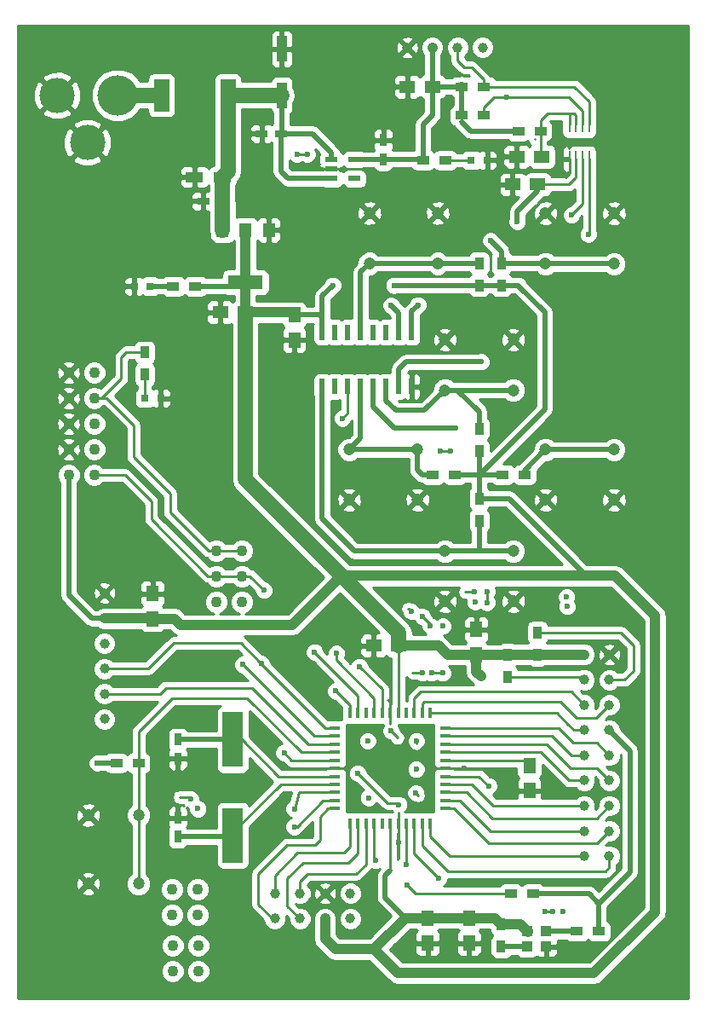
<source format=gbr>
G04 #@! TF.FileFunction,Copper,L1,Top,Signal*
%FSLAX46Y46*%
G04 Gerber Fmt 4.6, Leading zero omitted, Abs format (unit mm)*
G04 Created by KiCad (PCBNEW 4.0.6) date 05/19/17 19:34:27*
%MOMM*%
%LPD*%
G01*
G04 APERTURE LIST*
%ADD10C,0.100000*%
%ADD11C,1.000000*%
%ADD12C,1.100000*%
%ADD13R,2.000000X5.500000*%
%ADD14R,1.100000X1.000000*%
%ADD15C,1.200000*%
%ADD16R,0.250000X1.550000*%
%ADD17R,0.550000X1.500000*%
%ADD18R,0.900000X1.200000*%
%ADD19R,1.200000X0.900000*%
%ADD20R,0.800000X0.800000*%
%ADD21R,1.250000X1.500000*%
%ADD22R,1.500000X1.250000*%
%ADD23R,0.750000X1.200000*%
%ADD24R,1.100000X0.450000*%
%ADD25R,0.450000X1.100000*%
%ADD26R,1.200000X0.600000*%
%ADD27C,4.000000*%
%ADD28C,3.500000*%
%ADD29R,1.520000X3.200000*%
%ADD30R,1.200000X0.750000*%
%ADD31R,1.700000X1.000000*%
%ADD32R,1.000000X2.600000*%
%ADD33R,1.200000X1.400000*%
%ADD34R,3.500000X1.400000*%
%ADD35C,0.600000*%
%ADD36C,0.250000*%
%ADD37C,1.000000*%
%ADD38C,0.500000*%
%ADD39C,1.500000*%
%ADD40C,0.254000*%
G04 APERTURE END LIST*
D10*
D11*
X110400000Y-34870000D03*
X112900000Y-34870000D03*
X115400000Y-34870000D03*
X117900000Y-34870000D03*
D12*
X79270000Y-77330000D03*
X79270000Y-74790000D03*
X79270000Y-72250000D03*
X79270000Y-69710000D03*
X79270000Y-67170000D03*
X76730000Y-67170000D03*
X76730000Y-69710000D03*
X76730000Y-72250000D03*
X76730000Y-74790000D03*
X76730000Y-77330000D03*
D13*
X93050000Y-103600000D03*
X93050000Y-113100000D03*
D11*
X80300000Y-101550000D03*
X80300000Y-99050000D03*
X80300000Y-96550000D03*
X80300000Y-94050000D03*
X80300000Y-91550000D03*
X80300000Y-89050000D03*
X102225000Y-118875000D03*
X104725000Y-118875000D03*
X99725000Y-118875000D03*
X97225000Y-118875000D03*
X97225000Y-121375000D03*
X99725000Y-121375000D03*
X102225000Y-121375000D03*
X104725000Y-121375000D03*
X127987500Y-95162500D03*
X130487500Y-95162500D03*
X127987500Y-97662500D03*
X130487500Y-97662500D03*
X127987500Y-100162500D03*
X130487500Y-100162500D03*
X127987500Y-102662500D03*
X130487500Y-102662500D03*
X127987500Y-105162500D03*
X130487500Y-105162500D03*
X127987500Y-107662500D03*
X130487500Y-107662500D03*
X127987500Y-110162500D03*
X130487500Y-110162500D03*
X127987500Y-112662500D03*
X130487500Y-112662500D03*
X127987500Y-115162500D03*
X130487500Y-115162500D03*
D14*
X122310000Y-124140000D03*
X124210000Y-124140000D03*
X124210000Y-122640000D03*
X122310000Y-122640000D03*
D15*
X130940000Y-56340000D03*
X130940000Y-51340000D03*
X124140000Y-51340000D03*
X124140000Y-56340000D03*
X113440000Y-56315000D03*
X113440000Y-51315000D03*
X106640000Y-51315000D03*
X106640000Y-56315000D03*
X124140000Y-74790000D03*
X124140000Y-79790000D03*
X130940000Y-79790000D03*
X130940000Y-74790000D03*
D16*
X126515000Y-45940000D03*
X127165000Y-45940000D03*
X127815000Y-45940000D03*
X128465000Y-45940000D03*
X128465000Y-42540000D03*
X127815000Y-42540000D03*
X127165000Y-42540000D03*
X126515000Y-42540000D03*
D17*
X105755000Y-68540000D03*
X104485000Y-68540000D03*
X103215000Y-68540000D03*
X101945000Y-68540000D03*
X107025000Y-68540000D03*
X108295000Y-68540000D03*
X109565000Y-68540000D03*
X110835000Y-68540000D03*
X107025000Y-63140000D03*
X108295000Y-63140000D03*
X109565000Y-63140000D03*
X110835000Y-63140000D03*
X105755000Y-63140000D03*
X104485000Y-63140000D03*
X103215000Y-63140000D03*
X101945000Y-63140000D03*
D15*
X104615000Y-74790000D03*
X104615000Y-79790000D03*
X111415000Y-79790000D03*
X111415000Y-74790000D03*
X120940000Y-68890000D03*
X120940000Y-63890000D03*
X114140000Y-63890000D03*
X114140000Y-68890000D03*
X114140000Y-84865000D03*
X114140000Y-89865000D03*
X120940000Y-89865000D03*
X120940000Y-84865000D03*
X83675000Y-111100000D03*
X78675000Y-111100000D03*
X78675000Y-117900000D03*
X83675000Y-117900000D03*
D18*
X123337500Y-95162500D03*
X123337500Y-92962500D03*
D19*
X129440000Y-122640000D03*
X127240000Y-122640000D03*
D18*
X120362500Y-95187500D03*
X120362500Y-97387500D03*
X119730000Y-124140000D03*
X119730000Y-121940000D03*
X119765000Y-58490000D03*
X119765000Y-56290000D03*
D19*
X121434000Y-43166000D03*
X123634000Y-43166000D03*
D18*
X117540000Y-58490000D03*
X117540000Y-56290000D03*
D19*
X119865000Y-77290000D03*
X122065000Y-77290000D03*
X115800000Y-41620000D03*
X118000000Y-41620000D03*
X115800000Y-38770000D03*
X118000000Y-38770000D03*
X115115000Y-77290000D03*
X112915000Y-77290000D03*
D18*
X117540000Y-74915000D03*
X117540000Y-72715000D03*
X117540000Y-79665000D03*
X117540000Y-81865000D03*
D19*
X111970000Y-46070000D03*
X114170000Y-46070000D03*
X89310000Y-58580000D03*
X87110000Y-58580000D03*
X81475000Y-105925000D03*
X83675000Y-105925000D03*
D18*
X84300000Y-65150000D03*
X84300000Y-67350000D03*
D19*
X122880000Y-118910000D03*
X120680000Y-118910000D03*
D20*
X116750000Y-46070000D03*
X118350000Y-46070000D03*
X84850000Y-58580000D03*
X83250000Y-58580000D03*
X84300000Y-69700000D03*
X85900000Y-69700000D03*
D21*
X116540000Y-121300000D03*
X116540000Y-123800000D03*
X85075000Y-91600000D03*
X85075000Y-89100000D03*
X112430000Y-121300000D03*
X112430000Y-123800000D03*
X117270000Y-95180000D03*
X117270000Y-92680000D03*
D22*
X123784000Y-45706000D03*
X121284000Y-45706000D03*
D21*
X99165000Y-61415000D03*
X99165000Y-63915000D03*
D22*
X112910000Y-38760000D03*
X110410000Y-38760000D03*
X123370000Y-48480000D03*
X120870000Y-48480000D03*
X109560000Y-94260000D03*
X107060000Y-94260000D03*
D21*
X122534000Y-106178000D03*
X122534000Y-108678000D03*
D23*
X87575000Y-113250000D03*
X87575000Y-111350000D03*
X87575000Y-103600000D03*
X87575000Y-105500000D03*
D24*
X114200000Y-106450000D03*
X114200000Y-105650000D03*
X114200000Y-104850000D03*
X114200000Y-104050000D03*
X114200000Y-103250000D03*
X114200000Y-102450000D03*
X114200000Y-107250000D03*
X114200000Y-108050000D03*
X114200000Y-108850000D03*
X114200000Y-109650000D03*
X114200000Y-110450000D03*
D25*
X108700000Y-111950000D03*
X109500000Y-111950000D03*
X110300000Y-111950000D03*
X111100000Y-111950000D03*
X111900000Y-111950000D03*
X112700000Y-111950000D03*
X107900000Y-111950000D03*
X107100000Y-111950000D03*
X106300000Y-111950000D03*
X105500000Y-111950000D03*
X104700000Y-111950000D03*
X108700000Y-100950000D03*
X109500000Y-100950000D03*
X110300000Y-100950000D03*
X111100000Y-100950000D03*
X111900000Y-100950000D03*
X112700000Y-100950000D03*
X107900000Y-100950000D03*
X107100000Y-100950000D03*
X106300000Y-100950000D03*
X105500000Y-100950000D03*
X104700000Y-100950000D03*
D24*
X103200000Y-106450000D03*
X103200000Y-105650000D03*
X103200000Y-104850000D03*
X103200000Y-104050000D03*
X103200000Y-103250000D03*
X103200000Y-102450000D03*
X103200000Y-107250000D03*
X103200000Y-108050000D03*
X103200000Y-108850000D03*
X103200000Y-109650000D03*
X103200000Y-110450000D03*
D26*
X102840000Y-46940000D03*
X102840000Y-45990000D03*
X102840000Y-47890000D03*
X105140000Y-45990000D03*
X105140000Y-47890000D03*
D27*
X81592000Y-39610000D03*
D28*
X75592000Y-39610000D03*
X78592000Y-44310000D03*
D29*
X92590000Y-39620000D03*
X85980000Y-39620000D03*
D23*
X108020000Y-45980000D03*
X108020000Y-44080000D03*
D22*
X94300000Y-61170000D03*
X91800000Y-61170000D03*
D30*
X92020000Y-50130000D03*
X90120000Y-50130000D03*
X97830000Y-43420000D03*
X95930000Y-43420000D03*
D31*
X92030000Y-47730000D03*
X89230000Y-47730000D03*
D32*
X97930000Y-39620000D03*
X97930000Y-35020000D03*
D33*
X96625000Y-52995000D03*
X94325000Y-52995000D03*
X92025000Y-52995000D03*
D34*
X94325000Y-58195000D03*
D12*
X87060000Y-126580000D03*
X87060000Y-124040000D03*
X89600000Y-126580000D03*
X89600000Y-124040000D03*
X87040000Y-121000000D03*
X87040000Y-118460000D03*
X89580000Y-121000000D03*
X89580000Y-118460000D03*
X93970000Y-89910000D03*
X91430000Y-89910000D03*
X93970000Y-87370000D03*
X91430000Y-87370000D03*
X93970000Y-84830000D03*
X91430000Y-84830000D03*
D35*
X113900000Y-96990000D03*
X112810000Y-96970000D03*
X111910000Y-96970000D03*
X111250000Y-108890000D03*
X106560000Y-109360000D03*
X111310000Y-103710000D03*
X106460000Y-103730000D03*
X108770000Y-102730000D03*
X105460000Y-106920000D03*
X109550000Y-110050000D03*
X111280000Y-106540000D03*
X113920000Y-92330000D03*
X112690000Y-92300000D03*
X111910000Y-91380000D03*
X110790000Y-90860000D03*
X118320000Y-89980000D03*
X118330000Y-88890000D03*
X117100000Y-88920000D03*
X117140000Y-89900000D03*
X126310000Y-90380000D03*
X126250000Y-89410000D03*
X89590000Y-110460000D03*
X88880000Y-109500000D03*
X114660000Y-74916000D03*
X113644000Y-74916000D03*
X100436000Y-45452000D03*
X99420000Y-45452000D03*
X125836000Y-120636000D03*
X124820000Y-120636000D03*
X124058000Y-120636000D03*
X115680000Y-97380000D03*
X107990000Y-96680000D03*
X109500000Y-113840000D03*
X116070000Y-106400000D03*
X117708000Y-97268000D03*
X118470000Y-108190000D03*
X121340000Y-52170000D03*
X121415000Y-58490000D03*
X102990000Y-58490000D03*
X109090000Y-58490000D03*
X98160000Y-92210000D03*
X98150000Y-104900000D03*
X79600000Y-105925000D03*
X95890000Y-96060000D03*
X96160000Y-88770000D03*
X94050000Y-96150000D03*
X107210000Y-115600000D03*
X110340000Y-118000000D03*
X120290000Y-39830000D03*
X115230000Y-72620000D03*
X117740000Y-66090000D03*
X118690000Y-54040000D03*
X126720000Y-51510000D03*
X110260000Y-115980000D03*
X128400000Y-53420000D03*
X113550000Y-117320000D03*
X108790000Y-60480000D03*
X101180000Y-94910000D03*
X103940000Y-71690000D03*
X105640000Y-96330000D03*
X111470000Y-60430000D03*
X103350000Y-95000000D03*
X103300000Y-98775000D03*
X99166000Y-110476000D03*
X99166000Y-112254000D03*
D36*
X110900000Y-96960000D02*
X111900000Y-96960000D01*
X112830000Y-96990000D02*
X113900000Y-96990000D01*
X112810000Y-96970000D02*
X112830000Y-96990000D01*
X111900000Y-96960000D02*
X111910000Y-96970000D01*
X111500000Y-109120000D02*
X111480000Y-109120000D01*
X111480000Y-109120000D02*
X111250000Y-108890000D01*
X111290000Y-103980000D02*
X111290000Y-103730000D01*
X111290000Y-103730000D02*
X111310000Y-103710000D01*
X106290000Y-103750000D02*
X106440000Y-103750000D01*
X106440000Y-103750000D02*
X106460000Y-103730000D01*
X111310000Y-106470000D02*
X111310000Y-106510000D01*
X109420000Y-103380000D02*
X109420000Y-103420000D01*
X108770000Y-102730000D02*
X109420000Y-103380000D01*
X108450000Y-109910000D02*
X105460000Y-106920000D01*
X109410000Y-109910000D02*
X108450000Y-109910000D01*
X109550000Y-110050000D02*
X109410000Y-109910000D01*
X111310000Y-106510000D02*
X111280000Y-106540000D01*
X110460000Y-90590000D02*
X110520000Y-90590000D01*
X112690000Y-92160000D02*
X112690000Y-92300000D01*
X111910000Y-91380000D02*
X112690000Y-92160000D01*
X110520000Y-90590000D02*
X110790000Y-90860000D01*
X116150000Y-88940000D02*
X117080000Y-88940000D01*
X118320000Y-88900000D02*
X118320000Y-89980000D01*
X118330000Y-88890000D02*
X118320000Y-88900000D01*
X117080000Y-88940000D02*
X117100000Y-88920000D01*
X87760000Y-109300000D02*
X88680000Y-109300000D01*
X88680000Y-109300000D02*
X88880000Y-109500000D01*
X123090000Y-43960000D02*
X123100000Y-43970000D01*
X113644000Y-74916000D02*
X114660000Y-74916000D01*
X99420000Y-45452000D02*
X100436000Y-45452000D01*
X124058000Y-120636000D02*
X124820000Y-120636000D01*
X116020000Y-106450000D02*
X116070000Y-106400000D01*
X126515000Y-45940000D02*
X126515000Y-47365000D01*
X126515000Y-47365000D02*
X126150000Y-47730000D01*
X126515000Y-45940000D02*
X126515000Y-47165000D01*
X126515000Y-47165000D02*
X126280000Y-47400000D01*
X108700000Y-97390000D02*
X107990000Y-96680000D01*
X108700000Y-100950000D02*
X108700000Y-97390000D01*
X109500000Y-111950000D02*
X109500000Y-113840000D01*
X114890000Y-106450000D02*
X116020000Y-106450000D01*
X116020000Y-106450000D02*
X116070000Y-106400000D01*
X109500000Y-111950000D02*
X109500000Y-110850000D01*
X109500000Y-111950000D02*
X109500000Y-113075000D01*
X108700000Y-100950000D02*
X108700000Y-102050000D01*
X114200000Y-106450000D02*
X114890000Y-106450000D01*
X114890000Y-106450000D02*
X115150000Y-106450000D01*
X114200000Y-106450000D02*
X112700000Y-106450000D01*
X112700000Y-106450000D02*
X112675000Y-106425000D01*
X103200000Y-106450000D02*
X104350000Y-106450000D01*
X103200000Y-106450000D02*
X97975000Y-106450000D01*
X97975000Y-106450000D02*
X96100000Y-104575000D01*
X108700000Y-100950000D02*
X108700000Y-99875000D01*
X108700000Y-99875000D02*
X108475000Y-99650000D01*
X114200000Y-107250000D02*
X117530000Y-107250000D01*
D37*
X117270000Y-96830000D02*
X117270000Y-95180000D01*
X117708000Y-97268000D02*
X117270000Y-96830000D01*
D36*
X117530000Y-107250000D02*
X118470000Y-108190000D01*
D37*
X120362500Y-95187500D02*
X117277500Y-95187500D01*
X117277500Y-95187500D02*
X117270000Y-95180000D01*
D36*
X123370000Y-48480000D02*
X126480000Y-48480000D01*
X127165000Y-47795000D02*
X127165000Y-45940000D01*
X126480000Y-48480000D02*
X127165000Y-47795000D01*
D38*
X121340000Y-52170000D02*
X121340000Y-51140000D01*
X123370000Y-49110000D02*
X123370000Y-48480000D01*
X121340000Y-51140000D02*
X123370000Y-49110000D01*
X102990000Y-58490000D02*
X101945000Y-59535000D01*
X101945000Y-61720000D02*
X101945000Y-59535000D01*
X109090000Y-58490000D02*
X117540000Y-58490000D01*
D37*
X85075000Y-91600000D02*
X87230000Y-91600000D01*
X87230000Y-91600000D02*
X87840000Y-92210000D01*
X87840000Y-92210000D02*
X98160000Y-92210000D01*
X98990000Y-92210000D02*
X103870000Y-87330000D01*
X98160000Y-92210000D02*
X98990000Y-92210000D01*
D38*
X89310000Y-58580000D02*
X93940000Y-58580000D01*
D37*
X109560000Y-94260000D02*
X113500000Y-94260000D01*
X114420000Y-95180000D02*
X117270000Y-95180000D01*
X113500000Y-94260000D02*
X114420000Y-95180000D01*
D36*
X109500000Y-100950000D02*
X109500000Y-94320000D01*
X109500000Y-94320000D02*
X109560000Y-94260000D01*
D38*
X117540000Y-79665000D02*
X120505000Y-79665000D01*
X120505000Y-79665000D02*
X128170000Y-87330000D01*
D37*
X107010000Y-124420000D02*
X107070000Y-124420000D01*
X107070000Y-124420000D02*
X109450000Y-126800000D01*
X109450000Y-126800000D02*
X128960000Y-126800000D01*
X128960000Y-126800000D02*
X135030000Y-120730000D01*
X135030000Y-120730000D02*
X135030000Y-91290000D01*
X135030000Y-91290000D02*
X131070000Y-87330000D01*
X131070000Y-87330000D02*
X128170000Y-87330000D01*
X128170000Y-87330000D02*
X103870000Y-87330000D01*
D39*
X94300000Y-61170000D02*
X94300000Y-77760000D01*
X94300000Y-77760000D02*
X103870000Y-87330000D01*
X109550000Y-93010000D02*
X109560000Y-94260000D01*
X103870000Y-87330000D02*
X109550000Y-93010000D01*
D37*
X94300000Y-61170000D02*
X98920000Y-61170000D01*
X98920000Y-61170000D02*
X99165000Y-61415000D01*
D38*
X93940000Y-58580000D02*
X94325000Y-58195000D01*
D36*
X108700000Y-111950000D02*
X108700000Y-116640000D01*
D38*
X108200000Y-119280000D02*
X110220000Y-121300000D01*
X108200000Y-117140000D02*
X108200000Y-119280000D01*
X108700000Y-116640000D02*
X108200000Y-117140000D01*
D37*
X112430000Y-121300000D02*
X110220000Y-121300000D01*
X102225000Y-123405000D02*
X102225000Y-121375000D01*
X103240000Y-124420000D02*
X102225000Y-123405000D01*
X107100000Y-124420000D02*
X107010000Y-124420000D01*
X107010000Y-124420000D02*
X103240000Y-124420000D01*
X110220000Y-121300000D02*
X107100000Y-124420000D01*
X116540000Y-121300000D02*
X112430000Y-121300000D01*
X116540000Y-121300000D02*
X119090000Y-121300000D01*
X119090000Y-121300000D02*
X119730000Y-121940000D01*
X119730000Y-121940000D02*
X121610000Y-121940000D01*
X121610000Y-121940000D02*
X122310000Y-122640000D01*
D38*
X80300000Y-91550000D02*
X79025000Y-91550000D01*
X76730000Y-89255000D02*
X76730000Y-77330000D01*
X79025000Y-91550000D02*
X76730000Y-89255000D01*
D36*
X103200000Y-105650000D02*
X98900000Y-105650000D01*
X98900000Y-105650000D02*
X98150000Y-104900000D01*
D38*
X79600000Y-105925000D02*
X81475000Y-105925000D01*
D37*
X80300000Y-91550000D02*
X85025000Y-91550000D01*
X85025000Y-91550000D02*
X85075000Y-91600000D01*
D38*
X109510000Y-94310000D02*
X109560000Y-94260000D01*
D36*
X109510000Y-94310000D02*
X109560000Y-94260000D01*
D37*
X117362500Y-95187500D02*
X117337500Y-95212500D01*
X123337500Y-95162500D02*
X120387500Y-95162500D01*
X120387500Y-95162500D02*
X120362500Y-95187500D01*
X127987500Y-95162500D02*
X123337500Y-95162500D01*
D38*
X123562500Y-95162500D02*
X123512500Y-95212500D01*
X99165000Y-61415000D02*
X101640000Y-61415000D01*
X101640000Y-61415000D02*
X101945000Y-61720000D01*
X101945000Y-61720000D02*
X101945000Y-63140000D01*
X117540000Y-77315000D02*
X115140000Y-77315000D01*
X115140000Y-77315000D02*
X115115000Y-77290000D01*
X117540000Y-79665000D02*
X117540000Y-77315000D01*
X117540000Y-77315000D02*
X117565000Y-77290000D01*
X117565000Y-77290000D02*
X119865000Y-77290000D01*
X119765000Y-58490000D02*
X121415000Y-58490000D01*
X124065000Y-70790000D02*
X117540000Y-77315000D01*
X124065000Y-61140000D02*
X124065000Y-70790000D01*
X121415000Y-58490000D02*
X124065000Y-61140000D01*
X117540000Y-77315000D02*
X117540000Y-74915000D01*
X117540000Y-58490000D02*
X119765000Y-58490000D01*
D37*
X94300000Y-58220000D02*
X94325000Y-58195000D01*
X94300000Y-61170000D02*
X94300000Y-58220000D01*
X94325000Y-52995000D02*
X94325000Y-58195000D01*
X122420000Y-122660000D02*
X122430000Y-122650000D01*
D38*
X102840000Y-47890000D02*
X98556000Y-47890000D01*
X97830000Y-47164000D02*
X97830000Y-43420000D01*
X98556000Y-47890000D02*
X97830000Y-47164000D01*
X97830000Y-43420000D02*
X100944000Y-43420000D01*
X102840000Y-45316000D02*
X102840000Y-45990000D01*
X100944000Y-43420000D02*
X102840000Y-45316000D01*
X97930000Y-39620000D02*
X97930000Y-43320000D01*
X97930000Y-43320000D02*
X97830000Y-43420000D01*
X97930000Y-43260000D02*
X97970000Y-43300000D01*
D39*
X92590000Y-39620000D02*
X97930000Y-39620000D01*
X92590000Y-39620000D02*
X92590000Y-47170000D01*
X92590000Y-47170000D02*
X92030000Y-47730000D01*
X92020000Y-50130000D02*
X92020000Y-47740000D01*
X92020000Y-47740000D02*
X92030000Y-47730000D01*
X92025000Y-52995000D02*
X92025000Y-50135000D01*
X92025000Y-50135000D02*
X92020000Y-50130000D01*
D36*
X115800000Y-41620000D02*
X115800000Y-42274000D01*
D38*
X116692000Y-43166000D02*
X121434000Y-43166000D01*
X115800000Y-42274000D02*
X116692000Y-43166000D01*
X112910000Y-38760000D02*
X112910000Y-34880000D01*
X112910000Y-34880000D02*
X112900000Y-34870000D01*
X115800000Y-38770000D02*
X115800000Y-41620000D01*
X112910000Y-38760000D02*
X115790000Y-38760000D01*
X115790000Y-38760000D02*
X115800000Y-38770000D01*
X111970000Y-46070000D02*
X111970000Y-42530000D01*
X112910000Y-41590000D02*
X112910000Y-38760000D01*
X111970000Y-42530000D02*
X112910000Y-41590000D01*
X108020000Y-45980000D02*
X111880000Y-45980000D01*
X111880000Y-45980000D02*
X111970000Y-46070000D01*
X105140000Y-45990000D02*
X108010000Y-45990000D01*
X108010000Y-45990000D02*
X108020000Y-45980000D01*
D37*
X115790000Y-38760000D02*
X115800000Y-38770000D01*
X112910000Y-34880000D02*
X112900000Y-34870000D01*
D39*
X81592000Y-39610000D02*
X85970000Y-39610000D01*
X85970000Y-39610000D02*
X85980000Y-39620000D01*
D36*
X93050000Y-103600000D02*
X93950000Y-103600000D01*
X93950000Y-103600000D02*
X97600000Y-107250000D01*
X97600000Y-107250000D02*
X103200000Y-107250000D01*
D38*
X87575000Y-103600000D02*
X93050000Y-103600000D01*
D36*
X93050000Y-113100000D02*
X93050000Y-112825000D01*
X93050000Y-112825000D02*
X97825000Y-108050000D01*
X97825000Y-108050000D02*
X103200000Y-108050000D01*
D38*
X87575000Y-113250000D02*
X92900000Y-113250000D01*
X92900000Y-113250000D02*
X93050000Y-113100000D01*
D36*
X114200000Y-105650000D02*
X122006000Y-105650000D01*
X122006000Y-105650000D02*
X122534000Y-106178000D01*
X123634000Y-43166000D02*
X123634000Y-45556000D01*
X123634000Y-45556000D02*
X123784000Y-45706000D01*
X123634000Y-43166000D02*
X123634000Y-42066000D01*
X126618000Y-41388000D02*
X126630000Y-41400000D01*
X124312000Y-41388000D02*
X126618000Y-41388000D01*
X123634000Y-42066000D02*
X124312000Y-41388000D01*
X126515000Y-42540000D02*
X126515000Y-41515000D01*
X126630000Y-41400000D02*
X126820000Y-41400000D01*
X126515000Y-41515000D02*
X126630000Y-41400000D01*
X127165000Y-42540000D02*
X127165000Y-41555000D01*
X127165000Y-41555000D02*
X127010000Y-41400000D01*
X127010000Y-41400000D02*
X126820000Y-41400000D01*
X126820000Y-41400000D02*
X126810000Y-41410000D01*
X126515000Y-41765000D02*
X126515000Y-42540000D01*
X93970000Y-87370000D02*
X94760000Y-87370000D01*
X95887500Y-96062500D02*
X95860000Y-96035000D01*
X95890000Y-96060000D02*
X95887500Y-96062500D01*
X94760000Y-87370000D02*
X96160000Y-88770000D01*
X91430000Y-87370000D02*
X90610000Y-87370000D01*
X82330000Y-77330000D02*
X79270000Y-77330000D01*
X84940000Y-79940000D02*
X82330000Y-77330000D01*
X84940000Y-81700000D02*
X84940000Y-79940000D01*
X90610000Y-87370000D02*
X84940000Y-81700000D01*
X93970000Y-87370000D02*
X91430000Y-87370000D01*
X103200000Y-102450000D02*
X102275000Y-102450000D01*
X102275000Y-102450000D02*
X95860000Y-96035000D01*
X93850000Y-94025000D02*
X87175000Y-94025000D01*
X84650000Y-96550000D02*
X87175000Y-94025000D01*
X80300000Y-96550000D02*
X84650000Y-96550000D01*
X95860000Y-96035000D02*
X93850000Y-94025000D01*
X103200000Y-104850000D02*
X99850000Y-104850000D01*
X83675000Y-102800000D02*
X83675000Y-105925000D01*
X87000000Y-99475000D02*
X83675000Y-102800000D01*
X94475000Y-99475000D02*
X87000000Y-99475000D01*
X99850000Y-104850000D02*
X94475000Y-99475000D01*
X83675000Y-117900000D02*
X83675000Y-111100000D01*
X83675000Y-111100000D02*
X83675000Y-105925000D01*
X91430000Y-84830000D02*
X90640000Y-84830000D01*
X80520000Y-69710000D02*
X79270000Y-69710000D01*
X83180000Y-72370000D02*
X80520000Y-69710000D01*
X83180000Y-75530000D02*
X83180000Y-72370000D01*
X86810000Y-79160000D02*
X83180000Y-75530000D01*
X86810000Y-81000000D02*
X86810000Y-79160000D01*
X90640000Y-84830000D02*
X86810000Y-81000000D01*
X91430000Y-84830000D02*
X93970000Y-84830000D01*
X79270000Y-69710000D02*
X80015000Y-69710000D01*
X80015000Y-69710000D02*
X81975000Y-67750000D01*
X81975000Y-67750000D02*
X81975000Y-65650000D01*
X81975000Y-65650000D02*
X82475000Y-65150000D01*
X82475000Y-65150000D02*
X84300000Y-65150000D01*
X103200000Y-104050000D02*
X100550000Y-104050000D01*
X85800000Y-99050000D02*
X80300000Y-99050000D01*
X86400000Y-98450000D02*
X85800000Y-99050000D01*
X94950000Y-98450000D02*
X86400000Y-98450000D01*
X100550000Y-104050000D02*
X94950000Y-98450000D01*
X103200000Y-103250000D02*
X101150000Y-103250000D01*
X101150000Y-103250000D02*
X94050000Y-96150000D01*
X103200000Y-103250000D02*
X102750000Y-103250000D01*
X84300000Y-67350000D02*
X84300000Y-69700000D01*
D38*
X84850000Y-58580000D02*
X87110000Y-58580000D01*
D36*
X114170000Y-46070000D02*
X116750000Y-46070000D01*
D38*
X122880000Y-118910000D02*
X128470000Y-118910000D01*
X128470000Y-118910000D02*
X129420000Y-119860000D01*
X129440000Y-122640000D02*
X129420000Y-119860000D01*
X132530000Y-104705000D02*
X130487500Y-102662500D01*
X132530000Y-116750000D02*
X132530000Y-104705000D01*
X129420000Y-119860000D02*
X132530000Y-116750000D01*
D36*
X120680000Y-118910000D02*
X111250000Y-118910000D01*
X107100000Y-115490000D02*
X107100000Y-111950000D01*
X107210000Y-115600000D02*
X107100000Y-115490000D01*
X111250000Y-118910000D02*
X110340000Y-118000000D01*
D38*
X114140000Y-84865000D02*
X105140000Y-84865000D01*
X101945000Y-81670000D02*
X101945000Y-68540000D01*
X105140000Y-84865000D02*
X101945000Y-81670000D01*
X117540000Y-81865000D02*
X117540000Y-84840000D01*
X117540000Y-84840000D02*
X117565000Y-84865000D01*
X120940000Y-84865000D02*
X117565000Y-84865000D01*
X117565000Y-84865000D02*
X114140000Y-84865000D01*
X117540000Y-72715000D02*
X117540000Y-71015000D01*
X117540000Y-71015000D02*
X115415000Y-68890000D01*
X115415000Y-68890000D02*
X114140000Y-68890000D01*
X108295000Y-68540000D02*
X108295000Y-69970000D01*
X112115000Y-70915000D02*
X114140000Y-68890000D01*
X109240000Y-70915000D02*
X112115000Y-70915000D01*
X108295000Y-69970000D02*
X109240000Y-70915000D01*
X120940000Y-68890000D02*
X114140000Y-68890000D01*
X105755000Y-68540000D02*
X105755000Y-73650000D01*
X105755000Y-73650000D02*
X104615000Y-74790000D01*
X111415000Y-74790000D02*
X104615000Y-74790000D01*
X112915000Y-77290000D02*
X111865000Y-77290000D01*
X111415000Y-76840000D02*
X111415000Y-74790000D01*
X111865000Y-77290000D02*
X111415000Y-76840000D01*
D36*
X128465000Y-42540000D02*
X128465000Y-40225000D01*
X127010000Y-38770000D02*
X118000000Y-38770000D01*
X128465000Y-40225000D02*
X127010000Y-38770000D01*
X118000000Y-38770000D02*
X118000000Y-38050000D01*
X115400000Y-36180000D02*
X115400000Y-34870000D01*
X116060000Y-36840000D02*
X115400000Y-36180000D01*
X116790000Y-36840000D02*
X116060000Y-36840000D01*
X118000000Y-38050000D02*
X116790000Y-36840000D01*
X127815000Y-42540000D02*
X127815000Y-41135000D01*
X126510000Y-39830000D02*
X120290000Y-39830000D01*
X127815000Y-41135000D02*
X126510000Y-39830000D01*
X118000000Y-41620000D02*
X118000000Y-40850000D01*
X119020000Y-39830000D02*
X120290000Y-39830000D01*
X118000000Y-40850000D02*
X119020000Y-39830000D01*
D38*
X107025000Y-70575000D02*
X109070000Y-72620000D01*
X109070000Y-72620000D02*
X115230000Y-72620000D01*
X107025000Y-68540000D02*
X107025000Y-70575000D01*
X130940000Y-74790000D02*
X124140000Y-74790000D01*
X124140000Y-74790000D02*
X122065000Y-76865000D01*
X122065000Y-76865000D02*
X122065000Y-77290000D01*
X113440000Y-56315000D02*
X117515000Y-56315000D01*
X117515000Y-56315000D02*
X117540000Y-56290000D01*
X106640000Y-56315000D02*
X113440000Y-56315000D01*
X105755000Y-63140000D02*
X105755000Y-57200000D01*
X105755000Y-57200000D02*
X106640000Y-56315000D01*
X109565000Y-66790000D02*
X110265000Y-66090000D01*
X110265000Y-66090000D02*
X117740000Y-66090000D01*
X118690000Y-54040000D02*
X119765000Y-55115000D01*
X119765000Y-56290000D02*
X119765000Y-55115000D01*
X109565000Y-66790000D02*
X109565000Y-68540000D01*
X119765000Y-56290000D02*
X124090000Y-56290000D01*
X124090000Y-56290000D02*
X124140000Y-56340000D01*
X124140000Y-56340000D02*
X130940000Y-56340000D01*
D36*
X127815000Y-45940000D02*
X127815000Y-50415000D01*
X127815000Y-50415000D02*
X126720000Y-51510000D01*
X110300000Y-111950000D02*
X110300000Y-115940000D01*
X110300000Y-115940000D02*
X110260000Y-115980000D01*
X120362500Y-97387500D02*
X120362500Y-97762500D01*
X120362500Y-97387500D02*
X127712500Y-97387500D01*
X127712500Y-97387500D02*
X127987500Y-97662500D01*
X128465000Y-45940000D02*
X128465000Y-53355000D01*
X128465000Y-53355000D02*
X128400000Y-53420000D01*
X111100000Y-111950000D02*
X111100000Y-114870000D01*
X111100000Y-114870000D02*
X113550000Y-117320000D01*
X123337500Y-92962500D02*
X131637500Y-92962500D01*
X132012500Y-97662500D02*
X130487500Y-97662500D01*
X132887500Y-96787500D02*
X132012500Y-97662500D01*
X132887500Y-94212500D02*
X132887500Y-96787500D01*
X131637500Y-92962500D02*
X132887500Y-94212500D01*
X105500000Y-100950000D02*
X105500000Y-99230000D01*
X105500000Y-99230000D02*
X101180000Y-94910000D01*
D38*
X109565000Y-63140000D02*
X109565000Y-61255000D01*
X109565000Y-61255000D02*
X108790000Y-60480000D01*
D36*
X107900000Y-100950000D02*
X107900000Y-98590000D01*
X104485000Y-71145000D02*
X104485000Y-68540000D01*
X103940000Y-71690000D02*
X104485000Y-71145000D01*
X107900000Y-98590000D02*
X105640000Y-96330000D01*
X107100000Y-100950000D02*
X107100000Y-99470000D01*
D38*
X110835000Y-61065000D02*
X111470000Y-60430000D01*
X110835000Y-61065000D02*
X110835000Y-63140000D01*
D36*
X103350000Y-95720000D02*
X103350000Y-95000000D01*
X107100000Y-99470000D02*
X103350000Y-95720000D01*
D38*
X119730000Y-124140000D02*
X122310000Y-124140000D01*
X124210000Y-122640000D02*
X127240000Y-122640000D01*
D36*
X118978000Y-103250000D02*
X124780000Y-103250000D01*
X124780000Y-103250000D02*
X125590000Y-104060000D01*
X114200000Y-103250000D02*
X118978000Y-103250000D01*
X126692500Y-105162500D02*
X127987500Y-105162500D01*
X125590000Y-104060000D02*
X126692500Y-105162500D01*
X119680000Y-102450000D02*
X125420000Y-102450000D01*
X125420000Y-102450000D02*
X126030000Y-103060000D01*
X114200000Y-102450000D02*
X119680000Y-102450000D01*
X129235000Y-103910000D02*
X130487500Y-105162500D01*
X126030000Y-103060000D02*
X126880000Y-103910000D01*
X126880000Y-103910000D02*
X129235000Y-103910000D01*
X117860000Y-104850000D02*
X123670000Y-104850000D01*
X123670000Y-104850000D02*
X124830000Y-106010000D01*
X114200000Y-104850000D02*
X117860000Y-104850000D01*
X126482500Y-107662500D02*
X127987500Y-107662500D01*
X124830000Y-106010000D02*
X126482500Y-107662500D01*
X118470000Y-104050000D02*
X124260000Y-104050000D01*
X124260000Y-104050000D02*
X125270000Y-105060000D01*
X114200000Y-104050000D02*
X118470000Y-104050000D01*
X129225000Y-106400000D02*
X130487500Y-107662500D01*
X125270000Y-105060000D02*
X126610000Y-106400000D01*
X126610000Y-106400000D02*
X129225000Y-106400000D01*
X97225000Y-118875000D02*
X97225000Y-117075000D01*
X104700000Y-114200000D02*
X104700000Y-111950000D01*
X104075000Y-114825000D02*
X104700000Y-114200000D01*
X99475000Y-114825000D02*
X104075000Y-114825000D01*
X97225000Y-117075000D02*
X99475000Y-114825000D01*
X104700000Y-111950000D02*
X104700000Y-112325000D01*
X99725000Y-121375000D02*
X99675000Y-121375000D01*
X99675000Y-121375000D02*
X98475000Y-120175000D01*
X98475000Y-120175000D02*
X98475000Y-117400000D01*
X98475000Y-117400000D02*
X100075000Y-115800000D01*
X100075000Y-115800000D02*
X104575000Y-115800000D01*
X104575000Y-115800000D02*
X105500000Y-114875000D01*
X105500000Y-114875000D02*
X105500000Y-111950000D01*
X99725000Y-118875000D02*
X99725000Y-117700000D01*
X106300000Y-115975000D02*
X106300000Y-111950000D01*
X105325000Y-116950000D02*
X106300000Y-115975000D01*
X100475000Y-116950000D02*
X105325000Y-116950000D01*
X99725000Y-117700000D02*
X100475000Y-116950000D01*
X103200000Y-110450000D02*
X102494000Y-110450000D01*
X101198000Y-114032000D02*
X98468000Y-114032000D01*
X101706000Y-113524000D02*
X101198000Y-114032000D01*
X101706000Y-111238000D02*
X101706000Y-113524000D01*
X102494000Y-110450000D02*
X101706000Y-111238000D01*
X97225000Y-121375000D02*
X97025000Y-121375000D01*
X97025000Y-121375000D02*
X95600000Y-119950000D01*
X95600000Y-116900000D02*
X98468000Y-114032000D01*
X95600000Y-119950000D02*
X95600000Y-116900000D01*
X111100000Y-100950000D02*
X111100000Y-99520000D01*
X126685000Y-98860000D02*
X127987500Y-100162500D01*
X111760000Y-98860000D02*
X126685000Y-98860000D01*
X111100000Y-99520000D02*
X111760000Y-98860000D01*
X119810000Y-99860000D02*
X125634000Y-99860000D01*
X125634000Y-99860000D02*
X127204000Y-101430000D01*
X111900000Y-100950000D02*
X111900000Y-100020000D01*
X129220000Y-101430000D02*
X130487500Y-100162500D01*
X127204000Y-101430000D02*
X129220000Y-101430000D01*
X112060000Y-99860000D02*
X119810000Y-99860000D01*
X111900000Y-100020000D02*
X112060000Y-99860000D01*
X119486000Y-100950000D02*
X125270000Y-100950000D01*
X125270000Y-100950000D02*
X126400000Y-102080000D01*
X127987500Y-102662500D02*
X126982500Y-102662500D01*
X126982500Y-102662500D02*
X126400000Y-102080000D01*
X119486000Y-100950000D02*
X112700000Y-100950000D01*
X111900000Y-111950000D02*
X111900000Y-114175000D01*
X130487500Y-116287500D02*
X130487500Y-115162500D01*
X130075000Y-116700000D02*
X130487500Y-116287500D01*
X114425000Y-116700000D02*
X130075000Y-116700000D01*
X111900000Y-114175000D02*
X114425000Y-116700000D01*
X114200000Y-110450000D02*
X115075000Y-110450000D01*
X129250000Y-113900000D02*
X130487500Y-112662500D01*
X118525000Y-113900000D02*
X129250000Y-113900000D01*
X115075000Y-110450000D02*
X118525000Y-113900000D01*
X114200000Y-109650000D02*
X115650000Y-109650000D01*
X118662500Y-112662500D02*
X127987500Y-112662500D01*
X115650000Y-109650000D02*
X118662500Y-112662500D01*
X114200000Y-108850000D02*
X116275000Y-108850000D01*
X129250000Y-111400000D02*
X130487500Y-110162500D01*
X118825000Y-111400000D02*
X129250000Y-111400000D01*
X116275000Y-108850000D02*
X118825000Y-111400000D01*
X114200000Y-108050000D02*
X116850000Y-108050000D01*
X118962500Y-110162500D02*
X127987500Y-110162500D01*
X116850000Y-108050000D02*
X118962500Y-110162500D01*
X104700000Y-100950000D02*
X104700000Y-100175000D01*
X103300000Y-98775000D02*
X104700000Y-100175000D01*
X99166000Y-110476000D02*
X99625000Y-108850000D01*
X99625000Y-108850000D02*
X103200000Y-108850000D01*
X99166000Y-112254000D02*
X99420000Y-112254000D01*
X102024000Y-109650000D02*
X103200000Y-109650000D01*
X99420000Y-112254000D02*
X102024000Y-109650000D01*
X127987500Y-115162500D02*
X114637500Y-115162500D01*
X112700000Y-113225000D02*
X112700000Y-111950000D01*
X114637500Y-115162500D02*
X112700000Y-113225000D01*
D40*
G36*
X138290000Y-129290000D02*
X71710000Y-129290000D01*
X71710000Y-126814677D01*
X85874794Y-126814677D01*
X86054820Y-127250372D01*
X86387875Y-127584009D01*
X86823255Y-127764794D01*
X87294677Y-127765206D01*
X87730372Y-127585180D01*
X88064009Y-127252125D01*
X88244794Y-126816745D01*
X88244795Y-126814677D01*
X88414794Y-126814677D01*
X88594820Y-127250372D01*
X88927875Y-127584009D01*
X89363255Y-127764794D01*
X89834677Y-127765206D01*
X90270372Y-127585180D01*
X90604009Y-127252125D01*
X90784794Y-126816745D01*
X90785206Y-126345323D01*
X90605180Y-125909628D01*
X90272125Y-125575991D01*
X89836745Y-125395206D01*
X89365323Y-125394794D01*
X88929628Y-125574820D01*
X88595991Y-125907875D01*
X88415206Y-126343255D01*
X88414794Y-126814677D01*
X88244795Y-126814677D01*
X88245206Y-126345323D01*
X88065180Y-125909628D01*
X87732125Y-125575991D01*
X87296745Y-125395206D01*
X86825323Y-125394794D01*
X86389628Y-125574820D01*
X86055991Y-125907875D01*
X85875206Y-126343255D01*
X85874794Y-126814677D01*
X71710000Y-126814677D01*
X71710000Y-124274677D01*
X85874794Y-124274677D01*
X86054820Y-124710372D01*
X86387875Y-125044009D01*
X86823255Y-125224794D01*
X87294677Y-125225206D01*
X87730372Y-125045180D01*
X88064009Y-124712125D01*
X88244794Y-124276745D01*
X88244795Y-124274677D01*
X88414794Y-124274677D01*
X88594820Y-124710372D01*
X88927875Y-125044009D01*
X89363255Y-125224794D01*
X89834677Y-125225206D01*
X90270372Y-125045180D01*
X90604009Y-124712125D01*
X90784794Y-124276745D01*
X90785206Y-123805323D01*
X90605180Y-123369628D01*
X90272125Y-123035991D01*
X89836745Y-122855206D01*
X89365323Y-122854794D01*
X88929628Y-123034820D01*
X88595991Y-123367875D01*
X88415206Y-123803255D01*
X88414794Y-124274677D01*
X88244795Y-124274677D01*
X88245206Y-123805323D01*
X88065180Y-123369628D01*
X87732125Y-123035991D01*
X87296745Y-122855206D01*
X86825323Y-122854794D01*
X86389628Y-123034820D01*
X86055991Y-123367875D01*
X85875206Y-123803255D01*
X85874794Y-124274677D01*
X71710000Y-124274677D01*
X71710000Y-121234677D01*
X85854794Y-121234677D01*
X86034820Y-121670372D01*
X86367875Y-122004009D01*
X86803255Y-122184794D01*
X87274677Y-122185206D01*
X87710372Y-122005180D01*
X88044009Y-121672125D01*
X88224794Y-121236745D01*
X88224795Y-121234677D01*
X88394794Y-121234677D01*
X88574820Y-121670372D01*
X88907875Y-122004009D01*
X89343255Y-122184794D01*
X89814677Y-122185206D01*
X90250372Y-122005180D01*
X90584009Y-121672125D01*
X90764794Y-121236745D01*
X90765206Y-120765323D01*
X90585180Y-120329628D01*
X90252125Y-119995991D01*
X89816745Y-119815206D01*
X89345323Y-119814794D01*
X88909628Y-119994820D01*
X88575991Y-120327875D01*
X88395206Y-120763255D01*
X88394794Y-121234677D01*
X88224795Y-121234677D01*
X88225206Y-120765323D01*
X88045180Y-120329628D01*
X87712125Y-119995991D01*
X87276745Y-119815206D01*
X86805323Y-119814794D01*
X86369628Y-119994820D01*
X86035991Y-120327875D01*
X85855206Y-120763255D01*
X85854794Y-121234677D01*
X71710000Y-121234677D01*
X71710000Y-118762735D01*
X77991870Y-118762735D01*
X78041383Y-118988164D01*
X78506036Y-119147807D01*
X78996413Y-119117482D01*
X79308617Y-118988164D01*
X79358130Y-118762735D01*
X78675000Y-118079605D01*
X77991870Y-118762735D01*
X71710000Y-118762735D01*
X71710000Y-117731036D01*
X77427193Y-117731036D01*
X77457518Y-118221413D01*
X77586836Y-118533617D01*
X77812265Y-118583130D01*
X78495395Y-117900000D01*
X78854605Y-117900000D01*
X79537735Y-118583130D01*
X79763164Y-118533617D01*
X79922807Y-118068964D01*
X79892482Y-117578587D01*
X79763164Y-117266383D01*
X79537735Y-117216870D01*
X78854605Y-117900000D01*
X78495395Y-117900000D01*
X77812265Y-117216870D01*
X77586836Y-117266383D01*
X77427193Y-117731036D01*
X71710000Y-117731036D01*
X71710000Y-117037265D01*
X77991870Y-117037265D01*
X78675000Y-117720395D01*
X79358130Y-117037265D01*
X79308617Y-116811836D01*
X78843964Y-116652193D01*
X78353587Y-116682518D01*
X78041383Y-116811836D01*
X77991870Y-117037265D01*
X71710000Y-117037265D01*
X71710000Y-111962735D01*
X77991870Y-111962735D01*
X78041383Y-112188164D01*
X78506036Y-112347807D01*
X78996413Y-112317482D01*
X79308617Y-112188164D01*
X79358130Y-111962735D01*
X78675000Y-111279605D01*
X77991870Y-111962735D01*
X71710000Y-111962735D01*
X71710000Y-110931036D01*
X77427193Y-110931036D01*
X77457518Y-111421413D01*
X77586836Y-111733617D01*
X77812265Y-111783130D01*
X78495395Y-111100000D01*
X78854605Y-111100000D01*
X79537735Y-111783130D01*
X79763164Y-111733617D01*
X79922807Y-111268964D01*
X79892482Y-110778587D01*
X79763164Y-110466383D01*
X79537735Y-110416870D01*
X78854605Y-111100000D01*
X78495395Y-111100000D01*
X77812265Y-110416870D01*
X77586836Y-110466383D01*
X77427193Y-110931036D01*
X71710000Y-110931036D01*
X71710000Y-110237265D01*
X77991870Y-110237265D01*
X78675000Y-110920395D01*
X79358130Y-110237265D01*
X79308617Y-110011836D01*
X78843964Y-109852193D01*
X78353587Y-109882518D01*
X78041383Y-110011836D01*
X77991870Y-110237265D01*
X71710000Y-110237265D01*
X71710000Y-101774775D01*
X79164803Y-101774775D01*
X79337233Y-102192086D01*
X79656235Y-102511645D01*
X80073244Y-102684803D01*
X80524775Y-102685197D01*
X80942086Y-102512767D01*
X81261645Y-102193765D01*
X81434803Y-101776756D01*
X81435197Y-101325225D01*
X81262767Y-100907914D01*
X80943765Y-100588355D01*
X80526756Y-100415197D01*
X80075225Y-100414803D01*
X79657914Y-100587233D01*
X79338355Y-100906235D01*
X79165197Y-101323244D01*
X79164803Y-101774775D01*
X71710000Y-101774775D01*
X71710000Y-94274775D01*
X79164803Y-94274775D01*
X79337233Y-94692086D01*
X79656235Y-95011645D01*
X80073244Y-95184803D01*
X80524775Y-95185197D01*
X80942086Y-95012767D01*
X81261645Y-94693765D01*
X81434803Y-94276756D01*
X81435197Y-93825225D01*
X81262767Y-93407914D01*
X80943765Y-93088355D01*
X80526756Y-92915197D01*
X80075225Y-92914803D01*
X79657914Y-93087233D01*
X79338355Y-93406235D01*
X79165197Y-93823244D01*
X79164803Y-94274775D01*
X71710000Y-94274775D01*
X71710000Y-77564677D01*
X75544794Y-77564677D01*
X75724820Y-78000372D01*
X75845000Y-78120762D01*
X75845000Y-89254995D01*
X75844999Y-89255000D01*
X75899701Y-89530000D01*
X75912367Y-89593675D01*
X76077025Y-89840104D01*
X76104210Y-89880790D01*
X78399208Y-92175787D01*
X78399210Y-92175790D01*
X78642880Y-92338604D01*
X78686325Y-92367633D01*
X79025000Y-92435001D01*
X79025005Y-92435000D01*
X79579724Y-92435000D01*
X79656235Y-92511645D01*
X80073244Y-92684803D01*
X80524775Y-92685197D01*
X80525252Y-92685000D01*
X83910982Y-92685000D01*
X83985910Y-92801441D01*
X84198110Y-92946431D01*
X84450000Y-92997440D01*
X85700000Y-92997440D01*
X85935317Y-92953162D01*
X86151441Y-92814090D01*
X86205481Y-92735000D01*
X86759868Y-92735000D01*
X87037434Y-93012566D01*
X87405654Y-93258603D01*
X87437814Y-93265000D01*
X87175000Y-93265000D01*
X86884160Y-93322852D01*
X86637599Y-93487599D01*
X84335198Y-95790000D01*
X81145059Y-95790000D01*
X80943765Y-95588355D01*
X80526756Y-95415197D01*
X80075225Y-95414803D01*
X79657914Y-95587233D01*
X79338355Y-95906235D01*
X79165197Y-96323244D01*
X79164803Y-96774775D01*
X79337233Y-97192086D01*
X79656235Y-97511645D01*
X80073244Y-97684803D01*
X80524775Y-97685197D01*
X80942086Y-97512767D01*
X81145207Y-97310000D01*
X84650000Y-97310000D01*
X84940839Y-97252148D01*
X85187401Y-97087401D01*
X87489802Y-94785000D01*
X93535198Y-94785000D01*
X93965123Y-95214925D01*
X93864833Y-95214838D01*
X93521057Y-95356883D01*
X93257808Y-95619673D01*
X93115162Y-95963201D01*
X93114838Y-96335167D01*
X93256883Y-96678943D01*
X93519673Y-96942192D01*
X93863201Y-97084838D01*
X93910077Y-97084879D01*
X94515198Y-97690000D01*
X86400000Y-97690000D01*
X86109161Y-97747852D01*
X85862599Y-97912599D01*
X85485198Y-98290000D01*
X81145059Y-98290000D01*
X80943765Y-98088355D01*
X80526756Y-97915197D01*
X80075225Y-97914803D01*
X79657914Y-98087233D01*
X79338355Y-98406235D01*
X79165197Y-98823244D01*
X79164803Y-99274775D01*
X79337233Y-99692086D01*
X79656235Y-100011645D01*
X80073244Y-100184803D01*
X80524775Y-100185197D01*
X80942086Y-100012767D01*
X81145207Y-99810000D01*
X85590198Y-99810000D01*
X83137599Y-102262599D01*
X82972852Y-102509161D01*
X82915000Y-102800000D01*
X82915000Y-104857666D01*
X82839683Y-104871838D01*
X82623559Y-105010910D01*
X82575866Y-105080711D01*
X82539090Y-105023559D01*
X82326890Y-104878569D01*
X82075000Y-104827560D01*
X80875000Y-104827560D01*
X80639683Y-104871838D01*
X80423559Y-105010910D01*
X80403683Y-105040000D01*
X79906822Y-105040000D01*
X79786799Y-104990162D01*
X79414833Y-104989838D01*
X79071057Y-105131883D01*
X78807808Y-105394673D01*
X78665162Y-105738201D01*
X78664838Y-106110167D01*
X78806883Y-106453943D01*
X79069673Y-106717192D01*
X79413201Y-106859838D01*
X79785167Y-106860162D01*
X79906569Y-106810000D01*
X80400331Y-106810000D01*
X80410910Y-106826441D01*
X80623110Y-106971431D01*
X80875000Y-107022440D01*
X82075000Y-107022440D01*
X82310317Y-106978162D01*
X82526441Y-106839090D01*
X82574134Y-106769289D01*
X82610910Y-106826441D01*
X82823110Y-106971431D01*
X82915000Y-106990039D01*
X82915000Y-110113644D01*
X82628629Y-110399515D01*
X82440215Y-110853266D01*
X82439786Y-111344579D01*
X82627408Y-111798657D01*
X82915000Y-112086752D01*
X82915000Y-116913644D01*
X82628629Y-117199515D01*
X82440215Y-117653266D01*
X82439786Y-118144579D01*
X82627408Y-118598657D01*
X82974515Y-118946371D01*
X83428266Y-119134785D01*
X83919579Y-119135214D01*
X84373657Y-118947592D01*
X84627014Y-118694677D01*
X85854794Y-118694677D01*
X86034820Y-119130372D01*
X86367875Y-119464009D01*
X86803255Y-119644794D01*
X87274677Y-119645206D01*
X87710372Y-119465180D01*
X88044009Y-119132125D01*
X88224794Y-118696745D01*
X88224795Y-118694677D01*
X88394794Y-118694677D01*
X88574820Y-119130372D01*
X88907875Y-119464009D01*
X89343255Y-119644794D01*
X89814677Y-119645206D01*
X90250372Y-119465180D01*
X90584009Y-119132125D01*
X90764794Y-118696745D01*
X90765206Y-118225323D01*
X90585180Y-117789628D01*
X90252125Y-117455991D01*
X89816745Y-117275206D01*
X89345323Y-117274794D01*
X88909628Y-117454820D01*
X88575991Y-117787875D01*
X88395206Y-118223255D01*
X88394794Y-118694677D01*
X88224795Y-118694677D01*
X88225206Y-118225323D01*
X88045180Y-117789628D01*
X87712125Y-117455991D01*
X87276745Y-117275206D01*
X86805323Y-117274794D01*
X86369628Y-117454820D01*
X86035991Y-117787875D01*
X85855206Y-118223255D01*
X85854794Y-118694677D01*
X84627014Y-118694677D01*
X84721371Y-118600485D01*
X84909785Y-118146734D01*
X84910214Y-117655421D01*
X84722592Y-117201343D01*
X84435000Y-116913248D01*
X84435000Y-112086356D01*
X84721371Y-111800485D01*
X84909785Y-111346734D01*
X84910214Y-110855421D01*
X84814465Y-110623691D01*
X86565000Y-110623691D01*
X86565000Y-111064250D01*
X86723750Y-111223000D01*
X87448000Y-111223000D01*
X87448000Y-110273750D01*
X87289250Y-110115000D01*
X87073690Y-110115000D01*
X86840301Y-110211673D01*
X86661673Y-110390302D01*
X86565000Y-110623691D01*
X84814465Y-110623691D01*
X84722592Y-110401343D01*
X84435000Y-110113248D01*
X84435000Y-109300000D01*
X87000000Y-109300000D01*
X87057852Y-109590839D01*
X87222599Y-109837401D01*
X87469161Y-110002148D01*
X87760000Y-110060000D01*
X88117886Y-110060000D01*
X88240809Y-110183138D01*
X88076310Y-110115000D01*
X87860750Y-110115000D01*
X87702000Y-110273750D01*
X87702000Y-111223000D01*
X88426250Y-111223000D01*
X88585000Y-111064250D01*
X88585000Y-110623691D01*
X88488327Y-110390302D01*
X88419008Y-110320983D01*
X88655035Y-110418990D01*
X88654838Y-110645167D01*
X88796883Y-110988943D01*
X89059673Y-111252192D01*
X89403201Y-111394838D01*
X89775167Y-111395162D01*
X90118943Y-111253117D01*
X90382192Y-110990327D01*
X90524838Y-110646799D01*
X90525162Y-110274833D01*
X90383117Y-109931057D01*
X90120327Y-109667808D01*
X89814965Y-109541010D01*
X89815162Y-109314833D01*
X89673117Y-108971057D01*
X89410327Y-108707808D01*
X89066799Y-108565162D01*
X88805352Y-108564934D01*
X88680000Y-108540000D01*
X87760000Y-108540000D01*
X87469161Y-108597852D01*
X87222599Y-108762599D01*
X87057852Y-109009161D01*
X87000000Y-109300000D01*
X84435000Y-109300000D01*
X84435000Y-106992334D01*
X84510317Y-106978162D01*
X84726441Y-106839090D01*
X84871431Y-106626890D01*
X84922440Y-106375000D01*
X84922440Y-105785750D01*
X86565000Y-105785750D01*
X86565000Y-106226309D01*
X86661673Y-106459698D01*
X86840301Y-106638327D01*
X87073690Y-106735000D01*
X87289250Y-106735000D01*
X87448000Y-106576250D01*
X87448000Y-105627000D01*
X87702000Y-105627000D01*
X87702000Y-106576250D01*
X87860750Y-106735000D01*
X88076310Y-106735000D01*
X88309699Y-106638327D01*
X88488327Y-106459698D01*
X88585000Y-106226309D01*
X88585000Y-105785750D01*
X88426250Y-105627000D01*
X87702000Y-105627000D01*
X87448000Y-105627000D01*
X86723750Y-105627000D01*
X86565000Y-105785750D01*
X84922440Y-105785750D01*
X84922440Y-105475000D01*
X84878162Y-105239683D01*
X84739090Y-105023559D01*
X84526890Y-104878569D01*
X84435000Y-104859961D01*
X84435000Y-103114802D01*
X87314802Y-100235000D01*
X91877596Y-100235000D01*
X91814683Y-100246838D01*
X91598559Y-100385910D01*
X91453569Y-100598110D01*
X91402560Y-100850000D01*
X91402560Y-102715000D01*
X88521192Y-102715000D01*
X88414090Y-102548559D01*
X88201890Y-102403569D01*
X87950000Y-102352560D01*
X87200000Y-102352560D01*
X86964683Y-102396838D01*
X86748559Y-102535910D01*
X86603569Y-102748110D01*
X86552560Y-103000000D01*
X86552560Y-104200000D01*
X86596838Y-104435317D01*
X86663329Y-104538646D01*
X86661673Y-104540302D01*
X86565000Y-104773691D01*
X86565000Y-105214250D01*
X86723750Y-105373000D01*
X87448000Y-105373000D01*
X87448000Y-105353000D01*
X87702000Y-105353000D01*
X87702000Y-105373000D01*
X88426250Y-105373000D01*
X88585000Y-105214250D01*
X88585000Y-104773691D01*
X88488327Y-104540302D01*
X88486957Y-104538932D01*
X88523808Y-104485000D01*
X91402560Y-104485000D01*
X91402560Y-106350000D01*
X91446838Y-106585317D01*
X91585910Y-106801441D01*
X91798110Y-106946431D01*
X92050000Y-106997440D01*
X94050000Y-106997440D01*
X94285317Y-106953162D01*
X94501441Y-106814090D01*
X94646431Y-106601890D01*
X94697440Y-106350000D01*
X94697440Y-105422242D01*
X97037698Y-107762500D01*
X94658286Y-110141912D01*
X94653162Y-110114683D01*
X94514090Y-109898559D01*
X94301890Y-109753569D01*
X94050000Y-109702560D01*
X92050000Y-109702560D01*
X91814683Y-109746838D01*
X91598559Y-109885910D01*
X91453569Y-110098110D01*
X91402560Y-110350000D01*
X91402560Y-112365000D01*
X88521192Y-112365000D01*
X88486671Y-112311354D01*
X88488327Y-112309698D01*
X88585000Y-112076309D01*
X88585000Y-111635750D01*
X88426250Y-111477000D01*
X87702000Y-111477000D01*
X87702000Y-111497000D01*
X87448000Y-111497000D01*
X87448000Y-111477000D01*
X86723750Y-111477000D01*
X86565000Y-111635750D01*
X86565000Y-112076309D01*
X86661673Y-112309698D01*
X86663043Y-112311068D01*
X86603569Y-112398110D01*
X86552560Y-112650000D01*
X86552560Y-113850000D01*
X86596838Y-114085317D01*
X86735910Y-114301441D01*
X86948110Y-114446431D01*
X87200000Y-114497440D01*
X87950000Y-114497440D01*
X88185317Y-114453162D01*
X88401441Y-114314090D01*
X88523808Y-114135000D01*
X91402560Y-114135000D01*
X91402560Y-115850000D01*
X91446838Y-116085317D01*
X91585910Y-116301441D01*
X91798110Y-116446431D01*
X92050000Y-116497440D01*
X94050000Y-116497440D01*
X94285317Y-116453162D01*
X94501441Y-116314090D01*
X94646431Y-116101890D01*
X94697440Y-115850000D01*
X94697440Y-112252362D01*
X98139802Y-108810000D01*
X98846591Y-108810000D01*
X98585720Y-109734131D01*
X98373808Y-109945673D01*
X98231162Y-110289201D01*
X98230838Y-110661167D01*
X98372883Y-111004943D01*
X98635673Y-111268192D01*
X98868961Y-111365062D01*
X98637057Y-111460883D01*
X98373808Y-111723673D01*
X98231162Y-112067201D01*
X98230838Y-112439167D01*
X98372883Y-112782943D01*
X98635673Y-113046192D01*
X98979201Y-113188838D01*
X99351167Y-113189162D01*
X99694943Y-113047117D01*
X99938362Y-112804122D01*
X99957401Y-112791401D01*
X100946000Y-111802802D01*
X100946000Y-113209198D01*
X100883198Y-113272000D01*
X98468000Y-113272000D01*
X98177161Y-113329852D01*
X98177159Y-113329853D01*
X98177160Y-113329853D01*
X97930598Y-113494599D01*
X95062599Y-116362599D01*
X94897852Y-116609161D01*
X94840000Y-116900000D01*
X94840000Y-119950000D01*
X94897852Y-120240839D01*
X95062599Y-120487401D01*
X96089877Y-121514679D01*
X96089803Y-121599775D01*
X96262233Y-122017086D01*
X96581235Y-122336645D01*
X96998244Y-122509803D01*
X97449775Y-122510197D01*
X97867086Y-122337767D01*
X98186645Y-122018765D01*
X98359803Y-121601756D01*
X98360197Y-121150225D01*
X98349476Y-121124278D01*
X98590008Y-121364810D01*
X98589803Y-121599775D01*
X98762233Y-122017086D01*
X99081235Y-122336645D01*
X99498244Y-122509803D01*
X99949775Y-122510197D01*
X100367086Y-122337767D01*
X100686645Y-122018765D01*
X100859803Y-121601756D01*
X100860197Y-121150225D01*
X100687767Y-120732914D01*
X100368765Y-120413355D01*
X99951756Y-120240197D01*
X99614705Y-120239903D01*
X99303910Y-119929108D01*
X99498244Y-120009803D01*
X99949775Y-120010197D01*
X100367086Y-119837767D01*
X100540050Y-119665104D01*
X101614501Y-119665104D01*
X101651648Y-119880217D01*
X102079972Y-120023112D01*
X102530375Y-119991217D01*
X102798352Y-119880217D01*
X102835499Y-119665104D01*
X102225000Y-119054605D01*
X101614501Y-119665104D01*
X100540050Y-119665104D01*
X100686645Y-119518765D01*
X100859803Y-119101756D01*
X100860127Y-118729972D01*
X101076888Y-118729972D01*
X101108783Y-119180375D01*
X101219783Y-119448352D01*
X101434896Y-119485499D01*
X102045395Y-118875000D01*
X102404605Y-118875000D01*
X103015104Y-119485499D01*
X103230217Y-119448352D01*
X103346507Y-119099775D01*
X103589803Y-119099775D01*
X103762233Y-119517086D01*
X104081235Y-119836645D01*
X104498244Y-120009803D01*
X104949775Y-120010197D01*
X105367086Y-119837767D01*
X105686645Y-119518765D01*
X105859803Y-119101756D01*
X105860197Y-118650225D01*
X105687767Y-118232914D01*
X105368765Y-117913355D01*
X104951756Y-117740197D01*
X104500225Y-117739803D01*
X104082914Y-117912233D01*
X103763355Y-118231235D01*
X103590197Y-118648244D01*
X103589803Y-119099775D01*
X103346507Y-119099775D01*
X103373112Y-119020028D01*
X103341217Y-118569625D01*
X103230217Y-118301648D01*
X103015104Y-118264501D01*
X102404605Y-118875000D01*
X102045395Y-118875000D01*
X101434896Y-118264501D01*
X101219783Y-118301648D01*
X101076888Y-118729972D01*
X100860127Y-118729972D01*
X100860197Y-118650225D01*
X100687767Y-118232914D01*
X100540007Y-118084896D01*
X101614501Y-118084896D01*
X102225000Y-118695395D01*
X102835499Y-118084896D01*
X102798352Y-117869783D01*
X102370028Y-117726888D01*
X101919625Y-117758783D01*
X101651648Y-117869783D01*
X101614501Y-118084896D01*
X100540007Y-118084896D01*
X100485000Y-118029793D01*
X100485000Y-118014802D01*
X100789802Y-117710000D01*
X105325000Y-117710000D01*
X105615839Y-117652148D01*
X105862401Y-117487401D01*
X106837401Y-116512401D01*
X106866020Y-116469570D01*
X107023201Y-116534838D01*
X107395167Y-116535162D01*
X107664575Y-116423845D01*
X107574210Y-116514210D01*
X107382367Y-116801325D01*
X107372206Y-116852408D01*
X107314999Y-117140000D01*
X107315000Y-117140005D01*
X107315000Y-119279995D01*
X107314999Y-119280000D01*
X107365880Y-119535790D01*
X107382367Y-119618675D01*
X107513409Y-119814794D01*
X107574210Y-119905790D01*
X108791644Y-121123224D01*
X106629868Y-123285000D01*
X103710132Y-123285000D01*
X103360000Y-122934868D01*
X103360000Y-121599775D01*
X103589803Y-121599775D01*
X103762233Y-122017086D01*
X104081235Y-122336645D01*
X104498244Y-122509803D01*
X104949775Y-122510197D01*
X105367086Y-122337767D01*
X105686645Y-122018765D01*
X105859803Y-121601756D01*
X105860197Y-121150225D01*
X105687767Y-120732914D01*
X105368765Y-120413355D01*
X104951756Y-120240197D01*
X104500225Y-120239803D01*
X104082914Y-120412233D01*
X103763355Y-120731235D01*
X103590197Y-121148244D01*
X103589803Y-121599775D01*
X103360000Y-121599775D01*
X103360000Y-121375991D01*
X103360197Y-121150225D01*
X103187767Y-120732914D01*
X102868765Y-120413355D01*
X102451756Y-120240197D01*
X102000225Y-120239803D01*
X101582914Y-120412233D01*
X101263355Y-120731235D01*
X101090197Y-121148244D01*
X101089803Y-121599775D01*
X101090000Y-121600252D01*
X101090000Y-123405000D01*
X101176397Y-123839346D01*
X101186356Y-123854250D01*
X101422434Y-124207566D01*
X102437434Y-125222566D01*
X102805654Y-125468603D01*
X103240000Y-125555000D01*
X106599868Y-125555000D01*
X108647434Y-127602566D01*
X109015654Y-127848603D01*
X109450000Y-127935000D01*
X128960000Y-127935000D01*
X129394346Y-127848603D01*
X129762566Y-127602566D01*
X135832566Y-121532566D01*
X136078603Y-121164346D01*
X136123098Y-120940654D01*
X136165000Y-120730000D01*
X136165000Y-91290000D01*
X136146070Y-91194833D01*
X136078604Y-90855655D01*
X135832566Y-90487434D01*
X131872566Y-86527434D01*
X131504346Y-86281397D01*
X131070000Y-86195000D01*
X128286579Y-86195000D01*
X122744315Y-80652735D01*
X123456870Y-80652735D01*
X123506383Y-80878164D01*
X123971036Y-81037807D01*
X124461413Y-81007482D01*
X124773617Y-80878164D01*
X124823130Y-80652735D01*
X130256870Y-80652735D01*
X130306383Y-80878164D01*
X130771036Y-81037807D01*
X131261413Y-81007482D01*
X131573617Y-80878164D01*
X131623130Y-80652735D01*
X130940000Y-79969605D01*
X130256870Y-80652735D01*
X124823130Y-80652735D01*
X124140000Y-79969605D01*
X123456870Y-80652735D01*
X122744315Y-80652735D01*
X121712616Y-79621036D01*
X122892193Y-79621036D01*
X122922518Y-80111413D01*
X123051836Y-80423617D01*
X123277265Y-80473130D01*
X123960395Y-79790000D01*
X124319605Y-79790000D01*
X125002735Y-80473130D01*
X125228164Y-80423617D01*
X125387807Y-79958964D01*
X125366910Y-79621036D01*
X129692193Y-79621036D01*
X129722518Y-80111413D01*
X129851836Y-80423617D01*
X130077265Y-80473130D01*
X130760395Y-79790000D01*
X131119605Y-79790000D01*
X131802735Y-80473130D01*
X132028164Y-80423617D01*
X132187807Y-79958964D01*
X132157482Y-79468587D01*
X132028164Y-79156383D01*
X131802735Y-79106870D01*
X131119605Y-79790000D01*
X130760395Y-79790000D01*
X130077265Y-79106870D01*
X129851836Y-79156383D01*
X129692193Y-79621036D01*
X125366910Y-79621036D01*
X125357482Y-79468587D01*
X125228164Y-79156383D01*
X125002735Y-79106870D01*
X124319605Y-79790000D01*
X123960395Y-79790000D01*
X123277265Y-79106870D01*
X123051836Y-79156383D01*
X122892193Y-79621036D01*
X121712616Y-79621036D01*
X121130790Y-79039210D01*
X120963251Y-78927265D01*
X123456870Y-78927265D01*
X124140000Y-79610395D01*
X124823130Y-78927265D01*
X130256870Y-78927265D01*
X130940000Y-79610395D01*
X131623130Y-78927265D01*
X131573617Y-78701836D01*
X131108964Y-78542193D01*
X130618587Y-78572518D01*
X130306383Y-78701836D01*
X130256870Y-78927265D01*
X124823130Y-78927265D01*
X124773617Y-78701836D01*
X124308964Y-78542193D01*
X123818587Y-78572518D01*
X123506383Y-78701836D01*
X123456870Y-78927265D01*
X120963251Y-78927265D01*
X120843675Y-78847367D01*
X120787484Y-78836190D01*
X120505000Y-78779999D01*
X120504995Y-78780000D01*
X118561192Y-78780000D01*
X118454090Y-78613559D01*
X118425000Y-78593683D01*
X118425000Y-78175000D01*
X118790331Y-78175000D01*
X118800910Y-78191441D01*
X119013110Y-78336431D01*
X119265000Y-78387440D01*
X120465000Y-78387440D01*
X120700317Y-78343162D01*
X120916441Y-78204090D01*
X120964134Y-78134289D01*
X121000910Y-78191441D01*
X121213110Y-78336431D01*
X121465000Y-78387440D01*
X122665000Y-78387440D01*
X122900317Y-78343162D01*
X123116441Y-78204090D01*
X123261431Y-77991890D01*
X123312440Y-77740000D01*
X123312440Y-76869140D01*
X124156564Y-76025015D01*
X124384579Y-76025214D01*
X124838657Y-75837592D01*
X125001533Y-75675000D01*
X130078426Y-75675000D01*
X130239515Y-75836371D01*
X130693266Y-76024785D01*
X131184579Y-76025214D01*
X131638657Y-75837592D01*
X131986371Y-75490485D01*
X132174785Y-75036734D01*
X132175214Y-74545421D01*
X131987592Y-74091343D01*
X131640485Y-73743629D01*
X131186734Y-73555215D01*
X130695421Y-73554786D01*
X130241343Y-73742408D01*
X130078467Y-73905000D01*
X125001574Y-73905000D01*
X124840485Y-73743629D01*
X124386734Y-73555215D01*
X123895421Y-73554786D01*
X123441343Y-73742408D01*
X123093629Y-74089515D01*
X122905215Y-74543266D01*
X122905014Y-74773407D01*
X121485860Y-76192560D01*
X121465000Y-76192560D01*
X121229683Y-76236838D01*
X121013559Y-76375910D01*
X120965866Y-76445711D01*
X120929090Y-76388559D01*
X120716890Y-76243569D01*
X120465000Y-76192560D01*
X119914020Y-76192560D01*
X124690787Y-71415792D01*
X124690790Y-71415790D01*
X124882633Y-71128675D01*
X124950000Y-70790000D01*
X124950000Y-61140005D01*
X124950001Y-61140000D01*
X124882633Y-60801326D01*
X124882633Y-60801325D01*
X124690790Y-60514210D01*
X124690787Y-60514208D01*
X122257744Y-58081164D01*
X122208117Y-57961057D01*
X121945327Y-57697808D01*
X121601799Y-57555162D01*
X121229833Y-57554838D01*
X121108431Y-57605000D01*
X120786192Y-57605000D01*
X120679090Y-57438559D01*
X120609289Y-57390866D01*
X120666441Y-57354090D01*
X120788808Y-57175000D01*
X123228513Y-57175000D01*
X123439515Y-57386371D01*
X123893266Y-57574785D01*
X124384579Y-57575214D01*
X124838657Y-57387592D01*
X125001533Y-57225000D01*
X130078426Y-57225000D01*
X130239515Y-57386371D01*
X130693266Y-57574785D01*
X131184579Y-57575214D01*
X131638657Y-57387592D01*
X131986371Y-57040485D01*
X132174785Y-56586734D01*
X132175214Y-56095421D01*
X131987592Y-55641343D01*
X131640485Y-55293629D01*
X131186734Y-55105215D01*
X130695421Y-55104786D01*
X130241343Y-55292408D01*
X130078467Y-55455000D01*
X125001574Y-55455000D01*
X124840485Y-55293629D01*
X124386734Y-55105215D01*
X123895421Y-55104786D01*
X123441343Y-55292408D01*
X123328554Y-55405000D01*
X120786192Y-55405000D01*
X120679090Y-55238559D01*
X120650000Y-55218683D01*
X120650000Y-55115005D01*
X120650001Y-55115000D01*
X120582634Y-54776326D01*
X120444990Y-54570327D01*
X120390790Y-54489210D01*
X120390787Y-54489208D01*
X119532744Y-53631164D01*
X119483117Y-53511057D01*
X119220327Y-53247808D01*
X118876799Y-53105162D01*
X118504833Y-53104838D01*
X118161057Y-53246883D01*
X117897808Y-53509673D01*
X117755162Y-53853201D01*
X117754838Y-54225167D01*
X117896883Y-54568943D01*
X118159673Y-54832192D01*
X118280986Y-54882566D01*
X118766452Y-55368031D01*
X118718569Y-55438110D01*
X118667560Y-55690000D01*
X118667560Y-56890000D01*
X118711838Y-57125317D01*
X118850910Y-57341441D01*
X118920711Y-57389134D01*
X118863559Y-57425910D01*
X118741192Y-57605000D01*
X118561192Y-57605000D01*
X118454090Y-57438559D01*
X118384289Y-57390866D01*
X118441441Y-57354090D01*
X118586431Y-57141890D01*
X118637440Y-56890000D01*
X118637440Y-55690000D01*
X118593162Y-55454683D01*
X118454090Y-55238559D01*
X118241890Y-55093569D01*
X117990000Y-55042560D01*
X117090000Y-55042560D01*
X116854683Y-55086838D01*
X116638559Y-55225910D01*
X116499110Y-55430000D01*
X114301574Y-55430000D01*
X114140485Y-55268629D01*
X113686734Y-55080215D01*
X113195421Y-55079786D01*
X112741343Y-55267408D01*
X112578467Y-55430000D01*
X107501574Y-55430000D01*
X107340485Y-55268629D01*
X106886734Y-55080215D01*
X106395421Y-55079786D01*
X105941343Y-55267408D01*
X105593629Y-55614515D01*
X105405215Y-56068266D01*
X105405014Y-56298406D01*
X105129210Y-56574210D01*
X104937367Y-56861325D01*
X104937367Y-56861326D01*
X104869999Y-57200000D01*
X104870000Y-57200005D01*
X104870000Y-61764836D01*
X104760000Y-61742560D01*
X104210000Y-61742560D01*
X103974683Y-61786838D01*
X103849723Y-61867248D01*
X103741890Y-61793569D01*
X103490000Y-61742560D01*
X102940000Y-61742560D01*
X102830000Y-61763258D01*
X102830000Y-61720005D01*
X102830001Y-61720000D01*
X102830000Y-61719995D01*
X102830000Y-59901580D01*
X103398835Y-59332745D01*
X103518943Y-59283117D01*
X103782192Y-59020327D01*
X103924838Y-58676799D01*
X103925162Y-58304833D01*
X103783117Y-57961057D01*
X103520327Y-57697808D01*
X103176799Y-57555162D01*
X102804833Y-57554838D01*
X102461057Y-57696883D01*
X102197808Y-57959673D01*
X102147434Y-58080987D01*
X101319210Y-58909210D01*
X101127367Y-59196325D01*
X101127367Y-59196326D01*
X101059999Y-59535000D01*
X101060000Y-59535005D01*
X101060000Y-60530000D01*
X100412038Y-60530000D01*
X100393162Y-60429683D01*
X100254090Y-60213559D01*
X100041890Y-60068569D01*
X99790000Y-60017560D01*
X98540000Y-60017560D01*
X98447315Y-60035000D01*
X95435000Y-60035000D01*
X95435000Y-59542440D01*
X96075000Y-59542440D01*
X96310317Y-59498162D01*
X96526441Y-59359090D01*
X96671431Y-59146890D01*
X96722440Y-58895000D01*
X96722440Y-57495000D01*
X96678162Y-57259683D01*
X96539090Y-57043559D01*
X96326890Y-56898569D01*
X96075000Y-56847560D01*
X95460000Y-56847560D01*
X95460000Y-54036797D01*
X95471990Y-54019250D01*
X95486673Y-54054699D01*
X95665302Y-54233327D01*
X95898691Y-54330000D01*
X96339250Y-54330000D01*
X96498000Y-54171250D01*
X96498000Y-53122000D01*
X96752000Y-53122000D01*
X96752000Y-54171250D01*
X96910750Y-54330000D01*
X97351309Y-54330000D01*
X97584698Y-54233327D01*
X97763327Y-54054699D01*
X97860000Y-53821310D01*
X97860000Y-53280750D01*
X97701250Y-53122000D01*
X96752000Y-53122000D01*
X96498000Y-53122000D01*
X96478000Y-53122000D01*
X96478000Y-52868000D01*
X96498000Y-52868000D01*
X96498000Y-51818750D01*
X96752000Y-51818750D01*
X96752000Y-52868000D01*
X97701250Y-52868000D01*
X97860000Y-52709250D01*
X97860000Y-52177735D01*
X105956870Y-52177735D01*
X106006383Y-52403164D01*
X106471036Y-52562807D01*
X106961413Y-52532482D01*
X107273617Y-52403164D01*
X107323130Y-52177735D01*
X112756870Y-52177735D01*
X112806383Y-52403164D01*
X113271036Y-52562807D01*
X113761413Y-52532482D01*
X114073617Y-52403164D01*
X114084159Y-52355167D01*
X120404838Y-52355167D01*
X120546883Y-52698943D01*
X120809673Y-52962192D01*
X121153201Y-53104838D01*
X121525167Y-53105162D01*
X121868943Y-52963117D01*
X122132192Y-52700327D01*
X122274838Y-52356799D01*
X122274972Y-52202735D01*
X123456870Y-52202735D01*
X123506383Y-52428164D01*
X123971036Y-52587807D01*
X124461413Y-52557482D01*
X124773617Y-52428164D01*
X124823130Y-52202735D01*
X124140000Y-51519605D01*
X123456870Y-52202735D01*
X122274972Y-52202735D01*
X122275162Y-51984833D01*
X122225000Y-51863431D01*
X122225000Y-51506580D01*
X123175986Y-50555594D01*
X123277263Y-50656871D01*
X123051836Y-50706383D01*
X122892193Y-51171036D01*
X122922518Y-51661413D01*
X123051836Y-51973617D01*
X123277265Y-52023130D01*
X123960395Y-51340000D01*
X124319605Y-51340000D01*
X125002735Y-52023130D01*
X125228164Y-51973617D01*
X125387807Y-51508964D01*
X125357482Y-51018587D01*
X125228164Y-50706383D01*
X125002735Y-50656870D01*
X124319605Y-51340000D01*
X123960395Y-51340000D01*
X123946253Y-51325858D01*
X124125858Y-51146253D01*
X124140000Y-51160395D01*
X124823130Y-50477265D01*
X124773617Y-50251836D01*
X124308964Y-50092193D01*
X123818587Y-50122518D01*
X123506383Y-50251836D01*
X123456871Y-50477263D01*
X123355594Y-50375986D01*
X123979139Y-49752440D01*
X124120000Y-49752440D01*
X124355317Y-49708162D01*
X124571441Y-49569090D01*
X124716431Y-49356890D01*
X124740102Y-49240000D01*
X126480000Y-49240000D01*
X126770839Y-49182148D01*
X127017401Y-49017401D01*
X127055000Y-48979802D01*
X127055000Y-50100198D01*
X126580320Y-50574878D01*
X126534833Y-50574838D01*
X126191057Y-50716883D01*
X125927808Y-50979673D01*
X125785162Y-51323201D01*
X125784838Y-51695167D01*
X125926883Y-52038943D01*
X126189673Y-52302192D01*
X126533201Y-52444838D01*
X126905167Y-52445162D01*
X127248943Y-52303117D01*
X127512192Y-52040327D01*
X127654838Y-51696799D01*
X127654879Y-51649923D01*
X127705000Y-51599802D01*
X127705000Y-52792650D01*
X127607808Y-52889673D01*
X127465162Y-53233201D01*
X127464838Y-53605167D01*
X127606883Y-53948943D01*
X127869673Y-54212192D01*
X128213201Y-54354838D01*
X128585167Y-54355162D01*
X128928943Y-54213117D01*
X129192192Y-53950327D01*
X129334838Y-53606799D01*
X129335162Y-53234833D01*
X129225000Y-52968220D01*
X129225000Y-52202735D01*
X130256870Y-52202735D01*
X130306383Y-52428164D01*
X130771036Y-52587807D01*
X131261413Y-52557482D01*
X131573617Y-52428164D01*
X131623130Y-52202735D01*
X130940000Y-51519605D01*
X130256870Y-52202735D01*
X129225000Y-52202735D01*
X129225000Y-51171036D01*
X129692193Y-51171036D01*
X129722518Y-51661413D01*
X129851836Y-51973617D01*
X130077265Y-52023130D01*
X130760395Y-51340000D01*
X131119605Y-51340000D01*
X131802735Y-52023130D01*
X132028164Y-51973617D01*
X132187807Y-51508964D01*
X132157482Y-51018587D01*
X132028164Y-50706383D01*
X131802735Y-50656870D01*
X131119605Y-51340000D01*
X130760395Y-51340000D01*
X130077265Y-50656870D01*
X129851836Y-50706383D01*
X129692193Y-51171036D01*
X129225000Y-51171036D01*
X129225000Y-50477265D01*
X130256870Y-50477265D01*
X130940000Y-51160395D01*
X131623130Y-50477265D01*
X131573617Y-50251836D01*
X131108964Y-50092193D01*
X130618587Y-50122518D01*
X130306383Y-50251836D01*
X130256870Y-50477265D01*
X129225000Y-50477265D01*
X129225000Y-46776431D01*
X129237440Y-46715000D01*
X129237440Y-45165000D01*
X129193162Y-44929683D01*
X129054090Y-44713559D01*
X128841890Y-44568569D01*
X128590000Y-44517560D01*
X128340000Y-44517560D01*
X128132658Y-44556574D01*
X127940000Y-44517560D01*
X127690000Y-44517560D01*
X127482658Y-44556574D01*
X127290000Y-44517560D01*
X127040000Y-44517560D01*
X126831150Y-44556858D01*
X126766309Y-44530000D01*
X126736250Y-44530000D01*
X126577500Y-44688750D01*
X126577500Y-44717095D01*
X126452500Y-44900039D01*
X126452500Y-44688750D01*
X126293750Y-44530000D01*
X126263691Y-44530000D01*
X126030302Y-44626673D01*
X125851673Y-44805301D01*
X125755000Y-45038690D01*
X125755000Y-45654250D01*
X125913750Y-45813000D01*
X126392560Y-45813000D01*
X126392560Y-46067000D01*
X125913750Y-46067000D01*
X125755000Y-46225750D01*
X125755000Y-46841310D01*
X125851673Y-47074699D01*
X126030302Y-47253327D01*
X126263691Y-47350000D01*
X126293750Y-47350000D01*
X126387998Y-47255752D01*
X126387998Y-47350000D01*
X126405000Y-47350000D01*
X126405000Y-47480198D01*
X126165198Y-47720000D01*
X124742038Y-47720000D01*
X124723162Y-47619683D01*
X124584090Y-47403559D01*
X124371890Y-47258569D01*
X124120000Y-47207560D01*
X122620000Y-47207560D01*
X122384683Y-47251838D01*
X122168559Y-47390910D01*
X122122031Y-47459006D01*
X121979698Y-47316673D01*
X121746309Y-47220000D01*
X121155750Y-47220000D01*
X120997000Y-47378750D01*
X120997000Y-48353000D01*
X121017000Y-48353000D01*
X121017000Y-48607000D01*
X120997000Y-48607000D01*
X120997000Y-49581250D01*
X121155750Y-49740000D01*
X121488420Y-49740000D01*
X120714210Y-50514210D01*
X120522367Y-50801325D01*
X120522367Y-50801326D01*
X120454999Y-51140000D01*
X120455000Y-51140005D01*
X120455000Y-51863178D01*
X120405162Y-51983201D01*
X120404838Y-52355167D01*
X114084159Y-52355167D01*
X114123130Y-52177735D01*
X113440000Y-51494605D01*
X112756870Y-52177735D01*
X107323130Y-52177735D01*
X106640000Y-51494605D01*
X105956870Y-52177735D01*
X97860000Y-52177735D01*
X97860000Y-52168690D01*
X97763327Y-51935301D01*
X97584698Y-51756673D01*
X97351309Y-51660000D01*
X96910750Y-51660000D01*
X96752000Y-51818750D01*
X96498000Y-51818750D01*
X96339250Y-51660000D01*
X95898691Y-51660000D01*
X95665302Y-51756673D01*
X95486673Y-51935301D01*
X95471577Y-51971747D01*
X95389090Y-51843559D01*
X95176890Y-51698569D01*
X94925000Y-51647560D01*
X93725000Y-51647560D01*
X93489683Y-51691838D01*
X93410000Y-51743113D01*
X93410000Y-51146036D01*
X105392193Y-51146036D01*
X105422518Y-51636413D01*
X105551836Y-51948617D01*
X105777265Y-51998130D01*
X106460395Y-51315000D01*
X106819605Y-51315000D01*
X107502735Y-51998130D01*
X107728164Y-51948617D01*
X107887807Y-51483964D01*
X107866910Y-51146036D01*
X112192193Y-51146036D01*
X112222518Y-51636413D01*
X112351836Y-51948617D01*
X112577265Y-51998130D01*
X113260395Y-51315000D01*
X113619605Y-51315000D01*
X114302735Y-51998130D01*
X114528164Y-51948617D01*
X114687807Y-51483964D01*
X114657482Y-50993587D01*
X114528164Y-50681383D01*
X114302735Y-50631870D01*
X113619605Y-51315000D01*
X113260395Y-51315000D01*
X112577265Y-50631870D01*
X112351836Y-50681383D01*
X112192193Y-51146036D01*
X107866910Y-51146036D01*
X107857482Y-50993587D01*
X107728164Y-50681383D01*
X107502735Y-50631870D01*
X106819605Y-51315000D01*
X106460395Y-51315000D01*
X105777265Y-50631870D01*
X105551836Y-50681383D01*
X105392193Y-51146036D01*
X93410000Y-51146036D01*
X93410000Y-50452265D01*
X105956870Y-50452265D01*
X106640000Y-51135395D01*
X107323130Y-50452265D01*
X112756870Y-50452265D01*
X113440000Y-51135395D01*
X114123130Y-50452265D01*
X114073617Y-50226836D01*
X113608964Y-50067193D01*
X113118587Y-50097518D01*
X112806383Y-50226836D01*
X112756870Y-50452265D01*
X107323130Y-50452265D01*
X107273617Y-50226836D01*
X106808964Y-50067193D01*
X106318587Y-50097518D01*
X106006383Y-50226836D01*
X105956870Y-50452265D01*
X93410000Y-50452265D01*
X93410000Y-50135000D01*
X93405000Y-50109863D01*
X93405000Y-48586433D01*
X93476431Y-48481890D01*
X93527440Y-48230000D01*
X93527440Y-48191246D01*
X93569343Y-48149343D01*
X93869574Y-47700016D01*
X93975000Y-47170000D01*
X93975000Y-43705750D01*
X94695000Y-43705750D01*
X94695000Y-43921310D01*
X94791673Y-44154699D01*
X94970302Y-44333327D01*
X95203691Y-44430000D01*
X95644250Y-44430000D01*
X95803000Y-44271250D01*
X95803000Y-43547000D01*
X94853750Y-43547000D01*
X94695000Y-43705750D01*
X93975000Y-43705750D01*
X93975000Y-42918690D01*
X94695000Y-42918690D01*
X94695000Y-43134250D01*
X94853750Y-43293000D01*
X95803000Y-43293000D01*
X95803000Y-42568750D01*
X95644250Y-42410000D01*
X95203691Y-42410000D01*
X94970302Y-42506673D01*
X94791673Y-42685301D01*
X94695000Y-42918690D01*
X93975000Y-42918690D01*
X93975000Y-41330812D01*
X93997440Y-41220000D01*
X93997440Y-41005000D01*
X96798554Y-41005000D01*
X96826838Y-41155317D01*
X96965910Y-41371441D01*
X97045000Y-41425481D01*
X97045000Y-42432370D01*
X96994683Y-42441838D01*
X96891354Y-42508329D01*
X96889698Y-42506673D01*
X96656309Y-42410000D01*
X96215750Y-42410000D01*
X96057000Y-42568750D01*
X96057000Y-43293000D01*
X96077000Y-43293000D01*
X96077000Y-43547000D01*
X96057000Y-43547000D01*
X96057000Y-44271250D01*
X96215750Y-44430000D01*
X96656309Y-44430000D01*
X96889698Y-44333327D01*
X96891068Y-44331957D01*
X96945000Y-44368808D01*
X96945000Y-47163995D01*
X96944999Y-47164000D01*
X96990135Y-47390910D01*
X97012367Y-47502675D01*
X97157578Y-47720000D01*
X97204210Y-47789790D01*
X97930208Y-48515787D01*
X97930210Y-48515790D01*
X98217325Y-48707633D01*
X98273516Y-48718810D01*
X98556000Y-48775001D01*
X98556005Y-48775000D01*
X101971380Y-48775000D01*
X101988110Y-48786431D01*
X102240000Y-48837440D01*
X103440000Y-48837440D01*
X103675317Y-48793162D01*
X103891441Y-48654090D01*
X103990633Y-48508917D01*
X104075910Y-48641441D01*
X104288110Y-48786431D01*
X104540000Y-48837440D01*
X105740000Y-48837440D01*
X105975317Y-48793162D01*
X106017916Y-48765750D01*
X119485000Y-48765750D01*
X119485000Y-49231310D01*
X119581673Y-49464699D01*
X119760302Y-49643327D01*
X119993691Y-49740000D01*
X120584250Y-49740000D01*
X120743000Y-49581250D01*
X120743000Y-48607000D01*
X119643750Y-48607000D01*
X119485000Y-48765750D01*
X106017916Y-48765750D01*
X106191441Y-48654090D01*
X106336431Y-48441890D01*
X106387440Y-48190000D01*
X106387440Y-47728690D01*
X119485000Y-47728690D01*
X119485000Y-48194250D01*
X119643750Y-48353000D01*
X120743000Y-48353000D01*
X120743000Y-47378750D01*
X120584250Y-47220000D01*
X119993691Y-47220000D01*
X119760302Y-47316673D01*
X119581673Y-47495301D01*
X119485000Y-47728690D01*
X106387440Y-47728690D01*
X106387440Y-47590000D01*
X106343162Y-47354683D01*
X106204090Y-47138559D01*
X105991890Y-46993569D01*
X105740000Y-46942560D01*
X104540000Y-46942560D01*
X104304683Y-46986838D01*
X104088559Y-47125910D01*
X104042528Y-47193278D01*
X103916250Y-47067000D01*
X103799360Y-47067000D01*
X103691890Y-46993569D01*
X103440000Y-46942560D01*
X102240000Y-46942560D01*
X102004683Y-46986838D01*
X101976458Y-47005000D01*
X98922579Y-47005000D01*
X98715000Y-46797420D01*
X98715000Y-46069214D01*
X98889673Y-46244192D01*
X99233201Y-46386838D01*
X99605167Y-46387162D01*
X99928371Y-46253617D01*
X100249201Y-46386838D01*
X100621167Y-46387162D01*
X100964943Y-46245117D01*
X101228192Y-45982327D01*
X101370838Y-45638799D01*
X101371162Y-45266833D01*
X101252804Y-44980383D01*
X101670750Y-45398329D01*
X101643569Y-45438110D01*
X101592560Y-45690000D01*
X101592560Y-46290000D01*
X101625389Y-46464469D01*
X101605000Y-46513691D01*
X101605000Y-46654250D01*
X101763750Y-46813000D01*
X101880640Y-46813000D01*
X101988110Y-46886431D01*
X102240000Y-46937440D01*
X103440000Y-46937440D01*
X103675317Y-46893162D01*
X103799892Y-46813000D01*
X103916250Y-46813000D01*
X104041415Y-46687835D01*
X104075910Y-46741441D01*
X104288110Y-46886431D01*
X104540000Y-46937440D01*
X105740000Y-46937440D01*
X105975317Y-46893162D01*
X106003542Y-46875000D01*
X107080243Y-46875000D01*
X107180910Y-47031441D01*
X107393110Y-47176431D01*
X107645000Y-47227440D01*
X108395000Y-47227440D01*
X108630317Y-47183162D01*
X108846441Y-47044090D01*
X108968808Y-46865000D01*
X110837417Y-46865000D01*
X110905910Y-46971441D01*
X111118110Y-47116431D01*
X111370000Y-47167440D01*
X112570000Y-47167440D01*
X112805317Y-47123162D01*
X113021441Y-46984090D01*
X113069134Y-46914289D01*
X113105910Y-46971441D01*
X113318110Y-47116431D01*
X113570000Y-47167440D01*
X114770000Y-47167440D01*
X115005317Y-47123162D01*
X115221441Y-46984090D01*
X115326726Y-46830000D01*
X115827069Y-46830000D01*
X115885910Y-46921441D01*
X116098110Y-47066431D01*
X116350000Y-47117440D01*
X117150000Y-47117440D01*
X117385317Y-47073162D01*
X117549493Y-46967518D01*
X117590302Y-47008327D01*
X117823691Y-47105000D01*
X118064250Y-47105000D01*
X118223000Y-46946250D01*
X118223000Y-46197000D01*
X118477000Y-46197000D01*
X118477000Y-46946250D01*
X118635750Y-47105000D01*
X118876309Y-47105000D01*
X119109698Y-47008327D01*
X119288327Y-46829699D01*
X119385000Y-46596310D01*
X119385000Y-46355750D01*
X119226250Y-46197000D01*
X118477000Y-46197000D01*
X118223000Y-46197000D01*
X118203000Y-46197000D01*
X118203000Y-45991750D01*
X119899000Y-45991750D01*
X119899000Y-46457310D01*
X119995673Y-46690699D01*
X120174302Y-46869327D01*
X120407691Y-46966000D01*
X120998250Y-46966000D01*
X121157000Y-46807250D01*
X121157000Y-45833000D01*
X120057750Y-45833000D01*
X119899000Y-45991750D01*
X118203000Y-45991750D01*
X118203000Y-45943000D01*
X118223000Y-45943000D01*
X118223000Y-45193750D01*
X118477000Y-45193750D01*
X118477000Y-45943000D01*
X119226250Y-45943000D01*
X119385000Y-45784250D01*
X119385000Y-45543690D01*
X119288327Y-45310301D01*
X119109698Y-45131673D01*
X118876309Y-45035000D01*
X118635750Y-45035000D01*
X118477000Y-45193750D01*
X118223000Y-45193750D01*
X118064250Y-45035000D01*
X117823691Y-45035000D01*
X117590302Y-45131673D01*
X117548340Y-45173634D01*
X117401890Y-45073569D01*
X117150000Y-45022560D01*
X116350000Y-45022560D01*
X116114683Y-45066838D01*
X115898559Y-45205910D01*
X115827437Y-45310000D01*
X115325105Y-45310000D01*
X115234090Y-45168559D01*
X115021890Y-45023569D01*
X114770000Y-44972560D01*
X113570000Y-44972560D01*
X113334683Y-45016838D01*
X113118559Y-45155910D01*
X113070866Y-45225711D01*
X113034090Y-45168559D01*
X112855000Y-45046192D01*
X112855000Y-44954690D01*
X119899000Y-44954690D01*
X119899000Y-45420250D01*
X120057750Y-45579000D01*
X121157000Y-45579000D01*
X121157000Y-44604750D01*
X120998250Y-44446000D01*
X120407691Y-44446000D01*
X120174302Y-44542673D01*
X119995673Y-44721301D01*
X119899000Y-44954690D01*
X112855000Y-44954690D01*
X112855000Y-42896580D01*
X113535787Y-42215792D01*
X113535790Y-42215790D01*
X113727633Y-41928675D01*
X113758169Y-41775161D01*
X113795001Y-41590000D01*
X113795000Y-41589995D01*
X113795000Y-40007038D01*
X113895317Y-39988162D01*
X114111441Y-39849090D01*
X114250890Y-39645000D01*
X114718896Y-39645000D01*
X114735910Y-39671441D01*
X114915000Y-39793808D01*
X114915000Y-40598808D01*
X114748559Y-40705910D01*
X114603569Y-40918110D01*
X114552560Y-41170000D01*
X114552560Y-42070000D01*
X114596838Y-42305317D01*
X114735910Y-42521441D01*
X114948110Y-42666431D01*
X115029267Y-42682866D01*
X115174210Y-42899790D01*
X116066208Y-43791787D01*
X116066210Y-43791790D01*
X116267071Y-43926000D01*
X116353325Y-43983633D01*
X116692000Y-44051000D01*
X120359331Y-44051000D01*
X120369910Y-44067441D01*
X120582110Y-44212431D01*
X120834000Y-44263440D01*
X122034000Y-44263440D01*
X122269317Y-44219162D01*
X122368815Y-44155137D01*
X122387852Y-44250839D01*
X122552599Y-44497401D01*
X122562599Y-44507401D01*
X122655880Y-44569729D01*
X122582559Y-44616910D01*
X122536031Y-44685006D01*
X122393698Y-44542673D01*
X122160309Y-44446000D01*
X121569750Y-44446000D01*
X121411000Y-44604750D01*
X121411000Y-45579000D01*
X121431000Y-45579000D01*
X121431000Y-45833000D01*
X121411000Y-45833000D01*
X121411000Y-46807250D01*
X121569750Y-46966000D01*
X122160309Y-46966000D01*
X122393698Y-46869327D01*
X122534936Y-46728090D01*
X122569910Y-46782441D01*
X122782110Y-46927431D01*
X123034000Y-46978440D01*
X124534000Y-46978440D01*
X124769317Y-46934162D01*
X124985441Y-46795090D01*
X125130431Y-46582890D01*
X125181440Y-46331000D01*
X125181440Y-45081000D01*
X125137162Y-44845683D01*
X124998090Y-44629559D01*
X124785890Y-44484569D01*
X124534000Y-44433560D01*
X124394000Y-44433560D01*
X124394000Y-44233334D01*
X124469317Y-44219162D01*
X124685441Y-44080090D01*
X124830431Y-43867890D01*
X124881440Y-43616000D01*
X124881440Y-42716000D01*
X124837162Y-42480683D01*
X124698090Y-42264559D01*
X124586494Y-42188308D01*
X124626802Y-42148000D01*
X125742560Y-42148000D01*
X125742560Y-43315000D01*
X125786838Y-43550317D01*
X125925910Y-43766441D01*
X126138110Y-43911431D01*
X126390000Y-43962440D01*
X126640000Y-43962440D01*
X126847342Y-43923426D01*
X127040000Y-43962440D01*
X127290000Y-43962440D01*
X127497342Y-43923426D01*
X127690000Y-43962440D01*
X127940000Y-43962440D01*
X128147342Y-43923426D01*
X128340000Y-43962440D01*
X128590000Y-43962440D01*
X128825317Y-43918162D01*
X129041441Y-43779090D01*
X129186431Y-43566890D01*
X129237440Y-43315000D01*
X129237440Y-41765000D01*
X129225000Y-41698887D01*
X129225000Y-40225000D01*
X129167148Y-39934161D01*
X129002401Y-39687599D01*
X127547401Y-38232599D01*
X127300839Y-38067852D01*
X127010000Y-38010000D01*
X119155105Y-38010000D01*
X119064090Y-37868559D01*
X118851890Y-37723569D01*
X118651213Y-37682931D01*
X118537401Y-37512599D01*
X117327401Y-36302599D01*
X117080839Y-36137852D01*
X116790000Y-36080000D01*
X116374802Y-36080000D01*
X116160000Y-35865198D01*
X116160000Y-35715059D01*
X116361645Y-35513765D01*
X116534803Y-35096756D01*
X116534804Y-35094775D01*
X116764803Y-35094775D01*
X116937233Y-35512086D01*
X117256235Y-35831645D01*
X117673244Y-36004803D01*
X118124775Y-36005197D01*
X118542086Y-35832767D01*
X118861645Y-35513765D01*
X119034803Y-35096756D01*
X119035197Y-34645225D01*
X118862767Y-34227914D01*
X118543765Y-33908355D01*
X118126756Y-33735197D01*
X117675225Y-33734803D01*
X117257914Y-33907233D01*
X116938355Y-34226235D01*
X116765197Y-34643244D01*
X116764803Y-35094775D01*
X116534804Y-35094775D01*
X116535197Y-34645225D01*
X116362767Y-34227914D01*
X116043765Y-33908355D01*
X115626756Y-33735197D01*
X115175225Y-33734803D01*
X114757914Y-33907233D01*
X114438355Y-34226235D01*
X114265197Y-34643244D01*
X114264803Y-35094775D01*
X114437233Y-35512086D01*
X114640000Y-35715207D01*
X114640000Y-36180000D01*
X114697852Y-36470839D01*
X114862599Y-36717401D01*
X115522599Y-37377401D01*
X115769161Y-37542148D01*
X116060000Y-37600000D01*
X116475198Y-37600000D01*
X116585278Y-37710080D01*
X116400000Y-37672560D01*
X116029099Y-37672560D01*
X115790000Y-37625000D01*
X115550901Y-37672560D01*
X115200000Y-37672560D01*
X114964683Y-37716838D01*
X114748559Y-37855910D01*
X114735515Y-37875000D01*
X114247279Y-37875000D01*
X114124090Y-37683559D01*
X113911890Y-37538569D01*
X113795000Y-37514898D01*
X113795000Y-35580294D01*
X113861645Y-35513765D01*
X113921220Y-35370292D01*
X113958603Y-35314345D01*
X113971615Y-35248928D01*
X114034803Y-35096756D01*
X114034948Y-34930534D01*
X114045000Y-34880000D01*
X114035036Y-34829907D01*
X114035197Y-34645225D01*
X113964049Y-34473035D01*
X113958603Y-34445655D01*
X113943229Y-34422646D01*
X113862767Y-34227914D01*
X113712600Y-34077485D01*
X113712566Y-34077434D01*
X113702980Y-34067848D01*
X113543765Y-33908355D01*
X113126756Y-33735197D01*
X112675225Y-33734803D01*
X112257914Y-33907233D01*
X111938355Y-34226235D01*
X111765197Y-34643244D01*
X111764803Y-35094775D01*
X111937233Y-35512086D01*
X112025000Y-35600006D01*
X112025000Y-37512962D01*
X111924683Y-37531838D01*
X111708559Y-37670910D01*
X111662031Y-37739006D01*
X111519698Y-37596673D01*
X111286309Y-37500000D01*
X110695750Y-37500000D01*
X110537000Y-37658750D01*
X110537000Y-38633000D01*
X110557000Y-38633000D01*
X110557000Y-38887000D01*
X110537000Y-38887000D01*
X110537000Y-39861250D01*
X110695750Y-40020000D01*
X111286309Y-40020000D01*
X111519698Y-39923327D01*
X111660936Y-39782090D01*
X111695910Y-39836441D01*
X111908110Y-39981431D01*
X112025000Y-40005102D01*
X112025000Y-41223421D01*
X111344210Y-41904210D01*
X111152367Y-42191325D01*
X111141781Y-42244542D01*
X111084999Y-42530000D01*
X111085000Y-42530005D01*
X111085000Y-45048808D01*
X111013216Y-45095000D01*
X108966192Y-45095000D01*
X108931671Y-45041354D01*
X108933327Y-45039698D01*
X109030000Y-44806309D01*
X109030000Y-44365750D01*
X108871250Y-44207000D01*
X108147000Y-44207000D01*
X108147000Y-44227000D01*
X107893000Y-44227000D01*
X107893000Y-44207000D01*
X107168750Y-44207000D01*
X107010000Y-44365750D01*
X107010000Y-44806309D01*
X107106673Y-45039698D01*
X107108043Y-45041068D01*
X107064359Y-45105000D01*
X106008620Y-45105000D01*
X105991890Y-45093569D01*
X105740000Y-45042560D01*
X104540000Y-45042560D01*
X104304683Y-45086838D01*
X104088559Y-45225910D01*
X103989367Y-45371083D01*
X103904090Y-45238559D01*
X103691890Y-45093569D01*
X103680288Y-45091220D01*
X103657633Y-44977326D01*
X103657633Y-44977325D01*
X103465790Y-44690210D01*
X103465787Y-44690208D01*
X102129271Y-43353691D01*
X107010000Y-43353691D01*
X107010000Y-43794250D01*
X107168750Y-43953000D01*
X107893000Y-43953000D01*
X107893000Y-43003750D01*
X108147000Y-43003750D01*
X108147000Y-43953000D01*
X108871250Y-43953000D01*
X109030000Y-43794250D01*
X109030000Y-43353691D01*
X108933327Y-43120302D01*
X108754699Y-42941673D01*
X108521310Y-42845000D01*
X108305750Y-42845000D01*
X108147000Y-43003750D01*
X107893000Y-43003750D01*
X107734250Y-42845000D01*
X107518690Y-42845000D01*
X107285301Y-42941673D01*
X107106673Y-43120302D01*
X107010000Y-43353691D01*
X102129271Y-43353691D01*
X101569790Y-42794210D01*
X101454895Y-42717440D01*
X101282675Y-42602367D01*
X101226484Y-42591190D01*
X100944000Y-42534999D01*
X100943995Y-42535000D01*
X98815000Y-42535000D01*
X98815000Y-41426844D01*
X98881441Y-41384090D01*
X99026431Y-41171890D01*
X99077440Y-40920000D01*
X99077440Y-40347768D01*
X99209573Y-40150017D01*
X99315000Y-39620000D01*
X99209573Y-39089983D01*
X99180018Y-39045750D01*
X109025000Y-39045750D01*
X109025000Y-39511310D01*
X109121673Y-39744699D01*
X109300302Y-39923327D01*
X109533691Y-40020000D01*
X110124250Y-40020000D01*
X110283000Y-39861250D01*
X110283000Y-38887000D01*
X109183750Y-38887000D01*
X109025000Y-39045750D01*
X99180018Y-39045750D01*
X99077440Y-38892232D01*
X99077440Y-38320000D01*
X99033162Y-38084683D01*
X98984262Y-38008690D01*
X109025000Y-38008690D01*
X109025000Y-38474250D01*
X109183750Y-38633000D01*
X110283000Y-38633000D01*
X110283000Y-37658750D01*
X110124250Y-37500000D01*
X109533691Y-37500000D01*
X109300302Y-37596673D01*
X109121673Y-37775301D01*
X109025000Y-38008690D01*
X98984262Y-38008690D01*
X98894090Y-37868559D01*
X98681890Y-37723569D01*
X98430000Y-37672560D01*
X97430000Y-37672560D01*
X97194683Y-37716838D01*
X96978559Y-37855910D01*
X96833569Y-38068110D01*
X96799773Y-38235000D01*
X93997440Y-38235000D01*
X93997440Y-38020000D01*
X93953162Y-37784683D01*
X93814090Y-37568559D01*
X93601890Y-37423569D01*
X93350000Y-37372560D01*
X91830000Y-37372560D01*
X91594683Y-37416838D01*
X91378559Y-37555910D01*
X91233569Y-37768110D01*
X91182560Y-38020000D01*
X91182560Y-41220000D01*
X91205000Y-41339258D01*
X91205000Y-46582560D01*
X91180000Y-46582560D01*
X90944683Y-46626838D01*
X90728559Y-46765910D01*
X90633010Y-46905750D01*
X90618327Y-46870302D01*
X90439699Y-46691673D01*
X90206310Y-46595000D01*
X89515750Y-46595000D01*
X89357000Y-46753750D01*
X89357000Y-47603000D01*
X89377000Y-47603000D01*
X89377000Y-47857000D01*
X89357000Y-47857000D01*
X89357000Y-48706250D01*
X89515750Y-48865000D01*
X90206310Y-48865000D01*
X90439699Y-48768327D01*
X90618327Y-48589698D01*
X90633423Y-48553253D01*
X90635000Y-48555703D01*
X90635000Y-49120000D01*
X90405750Y-49120000D01*
X90247000Y-49278750D01*
X90247000Y-50003000D01*
X90267000Y-50003000D01*
X90267000Y-50257000D01*
X90247000Y-50257000D01*
X90247000Y-50981250D01*
X90405750Y-51140000D01*
X90640000Y-51140000D01*
X90640000Y-52995000D01*
X90745427Y-53525017D01*
X90777560Y-53573107D01*
X90777560Y-53695000D01*
X90821838Y-53930317D01*
X90960910Y-54146441D01*
X91173110Y-54291431D01*
X91425000Y-54342440D01*
X91836173Y-54342440D01*
X92025000Y-54380000D01*
X92213827Y-54342440D01*
X92625000Y-54342440D01*
X92860317Y-54298162D01*
X93076441Y-54159090D01*
X93175633Y-54013917D01*
X93190000Y-54036244D01*
X93190000Y-56847560D01*
X92575000Y-56847560D01*
X92339683Y-56891838D01*
X92123559Y-57030910D01*
X91978569Y-57243110D01*
X91927560Y-57495000D01*
X91927560Y-57695000D01*
X90384669Y-57695000D01*
X90374090Y-57678559D01*
X90161890Y-57533569D01*
X89910000Y-57482560D01*
X88710000Y-57482560D01*
X88474683Y-57526838D01*
X88258559Y-57665910D01*
X88210866Y-57735711D01*
X88174090Y-57678559D01*
X87961890Y-57533569D01*
X87710000Y-57482560D01*
X86510000Y-57482560D01*
X86274683Y-57526838D01*
X86058559Y-57665910D01*
X86038683Y-57695000D01*
X85664975Y-57695000D01*
X85501890Y-57583569D01*
X85250000Y-57532560D01*
X84450000Y-57532560D01*
X84214683Y-57576838D01*
X84050507Y-57682482D01*
X84009698Y-57641673D01*
X83776309Y-57545000D01*
X83535750Y-57545000D01*
X83377000Y-57703750D01*
X83377000Y-58453000D01*
X83397000Y-58453000D01*
X83397000Y-58707000D01*
X83377000Y-58707000D01*
X83377000Y-59456250D01*
X83535750Y-59615000D01*
X83776309Y-59615000D01*
X84009698Y-59518327D01*
X84051660Y-59476366D01*
X84198110Y-59576431D01*
X84450000Y-59627440D01*
X85250000Y-59627440D01*
X85485317Y-59583162D01*
X85668946Y-59465000D01*
X86035331Y-59465000D01*
X86045910Y-59481441D01*
X86258110Y-59626431D01*
X86510000Y-59677440D01*
X87710000Y-59677440D01*
X87945317Y-59633162D01*
X88161441Y-59494090D01*
X88209134Y-59424289D01*
X88245910Y-59481441D01*
X88458110Y-59626431D01*
X88710000Y-59677440D01*
X89910000Y-59677440D01*
X90145317Y-59633162D01*
X90361441Y-59494090D01*
X90381317Y-59465000D01*
X92284427Y-59465000D01*
X92323110Y-59491431D01*
X92575000Y-59542440D01*
X93165000Y-59542440D01*
X93165000Y-60038156D01*
X93098559Y-60080910D01*
X93052031Y-60149006D01*
X92909698Y-60006673D01*
X92676309Y-59910000D01*
X92085750Y-59910000D01*
X91927000Y-60068750D01*
X91927000Y-61043000D01*
X91947000Y-61043000D01*
X91947000Y-61297000D01*
X91927000Y-61297000D01*
X91927000Y-62271250D01*
X92085750Y-62430000D01*
X92676309Y-62430000D01*
X92909698Y-62333327D01*
X92915000Y-62328025D01*
X92915000Y-77760000D01*
X93020427Y-78290017D01*
X93188926Y-78542193D01*
X93320657Y-78739343D01*
X102088091Y-87506777D01*
X98519868Y-91075000D01*
X94253579Y-91075000D01*
X94640372Y-90915180D01*
X94974009Y-90582125D01*
X95154794Y-90146745D01*
X95155206Y-89675323D01*
X94975180Y-89239628D01*
X94642125Y-88905991D01*
X94206745Y-88725206D01*
X93735323Y-88724794D01*
X93299628Y-88904820D01*
X92965991Y-89237875D01*
X92785206Y-89673255D01*
X92784794Y-90144677D01*
X92964820Y-90580372D01*
X93297875Y-90914009D01*
X93685586Y-91075000D01*
X91713579Y-91075000D01*
X92100372Y-90915180D01*
X92434009Y-90582125D01*
X92614794Y-90146745D01*
X92615206Y-89675323D01*
X92435180Y-89239628D01*
X92102125Y-88905991D01*
X91666745Y-88725206D01*
X91195323Y-88724794D01*
X90759628Y-88904820D01*
X90425991Y-89237875D01*
X90245206Y-89673255D01*
X90244794Y-90144677D01*
X90424820Y-90580372D01*
X90757875Y-90914009D01*
X91145586Y-91075000D01*
X88310132Y-91075000D01*
X88032566Y-90797434D01*
X87928254Y-90727735D01*
X87664346Y-90551397D01*
X87230000Y-90465000D01*
X86206844Y-90465000D01*
X86164090Y-90398559D01*
X86095994Y-90352031D01*
X86238327Y-90209698D01*
X86335000Y-89976309D01*
X86335000Y-89385750D01*
X86176250Y-89227000D01*
X85202000Y-89227000D01*
X85202000Y-89247000D01*
X84948000Y-89247000D01*
X84948000Y-89227000D01*
X83973750Y-89227000D01*
X83815000Y-89385750D01*
X83815000Y-89976309D01*
X83911673Y-90209698D01*
X84052910Y-90350936D01*
X83998559Y-90385910D01*
X83978683Y-90415000D01*
X80300990Y-90415000D01*
X80075225Y-90414803D01*
X79657914Y-90587233D01*
X79580011Y-90665000D01*
X79391579Y-90665000D01*
X78566684Y-89840104D01*
X79689501Y-89840104D01*
X79726648Y-90055217D01*
X80154972Y-90198112D01*
X80605375Y-90166217D01*
X80873352Y-90055217D01*
X80910499Y-89840104D01*
X80300000Y-89229605D01*
X79689501Y-89840104D01*
X78566684Y-89840104D01*
X77631552Y-88904972D01*
X79151888Y-88904972D01*
X79183783Y-89355375D01*
X79294783Y-89623352D01*
X79509896Y-89660499D01*
X80120395Y-89050000D01*
X80479605Y-89050000D01*
X81090104Y-89660499D01*
X81305217Y-89623352D01*
X81448112Y-89195028D01*
X81416217Y-88744625D01*
X81305217Y-88476648D01*
X81090104Y-88439501D01*
X80479605Y-89050000D01*
X80120395Y-89050000D01*
X79509896Y-88439501D01*
X79294783Y-88476648D01*
X79151888Y-88904972D01*
X77631552Y-88904972D01*
X77615000Y-88888420D01*
X77615000Y-88259896D01*
X79689501Y-88259896D01*
X80300000Y-88870395D01*
X80910499Y-88259896D01*
X80904247Y-88223691D01*
X83815000Y-88223691D01*
X83815000Y-88814250D01*
X83973750Y-88973000D01*
X84948000Y-88973000D01*
X84948000Y-87873750D01*
X85202000Y-87873750D01*
X85202000Y-88973000D01*
X86176250Y-88973000D01*
X86335000Y-88814250D01*
X86335000Y-88223691D01*
X86238327Y-87990302D01*
X86059699Y-87811673D01*
X85826310Y-87715000D01*
X85360750Y-87715000D01*
X85202000Y-87873750D01*
X84948000Y-87873750D01*
X84789250Y-87715000D01*
X84323690Y-87715000D01*
X84090301Y-87811673D01*
X83911673Y-87990302D01*
X83815000Y-88223691D01*
X80904247Y-88223691D01*
X80873352Y-88044783D01*
X80445028Y-87901888D01*
X79994625Y-87933783D01*
X79726648Y-88044783D01*
X79689501Y-88259896D01*
X77615000Y-88259896D01*
X77615000Y-78120926D01*
X77734009Y-78002125D01*
X77914794Y-77566745D01*
X77914795Y-77564677D01*
X78084794Y-77564677D01*
X78264820Y-78000372D01*
X78597875Y-78334009D01*
X79033255Y-78514794D01*
X79504677Y-78515206D01*
X79940372Y-78335180D01*
X80185980Y-78090000D01*
X82015198Y-78090000D01*
X84180000Y-80254802D01*
X84180000Y-81700000D01*
X84237852Y-81990839D01*
X84402599Y-82237401D01*
X90072599Y-87907401D01*
X90319161Y-88072148D01*
X90490578Y-88106245D01*
X90757875Y-88374009D01*
X91193255Y-88554794D01*
X91664677Y-88555206D01*
X92100372Y-88375180D01*
X92345980Y-88130000D01*
X93054292Y-88130000D01*
X93297875Y-88374009D01*
X93733255Y-88554794D01*
X94204677Y-88555206D01*
X94640372Y-88375180D01*
X94665397Y-88350199D01*
X95224878Y-88909680D01*
X95224838Y-88955167D01*
X95366883Y-89298943D01*
X95629673Y-89562192D01*
X95973201Y-89704838D01*
X96345167Y-89705162D01*
X96688943Y-89563117D01*
X96952192Y-89300327D01*
X97094838Y-88956799D01*
X97095162Y-88584833D01*
X96953117Y-88241057D01*
X96690327Y-87977808D01*
X96346799Y-87835162D01*
X96299923Y-87835121D01*
X95297401Y-86832599D01*
X95050839Y-86667852D01*
X94916855Y-86641201D01*
X94642125Y-86365991D01*
X94206745Y-86185206D01*
X93735323Y-86184794D01*
X93299628Y-86364820D01*
X93054020Y-86610000D01*
X92345708Y-86610000D01*
X92102125Y-86365991D01*
X91666745Y-86185206D01*
X91195323Y-86184794D01*
X90759628Y-86364820D01*
X90719590Y-86404788D01*
X85700000Y-81385198D01*
X85700000Y-79940000D01*
X85642148Y-79649161D01*
X85642148Y-79649160D01*
X85477401Y-79402599D01*
X82867401Y-76792599D01*
X82620839Y-76627852D01*
X82330000Y-76570000D01*
X80185708Y-76570000D01*
X79942125Y-76325991D01*
X79506745Y-76145206D01*
X79035323Y-76144794D01*
X78599628Y-76324820D01*
X78265991Y-76657875D01*
X78085206Y-77093255D01*
X78084794Y-77564677D01*
X77914795Y-77564677D01*
X77915206Y-77095323D01*
X77735180Y-76659628D01*
X77402125Y-76325991D01*
X76966745Y-76145206D01*
X76495323Y-76144794D01*
X76059628Y-76324820D01*
X75725991Y-76657875D01*
X75545206Y-77093255D01*
X75544794Y-77564677D01*
X71710000Y-77564677D01*
X71710000Y-75616433D01*
X76083172Y-75616433D01*
X76126508Y-75836701D01*
X76573001Y-75987972D01*
X77043396Y-75956863D01*
X77333492Y-75836701D01*
X77376828Y-75616433D01*
X76730000Y-74969605D01*
X76083172Y-75616433D01*
X71710000Y-75616433D01*
X71710000Y-74633001D01*
X75532028Y-74633001D01*
X75563137Y-75103396D01*
X75683299Y-75393492D01*
X75903567Y-75436828D01*
X76550395Y-74790000D01*
X76909605Y-74790000D01*
X77556433Y-75436828D01*
X77776701Y-75393492D01*
X77901654Y-75024677D01*
X78084794Y-75024677D01*
X78264820Y-75460372D01*
X78597875Y-75794009D01*
X79033255Y-75974794D01*
X79504677Y-75975206D01*
X79940372Y-75795180D01*
X80274009Y-75462125D01*
X80454794Y-75026745D01*
X80455206Y-74555323D01*
X80275180Y-74119628D01*
X79942125Y-73785991D01*
X79506745Y-73605206D01*
X79035323Y-73604794D01*
X78599628Y-73784820D01*
X78265991Y-74117875D01*
X78085206Y-74553255D01*
X78084794Y-75024677D01*
X77901654Y-75024677D01*
X77927972Y-74946999D01*
X77896863Y-74476604D01*
X77776701Y-74186508D01*
X77556433Y-74143172D01*
X76909605Y-74790000D01*
X76550395Y-74790000D01*
X75903567Y-74143172D01*
X75683299Y-74186508D01*
X75532028Y-74633001D01*
X71710000Y-74633001D01*
X71710000Y-73963567D01*
X76083172Y-73963567D01*
X76730000Y-74610395D01*
X77376828Y-73963567D01*
X77333492Y-73743299D01*
X76886999Y-73592028D01*
X76416604Y-73623137D01*
X76126508Y-73743299D01*
X76083172Y-73963567D01*
X71710000Y-73963567D01*
X71710000Y-73076433D01*
X76083172Y-73076433D01*
X76126508Y-73296701D01*
X76573001Y-73447972D01*
X77043396Y-73416863D01*
X77333492Y-73296701D01*
X77376828Y-73076433D01*
X76730000Y-72429605D01*
X76083172Y-73076433D01*
X71710000Y-73076433D01*
X71710000Y-72093001D01*
X75532028Y-72093001D01*
X75563137Y-72563396D01*
X75683299Y-72853492D01*
X75903567Y-72896828D01*
X76550395Y-72250000D01*
X76909605Y-72250000D01*
X77556433Y-72896828D01*
X77776701Y-72853492D01*
X77901654Y-72484677D01*
X78084794Y-72484677D01*
X78264820Y-72920372D01*
X78597875Y-73254009D01*
X79033255Y-73434794D01*
X79504677Y-73435206D01*
X79940372Y-73255180D01*
X80274009Y-72922125D01*
X80454794Y-72486745D01*
X80455206Y-72015323D01*
X80275180Y-71579628D01*
X79942125Y-71245991D01*
X79506745Y-71065206D01*
X79035323Y-71064794D01*
X78599628Y-71244820D01*
X78265991Y-71577875D01*
X78085206Y-72013255D01*
X78084794Y-72484677D01*
X77901654Y-72484677D01*
X77927972Y-72406999D01*
X77896863Y-71936604D01*
X77776701Y-71646508D01*
X77556433Y-71603172D01*
X76909605Y-72250000D01*
X76550395Y-72250000D01*
X75903567Y-71603172D01*
X75683299Y-71646508D01*
X75532028Y-72093001D01*
X71710000Y-72093001D01*
X71710000Y-71423567D01*
X76083172Y-71423567D01*
X76730000Y-72070395D01*
X77376828Y-71423567D01*
X77333492Y-71203299D01*
X76886999Y-71052028D01*
X76416604Y-71083137D01*
X76126508Y-71203299D01*
X76083172Y-71423567D01*
X71710000Y-71423567D01*
X71710000Y-70536433D01*
X76083172Y-70536433D01*
X76126508Y-70756701D01*
X76573001Y-70907972D01*
X77043396Y-70876863D01*
X77333492Y-70756701D01*
X77376828Y-70536433D01*
X76730000Y-69889605D01*
X76083172Y-70536433D01*
X71710000Y-70536433D01*
X71710000Y-69553001D01*
X75532028Y-69553001D01*
X75563137Y-70023396D01*
X75683299Y-70313492D01*
X75903567Y-70356828D01*
X76550395Y-69710000D01*
X76909605Y-69710000D01*
X77556433Y-70356828D01*
X77776701Y-70313492D01*
X77901654Y-69944677D01*
X78084794Y-69944677D01*
X78264820Y-70380372D01*
X78597875Y-70714009D01*
X79033255Y-70894794D01*
X79504677Y-70895206D01*
X79940372Y-70715180D01*
X80185980Y-70470000D01*
X80205198Y-70470000D01*
X82420000Y-72684802D01*
X82420000Y-75530000D01*
X82477852Y-75820839D01*
X82642599Y-76067401D01*
X86050000Y-79474802D01*
X86050000Y-81000000D01*
X86107852Y-81290839D01*
X86272599Y-81537401D01*
X90102599Y-85367401D01*
X90349161Y-85532148D01*
X90483145Y-85558799D01*
X90757875Y-85834009D01*
X91193255Y-86014794D01*
X91664677Y-86015206D01*
X92100372Y-85835180D01*
X92345980Y-85590000D01*
X93054292Y-85590000D01*
X93297875Y-85834009D01*
X93733255Y-86014794D01*
X94204677Y-86015206D01*
X94640372Y-85835180D01*
X94974009Y-85502125D01*
X95154794Y-85066745D01*
X95155206Y-84595323D01*
X94975180Y-84159628D01*
X94642125Y-83825991D01*
X94206745Y-83645206D01*
X93735323Y-83644794D01*
X93299628Y-83824820D01*
X93054020Y-84070000D01*
X92345708Y-84070000D01*
X92102125Y-83825991D01*
X91666745Y-83645206D01*
X91195323Y-83644794D01*
X90759628Y-83824820D01*
X90734603Y-83849801D01*
X87570000Y-80685198D01*
X87570000Y-79160000D01*
X87512148Y-78869161D01*
X87512148Y-78869160D01*
X87347401Y-78622599D01*
X83940000Y-75215198D01*
X83940000Y-72370000D01*
X83882148Y-72079161D01*
X83717401Y-71832599D01*
X81342302Y-69457500D01*
X82512401Y-68287401D01*
X82677148Y-68040839D01*
X82735000Y-67750000D01*
X82735000Y-65964802D01*
X82789802Y-65910000D01*
X83232666Y-65910000D01*
X83246838Y-65985317D01*
X83385910Y-66201441D01*
X83455711Y-66249134D01*
X83398559Y-66285910D01*
X83253569Y-66498110D01*
X83202560Y-66750000D01*
X83202560Y-67950000D01*
X83246838Y-68185317D01*
X83385910Y-68401441D01*
X83540000Y-68506726D01*
X83540000Y-68777069D01*
X83448559Y-68835910D01*
X83303569Y-69048110D01*
X83252560Y-69300000D01*
X83252560Y-70100000D01*
X83296838Y-70335317D01*
X83435910Y-70551441D01*
X83648110Y-70696431D01*
X83900000Y-70747440D01*
X84700000Y-70747440D01*
X84935317Y-70703162D01*
X85099493Y-70597518D01*
X85140302Y-70638327D01*
X85373691Y-70735000D01*
X85614250Y-70735000D01*
X85773000Y-70576250D01*
X85773000Y-69827000D01*
X86027000Y-69827000D01*
X86027000Y-70576250D01*
X86185750Y-70735000D01*
X86426309Y-70735000D01*
X86659698Y-70638327D01*
X86838327Y-70459699D01*
X86935000Y-70226310D01*
X86935000Y-69985750D01*
X86776250Y-69827000D01*
X86027000Y-69827000D01*
X85773000Y-69827000D01*
X85753000Y-69827000D01*
X85753000Y-69573000D01*
X85773000Y-69573000D01*
X85773000Y-68823750D01*
X86027000Y-68823750D01*
X86027000Y-69573000D01*
X86776250Y-69573000D01*
X86935000Y-69414250D01*
X86935000Y-69173690D01*
X86838327Y-68940301D01*
X86659698Y-68761673D01*
X86426309Y-68665000D01*
X86185750Y-68665000D01*
X86027000Y-68823750D01*
X85773000Y-68823750D01*
X85614250Y-68665000D01*
X85373691Y-68665000D01*
X85140302Y-68761673D01*
X85098340Y-68803634D01*
X85060000Y-68777437D01*
X85060000Y-68505105D01*
X85201441Y-68414090D01*
X85346431Y-68201890D01*
X85397440Y-67950000D01*
X85397440Y-66750000D01*
X85353162Y-66514683D01*
X85214090Y-66298559D01*
X85144289Y-66250866D01*
X85201441Y-66214090D01*
X85346431Y-66001890D01*
X85397440Y-65750000D01*
X85397440Y-64550000D01*
X85353162Y-64314683D01*
X85214090Y-64098559D01*
X85001890Y-63953569D01*
X84750000Y-63902560D01*
X83850000Y-63902560D01*
X83614683Y-63946838D01*
X83398559Y-64085910D01*
X83253569Y-64298110D01*
X83234961Y-64390000D01*
X82475000Y-64390000D01*
X82184161Y-64447852D01*
X81937599Y-64612599D01*
X81437599Y-65112599D01*
X81272852Y-65359161D01*
X81215000Y-65650000D01*
X81215000Y-67435198D01*
X79943165Y-68707033D01*
X79942125Y-68705991D01*
X79506745Y-68525206D01*
X79035323Y-68524794D01*
X78599628Y-68704820D01*
X78265991Y-69037875D01*
X78085206Y-69473255D01*
X78084794Y-69944677D01*
X77901654Y-69944677D01*
X77927972Y-69866999D01*
X77896863Y-69396604D01*
X77776701Y-69106508D01*
X77556433Y-69063172D01*
X76909605Y-69710000D01*
X76550395Y-69710000D01*
X75903567Y-69063172D01*
X75683299Y-69106508D01*
X75532028Y-69553001D01*
X71710000Y-69553001D01*
X71710000Y-68883567D01*
X76083172Y-68883567D01*
X76730000Y-69530395D01*
X77376828Y-68883567D01*
X77333492Y-68663299D01*
X76886999Y-68512028D01*
X76416604Y-68543137D01*
X76126508Y-68663299D01*
X76083172Y-68883567D01*
X71710000Y-68883567D01*
X71710000Y-67996433D01*
X76083172Y-67996433D01*
X76126508Y-68216701D01*
X76573001Y-68367972D01*
X77043396Y-68336863D01*
X77333492Y-68216701D01*
X77376828Y-67996433D01*
X76730000Y-67349605D01*
X76083172Y-67996433D01*
X71710000Y-67996433D01*
X71710000Y-67013001D01*
X75532028Y-67013001D01*
X75563137Y-67483396D01*
X75683299Y-67773492D01*
X75903567Y-67816828D01*
X76550395Y-67170000D01*
X76909605Y-67170000D01*
X77556433Y-67816828D01*
X77776701Y-67773492D01*
X77901654Y-67404677D01*
X78084794Y-67404677D01*
X78264820Y-67840372D01*
X78597875Y-68174009D01*
X79033255Y-68354794D01*
X79504677Y-68355206D01*
X79940372Y-68175180D01*
X80274009Y-67842125D01*
X80454794Y-67406745D01*
X80455206Y-66935323D01*
X80275180Y-66499628D01*
X79942125Y-66165991D01*
X79506745Y-65985206D01*
X79035323Y-65984794D01*
X78599628Y-66164820D01*
X78265991Y-66497875D01*
X78085206Y-66933255D01*
X78084794Y-67404677D01*
X77901654Y-67404677D01*
X77927972Y-67326999D01*
X77896863Y-66856604D01*
X77776701Y-66566508D01*
X77556433Y-66523172D01*
X76909605Y-67170000D01*
X76550395Y-67170000D01*
X75903567Y-66523172D01*
X75683299Y-66566508D01*
X75532028Y-67013001D01*
X71710000Y-67013001D01*
X71710000Y-66343567D01*
X76083172Y-66343567D01*
X76730000Y-66990395D01*
X77376828Y-66343567D01*
X77333492Y-66123299D01*
X76886999Y-65972028D01*
X76416604Y-66003137D01*
X76126508Y-66123299D01*
X76083172Y-66343567D01*
X71710000Y-66343567D01*
X71710000Y-61455750D01*
X90415000Y-61455750D01*
X90415000Y-61921310D01*
X90511673Y-62154699D01*
X90690302Y-62333327D01*
X90923691Y-62430000D01*
X91514250Y-62430000D01*
X91673000Y-62271250D01*
X91673000Y-61297000D01*
X90573750Y-61297000D01*
X90415000Y-61455750D01*
X71710000Y-61455750D01*
X71710000Y-60418690D01*
X90415000Y-60418690D01*
X90415000Y-60884250D01*
X90573750Y-61043000D01*
X91673000Y-61043000D01*
X91673000Y-60068750D01*
X91514250Y-59910000D01*
X90923691Y-59910000D01*
X90690302Y-60006673D01*
X90511673Y-60185301D01*
X90415000Y-60418690D01*
X71710000Y-60418690D01*
X71710000Y-58865750D01*
X82215000Y-58865750D01*
X82215000Y-59106310D01*
X82311673Y-59339699D01*
X82490302Y-59518327D01*
X82723691Y-59615000D01*
X82964250Y-59615000D01*
X83123000Y-59456250D01*
X83123000Y-58707000D01*
X82373750Y-58707000D01*
X82215000Y-58865750D01*
X71710000Y-58865750D01*
X71710000Y-58053690D01*
X82215000Y-58053690D01*
X82215000Y-58294250D01*
X82373750Y-58453000D01*
X83123000Y-58453000D01*
X83123000Y-57703750D01*
X82964250Y-57545000D01*
X82723691Y-57545000D01*
X82490302Y-57641673D01*
X82311673Y-57820301D01*
X82215000Y-58053690D01*
X71710000Y-58053690D01*
X71710000Y-50415750D01*
X88885000Y-50415750D01*
X88885000Y-50631310D01*
X88981673Y-50864699D01*
X89160302Y-51043327D01*
X89393691Y-51140000D01*
X89834250Y-51140000D01*
X89993000Y-50981250D01*
X89993000Y-50257000D01*
X89043750Y-50257000D01*
X88885000Y-50415750D01*
X71710000Y-50415750D01*
X71710000Y-49628690D01*
X88885000Y-49628690D01*
X88885000Y-49844250D01*
X89043750Y-50003000D01*
X89993000Y-50003000D01*
X89993000Y-49278750D01*
X89834250Y-49120000D01*
X89393691Y-49120000D01*
X89160302Y-49216673D01*
X88981673Y-49395301D01*
X88885000Y-49628690D01*
X71710000Y-49628690D01*
X71710000Y-48015750D01*
X87745000Y-48015750D01*
X87745000Y-48356309D01*
X87841673Y-48589698D01*
X88020301Y-48768327D01*
X88253690Y-48865000D01*
X88944250Y-48865000D01*
X89103000Y-48706250D01*
X89103000Y-47857000D01*
X87903750Y-47857000D01*
X87745000Y-48015750D01*
X71710000Y-48015750D01*
X71710000Y-47103691D01*
X87745000Y-47103691D01*
X87745000Y-47444250D01*
X87903750Y-47603000D01*
X89103000Y-47603000D01*
X89103000Y-46753750D01*
X88944250Y-46595000D01*
X88253690Y-46595000D01*
X88020301Y-46691673D01*
X87841673Y-46870302D01*
X87745000Y-47103691D01*
X71710000Y-47103691D01*
X71710000Y-46004528D01*
X77077077Y-46004528D01*
X77267364Y-46349271D01*
X78148591Y-46700956D01*
X79097323Y-46688641D01*
X79916636Y-46349271D01*
X80106923Y-46004528D01*
X78592000Y-44489605D01*
X77077077Y-46004528D01*
X71710000Y-46004528D01*
X71710000Y-43866591D01*
X76201044Y-43866591D01*
X76213359Y-44815323D01*
X76552729Y-45634636D01*
X76897472Y-45824923D01*
X78412395Y-44310000D01*
X78771605Y-44310000D01*
X80286528Y-45824923D01*
X80631271Y-45634636D01*
X80982956Y-44753409D01*
X80970641Y-43804677D01*
X80631271Y-42985364D01*
X80286528Y-42795077D01*
X78771605Y-44310000D01*
X78412395Y-44310000D01*
X76897472Y-42795077D01*
X76552729Y-42985364D01*
X76201044Y-43866591D01*
X71710000Y-43866591D01*
X71710000Y-42615472D01*
X77077077Y-42615472D01*
X78592000Y-44130395D01*
X80106923Y-42615472D01*
X79916636Y-42270729D01*
X79035409Y-41919044D01*
X78086677Y-41931359D01*
X77267364Y-42270729D01*
X77077077Y-42615472D01*
X71710000Y-42615472D01*
X71710000Y-41304528D01*
X74077077Y-41304528D01*
X74267364Y-41649271D01*
X75148591Y-42000956D01*
X76097323Y-41988641D01*
X76916636Y-41649271D01*
X77106923Y-41304528D01*
X75592000Y-39789605D01*
X74077077Y-41304528D01*
X71710000Y-41304528D01*
X71710000Y-39166591D01*
X73201044Y-39166591D01*
X73213359Y-40115323D01*
X73552729Y-40934636D01*
X73897472Y-41124923D01*
X75412395Y-39610000D01*
X75771605Y-39610000D01*
X77286528Y-41124923D01*
X77631271Y-40934636D01*
X77951657Y-40131834D01*
X78956543Y-40131834D01*
X79356853Y-41100658D01*
X80097443Y-41842542D01*
X81065567Y-42244542D01*
X82113834Y-42245457D01*
X83082658Y-41845147D01*
X83824542Y-41104557D01*
X83870034Y-40995000D01*
X84572560Y-40995000D01*
X84572560Y-41220000D01*
X84616838Y-41455317D01*
X84755910Y-41671441D01*
X84968110Y-41816431D01*
X85220000Y-41867440D01*
X86740000Y-41867440D01*
X86975317Y-41823162D01*
X87191441Y-41684090D01*
X87336431Y-41471890D01*
X87387440Y-41220000D01*
X87387440Y-38020000D01*
X87343162Y-37784683D01*
X87204090Y-37568559D01*
X86991890Y-37423569D01*
X86740000Y-37372560D01*
X85220000Y-37372560D01*
X84984683Y-37416838D01*
X84768559Y-37555910D01*
X84623569Y-37768110D01*
X84572560Y-38020000D01*
X84572560Y-38225000D01*
X83870804Y-38225000D01*
X83827147Y-38119342D01*
X83086557Y-37377458D01*
X82118433Y-36975458D01*
X81070166Y-36974543D01*
X80101342Y-37374853D01*
X79359458Y-38115443D01*
X78957458Y-39083567D01*
X78956543Y-40131834D01*
X77951657Y-40131834D01*
X77982956Y-40053409D01*
X77970641Y-39104677D01*
X77631271Y-38285364D01*
X77286528Y-38095077D01*
X75771605Y-39610000D01*
X75412395Y-39610000D01*
X73897472Y-38095077D01*
X73552729Y-38285364D01*
X73201044Y-39166591D01*
X71710000Y-39166591D01*
X71710000Y-37915472D01*
X74077077Y-37915472D01*
X75592000Y-39430395D01*
X77106923Y-37915472D01*
X76916636Y-37570729D01*
X76035409Y-37219044D01*
X75086677Y-37231359D01*
X74267364Y-37570729D01*
X74077077Y-37915472D01*
X71710000Y-37915472D01*
X71710000Y-35305750D01*
X96795000Y-35305750D01*
X96795000Y-36446310D01*
X96891673Y-36679699D01*
X97070302Y-36858327D01*
X97303691Y-36955000D01*
X97644250Y-36955000D01*
X97803000Y-36796250D01*
X97803000Y-35147000D01*
X98057000Y-35147000D01*
X98057000Y-36796250D01*
X98215750Y-36955000D01*
X98556309Y-36955000D01*
X98789698Y-36858327D01*
X98968327Y-36679699D01*
X99065000Y-36446310D01*
X99065000Y-35660104D01*
X109789501Y-35660104D01*
X109826648Y-35875217D01*
X110254972Y-36018112D01*
X110705375Y-35986217D01*
X110973352Y-35875217D01*
X111010499Y-35660104D01*
X110400000Y-35049605D01*
X109789501Y-35660104D01*
X99065000Y-35660104D01*
X99065000Y-35305750D01*
X98906250Y-35147000D01*
X98057000Y-35147000D01*
X97803000Y-35147000D01*
X96953750Y-35147000D01*
X96795000Y-35305750D01*
X71710000Y-35305750D01*
X71710000Y-33593690D01*
X96795000Y-33593690D01*
X96795000Y-34734250D01*
X96953750Y-34893000D01*
X97803000Y-34893000D01*
X97803000Y-33243750D01*
X98057000Y-33243750D01*
X98057000Y-34893000D01*
X98906250Y-34893000D01*
X99065000Y-34734250D01*
X99065000Y-34724972D01*
X109251888Y-34724972D01*
X109283783Y-35175375D01*
X109394783Y-35443352D01*
X109609896Y-35480499D01*
X110220395Y-34870000D01*
X110579605Y-34870000D01*
X111190104Y-35480499D01*
X111405217Y-35443352D01*
X111548112Y-35015028D01*
X111516217Y-34564625D01*
X111405217Y-34296648D01*
X111190104Y-34259501D01*
X110579605Y-34870000D01*
X110220395Y-34870000D01*
X109609896Y-34259501D01*
X109394783Y-34296648D01*
X109251888Y-34724972D01*
X99065000Y-34724972D01*
X99065000Y-34079896D01*
X109789501Y-34079896D01*
X110400000Y-34690395D01*
X111010499Y-34079896D01*
X110973352Y-33864783D01*
X110545028Y-33721888D01*
X110094625Y-33753783D01*
X109826648Y-33864783D01*
X109789501Y-34079896D01*
X99065000Y-34079896D01*
X99065000Y-33593690D01*
X98968327Y-33360301D01*
X98789698Y-33181673D01*
X98556309Y-33085000D01*
X98215750Y-33085000D01*
X98057000Y-33243750D01*
X97803000Y-33243750D01*
X97644250Y-33085000D01*
X97303691Y-33085000D01*
X97070302Y-33181673D01*
X96891673Y-33360301D01*
X96795000Y-33593690D01*
X71710000Y-33593690D01*
X71710000Y-32710000D01*
X138290000Y-32710000D01*
X138290000Y-129290000D01*
X138290000Y-129290000D01*
G37*
X138290000Y-129290000D02*
X71710000Y-129290000D01*
X71710000Y-126814677D01*
X85874794Y-126814677D01*
X86054820Y-127250372D01*
X86387875Y-127584009D01*
X86823255Y-127764794D01*
X87294677Y-127765206D01*
X87730372Y-127585180D01*
X88064009Y-127252125D01*
X88244794Y-126816745D01*
X88244795Y-126814677D01*
X88414794Y-126814677D01*
X88594820Y-127250372D01*
X88927875Y-127584009D01*
X89363255Y-127764794D01*
X89834677Y-127765206D01*
X90270372Y-127585180D01*
X90604009Y-127252125D01*
X90784794Y-126816745D01*
X90785206Y-126345323D01*
X90605180Y-125909628D01*
X90272125Y-125575991D01*
X89836745Y-125395206D01*
X89365323Y-125394794D01*
X88929628Y-125574820D01*
X88595991Y-125907875D01*
X88415206Y-126343255D01*
X88414794Y-126814677D01*
X88244795Y-126814677D01*
X88245206Y-126345323D01*
X88065180Y-125909628D01*
X87732125Y-125575991D01*
X87296745Y-125395206D01*
X86825323Y-125394794D01*
X86389628Y-125574820D01*
X86055991Y-125907875D01*
X85875206Y-126343255D01*
X85874794Y-126814677D01*
X71710000Y-126814677D01*
X71710000Y-124274677D01*
X85874794Y-124274677D01*
X86054820Y-124710372D01*
X86387875Y-125044009D01*
X86823255Y-125224794D01*
X87294677Y-125225206D01*
X87730372Y-125045180D01*
X88064009Y-124712125D01*
X88244794Y-124276745D01*
X88244795Y-124274677D01*
X88414794Y-124274677D01*
X88594820Y-124710372D01*
X88927875Y-125044009D01*
X89363255Y-125224794D01*
X89834677Y-125225206D01*
X90270372Y-125045180D01*
X90604009Y-124712125D01*
X90784794Y-124276745D01*
X90785206Y-123805323D01*
X90605180Y-123369628D01*
X90272125Y-123035991D01*
X89836745Y-122855206D01*
X89365323Y-122854794D01*
X88929628Y-123034820D01*
X88595991Y-123367875D01*
X88415206Y-123803255D01*
X88414794Y-124274677D01*
X88244795Y-124274677D01*
X88245206Y-123805323D01*
X88065180Y-123369628D01*
X87732125Y-123035991D01*
X87296745Y-122855206D01*
X86825323Y-122854794D01*
X86389628Y-123034820D01*
X86055991Y-123367875D01*
X85875206Y-123803255D01*
X85874794Y-124274677D01*
X71710000Y-124274677D01*
X71710000Y-121234677D01*
X85854794Y-121234677D01*
X86034820Y-121670372D01*
X86367875Y-122004009D01*
X86803255Y-122184794D01*
X87274677Y-122185206D01*
X87710372Y-122005180D01*
X88044009Y-121672125D01*
X88224794Y-121236745D01*
X88224795Y-121234677D01*
X88394794Y-121234677D01*
X88574820Y-121670372D01*
X88907875Y-122004009D01*
X89343255Y-122184794D01*
X89814677Y-122185206D01*
X90250372Y-122005180D01*
X90584009Y-121672125D01*
X90764794Y-121236745D01*
X90765206Y-120765323D01*
X90585180Y-120329628D01*
X90252125Y-119995991D01*
X89816745Y-119815206D01*
X89345323Y-119814794D01*
X88909628Y-119994820D01*
X88575991Y-120327875D01*
X88395206Y-120763255D01*
X88394794Y-121234677D01*
X88224795Y-121234677D01*
X88225206Y-120765323D01*
X88045180Y-120329628D01*
X87712125Y-119995991D01*
X87276745Y-119815206D01*
X86805323Y-119814794D01*
X86369628Y-119994820D01*
X86035991Y-120327875D01*
X85855206Y-120763255D01*
X85854794Y-121234677D01*
X71710000Y-121234677D01*
X71710000Y-118762735D01*
X77991870Y-118762735D01*
X78041383Y-118988164D01*
X78506036Y-119147807D01*
X78996413Y-119117482D01*
X79308617Y-118988164D01*
X79358130Y-118762735D01*
X78675000Y-118079605D01*
X77991870Y-118762735D01*
X71710000Y-118762735D01*
X71710000Y-117731036D01*
X77427193Y-117731036D01*
X77457518Y-118221413D01*
X77586836Y-118533617D01*
X77812265Y-118583130D01*
X78495395Y-117900000D01*
X78854605Y-117900000D01*
X79537735Y-118583130D01*
X79763164Y-118533617D01*
X79922807Y-118068964D01*
X79892482Y-117578587D01*
X79763164Y-117266383D01*
X79537735Y-117216870D01*
X78854605Y-117900000D01*
X78495395Y-117900000D01*
X77812265Y-117216870D01*
X77586836Y-117266383D01*
X77427193Y-117731036D01*
X71710000Y-117731036D01*
X71710000Y-117037265D01*
X77991870Y-117037265D01*
X78675000Y-117720395D01*
X79358130Y-117037265D01*
X79308617Y-116811836D01*
X78843964Y-116652193D01*
X78353587Y-116682518D01*
X78041383Y-116811836D01*
X77991870Y-117037265D01*
X71710000Y-117037265D01*
X71710000Y-111962735D01*
X77991870Y-111962735D01*
X78041383Y-112188164D01*
X78506036Y-112347807D01*
X78996413Y-112317482D01*
X79308617Y-112188164D01*
X79358130Y-111962735D01*
X78675000Y-111279605D01*
X77991870Y-111962735D01*
X71710000Y-111962735D01*
X71710000Y-110931036D01*
X77427193Y-110931036D01*
X77457518Y-111421413D01*
X77586836Y-111733617D01*
X77812265Y-111783130D01*
X78495395Y-111100000D01*
X78854605Y-111100000D01*
X79537735Y-111783130D01*
X79763164Y-111733617D01*
X79922807Y-111268964D01*
X79892482Y-110778587D01*
X79763164Y-110466383D01*
X79537735Y-110416870D01*
X78854605Y-111100000D01*
X78495395Y-111100000D01*
X77812265Y-110416870D01*
X77586836Y-110466383D01*
X77427193Y-110931036D01*
X71710000Y-110931036D01*
X71710000Y-110237265D01*
X77991870Y-110237265D01*
X78675000Y-110920395D01*
X79358130Y-110237265D01*
X79308617Y-110011836D01*
X78843964Y-109852193D01*
X78353587Y-109882518D01*
X78041383Y-110011836D01*
X77991870Y-110237265D01*
X71710000Y-110237265D01*
X71710000Y-101774775D01*
X79164803Y-101774775D01*
X79337233Y-102192086D01*
X79656235Y-102511645D01*
X80073244Y-102684803D01*
X80524775Y-102685197D01*
X80942086Y-102512767D01*
X81261645Y-102193765D01*
X81434803Y-101776756D01*
X81435197Y-101325225D01*
X81262767Y-100907914D01*
X80943765Y-100588355D01*
X80526756Y-100415197D01*
X80075225Y-100414803D01*
X79657914Y-100587233D01*
X79338355Y-100906235D01*
X79165197Y-101323244D01*
X79164803Y-101774775D01*
X71710000Y-101774775D01*
X71710000Y-94274775D01*
X79164803Y-94274775D01*
X79337233Y-94692086D01*
X79656235Y-95011645D01*
X80073244Y-95184803D01*
X80524775Y-95185197D01*
X80942086Y-95012767D01*
X81261645Y-94693765D01*
X81434803Y-94276756D01*
X81435197Y-93825225D01*
X81262767Y-93407914D01*
X80943765Y-93088355D01*
X80526756Y-92915197D01*
X80075225Y-92914803D01*
X79657914Y-93087233D01*
X79338355Y-93406235D01*
X79165197Y-93823244D01*
X79164803Y-94274775D01*
X71710000Y-94274775D01*
X71710000Y-77564677D01*
X75544794Y-77564677D01*
X75724820Y-78000372D01*
X75845000Y-78120762D01*
X75845000Y-89254995D01*
X75844999Y-89255000D01*
X75899701Y-89530000D01*
X75912367Y-89593675D01*
X76077025Y-89840104D01*
X76104210Y-89880790D01*
X78399208Y-92175787D01*
X78399210Y-92175790D01*
X78642880Y-92338604D01*
X78686325Y-92367633D01*
X79025000Y-92435001D01*
X79025005Y-92435000D01*
X79579724Y-92435000D01*
X79656235Y-92511645D01*
X80073244Y-92684803D01*
X80524775Y-92685197D01*
X80525252Y-92685000D01*
X83910982Y-92685000D01*
X83985910Y-92801441D01*
X84198110Y-92946431D01*
X84450000Y-92997440D01*
X85700000Y-92997440D01*
X85935317Y-92953162D01*
X86151441Y-92814090D01*
X86205481Y-92735000D01*
X86759868Y-92735000D01*
X87037434Y-93012566D01*
X87405654Y-93258603D01*
X87437814Y-93265000D01*
X87175000Y-93265000D01*
X86884160Y-93322852D01*
X86637599Y-93487599D01*
X84335198Y-95790000D01*
X81145059Y-95790000D01*
X80943765Y-95588355D01*
X80526756Y-95415197D01*
X80075225Y-95414803D01*
X79657914Y-95587233D01*
X79338355Y-95906235D01*
X79165197Y-96323244D01*
X79164803Y-96774775D01*
X79337233Y-97192086D01*
X79656235Y-97511645D01*
X80073244Y-97684803D01*
X80524775Y-97685197D01*
X80942086Y-97512767D01*
X81145207Y-97310000D01*
X84650000Y-97310000D01*
X84940839Y-97252148D01*
X85187401Y-97087401D01*
X87489802Y-94785000D01*
X93535198Y-94785000D01*
X93965123Y-95214925D01*
X93864833Y-95214838D01*
X93521057Y-95356883D01*
X93257808Y-95619673D01*
X93115162Y-95963201D01*
X93114838Y-96335167D01*
X93256883Y-96678943D01*
X93519673Y-96942192D01*
X93863201Y-97084838D01*
X93910077Y-97084879D01*
X94515198Y-97690000D01*
X86400000Y-97690000D01*
X86109161Y-97747852D01*
X85862599Y-97912599D01*
X85485198Y-98290000D01*
X81145059Y-98290000D01*
X80943765Y-98088355D01*
X80526756Y-97915197D01*
X80075225Y-97914803D01*
X79657914Y-98087233D01*
X79338355Y-98406235D01*
X79165197Y-98823244D01*
X79164803Y-99274775D01*
X79337233Y-99692086D01*
X79656235Y-100011645D01*
X80073244Y-100184803D01*
X80524775Y-100185197D01*
X80942086Y-100012767D01*
X81145207Y-99810000D01*
X85590198Y-99810000D01*
X83137599Y-102262599D01*
X82972852Y-102509161D01*
X82915000Y-102800000D01*
X82915000Y-104857666D01*
X82839683Y-104871838D01*
X82623559Y-105010910D01*
X82575866Y-105080711D01*
X82539090Y-105023559D01*
X82326890Y-104878569D01*
X82075000Y-104827560D01*
X80875000Y-104827560D01*
X80639683Y-104871838D01*
X80423559Y-105010910D01*
X80403683Y-105040000D01*
X79906822Y-105040000D01*
X79786799Y-104990162D01*
X79414833Y-104989838D01*
X79071057Y-105131883D01*
X78807808Y-105394673D01*
X78665162Y-105738201D01*
X78664838Y-106110167D01*
X78806883Y-106453943D01*
X79069673Y-106717192D01*
X79413201Y-106859838D01*
X79785167Y-106860162D01*
X79906569Y-106810000D01*
X80400331Y-106810000D01*
X80410910Y-106826441D01*
X80623110Y-106971431D01*
X80875000Y-107022440D01*
X82075000Y-107022440D01*
X82310317Y-106978162D01*
X82526441Y-106839090D01*
X82574134Y-106769289D01*
X82610910Y-106826441D01*
X82823110Y-106971431D01*
X82915000Y-106990039D01*
X82915000Y-110113644D01*
X82628629Y-110399515D01*
X82440215Y-110853266D01*
X82439786Y-111344579D01*
X82627408Y-111798657D01*
X82915000Y-112086752D01*
X82915000Y-116913644D01*
X82628629Y-117199515D01*
X82440215Y-117653266D01*
X82439786Y-118144579D01*
X82627408Y-118598657D01*
X82974515Y-118946371D01*
X83428266Y-119134785D01*
X83919579Y-119135214D01*
X84373657Y-118947592D01*
X84627014Y-118694677D01*
X85854794Y-118694677D01*
X86034820Y-119130372D01*
X86367875Y-119464009D01*
X86803255Y-119644794D01*
X87274677Y-119645206D01*
X87710372Y-119465180D01*
X88044009Y-119132125D01*
X88224794Y-118696745D01*
X88224795Y-118694677D01*
X88394794Y-118694677D01*
X88574820Y-119130372D01*
X88907875Y-119464009D01*
X89343255Y-119644794D01*
X89814677Y-119645206D01*
X90250372Y-119465180D01*
X90584009Y-119132125D01*
X90764794Y-118696745D01*
X90765206Y-118225323D01*
X90585180Y-117789628D01*
X90252125Y-117455991D01*
X89816745Y-117275206D01*
X89345323Y-117274794D01*
X88909628Y-117454820D01*
X88575991Y-117787875D01*
X88395206Y-118223255D01*
X88394794Y-118694677D01*
X88224795Y-118694677D01*
X88225206Y-118225323D01*
X88045180Y-117789628D01*
X87712125Y-117455991D01*
X87276745Y-117275206D01*
X86805323Y-117274794D01*
X86369628Y-117454820D01*
X86035991Y-117787875D01*
X85855206Y-118223255D01*
X85854794Y-118694677D01*
X84627014Y-118694677D01*
X84721371Y-118600485D01*
X84909785Y-118146734D01*
X84910214Y-117655421D01*
X84722592Y-117201343D01*
X84435000Y-116913248D01*
X84435000Y-112086356D01*
X84721371Y-111800485D01*
X84909785Y-111346734D01*
X84910214Y-110855421D01*
X84814465Y-110623691D01*
X86565000Y-110623691D01*
X86565000Y-111064250D01*
X86723750Y-111223000D01*
X87448000Y-111223000D01*
X87448000Y-110273750D01*
X87289250Y-110115000D01*
X87073690Y-110115000D01*
X86840301Y-110211673D01*
X86661673Y-110390302D01*
X86565000Y-110623691D01*
X84814465Y-110623691D01*
X84722592Y-110401343D01*
X84435000Y-110113248D01*
X84435000Y-109300000D01*
X87000000Y-109300000D01*
X87057852Y-109590839D01*
X87222599Y-109837401D01*
X87469161Y-110002148D01*
X87760000Y-110060000D01*
X88117886Y-110060000D01*
X88240809Y-110183138D01*
X88076310Y-110115000D01*
X87860750Y-110115000D01*
X87702000Y-110273750D01*
X87702000Y-111223000D01*
X88426250Y-111223000D01*
X88585000Y-111064250D01*
X88585000Y-110623691D01*
X88488327Y-110390302D01*
X88419008Y-110320983D01*
X88655035Y-110418990D01*
X88654838Y-110645167D01*
X88796883Y-110988943D01*
X89059673Y-111252192D01*
X89403201Y-111394838D01*
X89775167Y-111395162D01*
X90118943Y-111253117D01*
X90382192Y-110990327D01*
X90524838Y-110646799D01*
X90525162Y-110274833D01*
X90383117Y-109931057D01*
X90120327Y-109667808D01*
X89814965Y-109541010D01*
X89815162Y-109314833D01*
X89673117Y-108971057D01*
X89410327Y-108707808D01*
X89066799Y-108565162D01*
X88805352Y-108564934D01*
X88680000Y-108540000D01*
X87760000Y-108540000D01*
X87469161Y-108597852D01*
X87222599Y-108762599D01*
X87057852Y-109009161D01*
X87000000Y-109300000D01*
X84435000Y-109300000D01*
X84435000Y-106992334D01*
X84510317Y-106978162D01*
X84726441Y-106839090D01*
X84871431Y-106626890D01*
X84922440Y-106375000D01*
X84922440Y-105785750D01*
X86565000Y-105785750D01*
X86565000Y-106226309D01*
X86661673Y-106459698D01*
X86840301Y-106638327D01*
X87073690Y-106735000D01*
X87289250Y-106735000D01*
X87448000Y-106576250D01*
X87448000Y-105627000D01*
X87702000Y-105627000D01*
X87702000Y-106576250D01*
X87860750Y-106735000D01*
X88076310Y-106735000D01*
X88309699Y-106638327D01*
X88488327Y-106459698D01*
X88585000Y-106226309D01*
X88585000Y-105785750D01*
X88426250Y-105627000D01*
X87702000Y-105627000D01*
X87448000Y-105627000D01*
X86723750Y-105627000D01*
X86565000Y-105785750D01*
X84922440Y-105785750D01*
X84922440Y-105475000D01*
X84878162Y-105239683D01*
X84739090Y-105023559D01*
X84526890Y-104878569D01*
X84435000Y-104859961D01*
X84435000Y-103114802D01*
X87314802Y-100235000D01*
X91877596Y-100235000D01*
X91814683Y-100246838D01*
X91598559Y-100385910D01*
X91453569Y-100598110D01*
X91402560Y-100850000D01*
X91402560Y-102715000D01*
X88521192Y-102715000D01*
X88414090Y-102548559D01*
X88201890Y-102403569D01*
X87950000Y-102352560D01*
X87200000Y-102352560D01*
X86964683Y-102396838D01*
X86748559Y-102535910D01*
X86603569Y-102748110D01*
X86552560Y-103000000D01*
X86552560Y-104200000D01*
X86596838Y-104435317D01*
X86663329Y-104538646D01*
X86661673Y-104540302D01*
X86565000Y-104773691D01*
X86565000Y-105214250D01*
X86723750Y-105373000D01*
X87448000Y-105373000D01*
X87448000Y-105353000D01*
X87702000Y-105353000D01*
X87702000Y-105373000D01*
X88426250Y-105373000D01*
X88585000Y-105214250D01*
X88585000Y-104773691D01*
X88488327Y-104540302D01*
X88486957Y-104538932D01*
X88523808Y-104485000D01*
X91402560Y-104485000D01*
X91402560Y-106350000D01*
X91446838Y-106585317D01*
X91585910Y-106801441D01*
X91798110Y-106946431D01*
X92050000Y-106997440D01*
X94050000Y-106997440D01*
X94285317Y-106953162D01*
X94501441Y-106814090D01*
X94646431Y-106601890D01*
X94697440Y-106350000D01*
X94697440Y-105422242D01*
X97037698Y-107762500D01*
X94658286Y-110141912D01*
X94653162Y-110114683D01*
X94514090Y-109898559D01*
X94301890Y-109753569D01*
X94050000Y-109702560D01*
X92050000Y-109702560D01*
X91814683Y-109746838D01*
X91598559Y-109885910D01*
X91453569Y-110098110D01*
X91402560Y-110350000D01*
X91402560Y-112365000D01*
X88521192Y-112365000D01*
X88486671Y-112311354D01*
X88488327Y-112309698D01*
X88585000Y-112076309D01*
X88585000Y-111635750D01*
X88426250Y-111477000D01*
X87702000Y-111477000D01*
X87702000Y-111497000D01*
X87448000Y-111497000D01*
X87448000Y-111477000D01*
X86723750Y-111477000D01*
X86565000Y-111635750D01*
X86565000Y-112076309D01*
X86661673Y-112309698D01*
X86663043Y-112311068D01*
X86603569Y-112398110D01*
X86552560Y-112650000D01*
X86552560Y-113850000D01*
X86596838Y-114085317D01*
X86735910Y-114301441D01*
X86948110Y-114446431D01*
X87200000Y-114497440D01*
X87950000Y-114497440D01*
X88185317Y-114453162D01*
X88401441Y-114314090D01*
X88523808Y-114135000D01*
X91402560Y-114135000D01*
X91402560Y-115850000D01*
X91446838Y-116085317D01*
X91585910Y-116301441D01*
X91798110Y-116446431D01*
X92050000Y-116497440D01*
X94050000Y-116497440D01*
X94285317Y-116453162D01*
X94501441Y-116314090D01*
X94646431Y-116101890D01*
X94697440Y-115850000D01*
X94697440Y-112252362D01*
X98139802Y-108810000D01*
X98846591Y-108810000D01*
X98585720Y-109734131D01*
X98373808Y-109945673D01*
X98231162Y-110289201D01*
X98230838Y-110661167D01*
X98372883Y-111004943D01*
X98635673Y-111268192D01*
X98868961Y-111365062D01*
X98637057Y-111460883D01*
X98373808Y-111723673D01*
X98231162Y-112067201D01*
X98230838Y-112439167D01*
X98372883Y-112782943D01*
X98635673Y-113046192D01*
X98979201Y-113188838D01*
X99351167Y-113189162D01*
X99694943Y-113047117D01*
X99938362Y-112804122D01*
X99957401Y-112791401D01*
X100946000Y-111802802D01*
X100946000Y-113209198D01*
X100883198Y-113272000D01*
X98468000Y-113272000D01*
X98177161Y-113329852D01*
X98177159Y-113329853D01*
X98177160Y-113329853D01*
X97930598Y-113494599D01*
X95062599Y-116362599D01*
X94897852Y-116609161D01*
X94840000Y-116900000D01*
X94840000Y-119950000D01*
X94897852Y-120240839D01*
X95062599Y-120487401D01*
X96089877Y-121514679D01*
X96089803Y-121599775D01*
X96262233Y-122017086D01*
X96581235Y-122336645D01*
X96998244Y-122509803D01*
X97449775Y-122510197D01*
X97867086Y-122337767D01*
X98186645Y-122018765D01*
X98359803Y-121601756D01*
X98360197Y-121150225D01*
X98349476Y-121124278D01*
X98590008Y-121364810D01*
X98589803Y-121599775D01*
X98762233Y-122017086D01*
X99081235Y-122336645D01*
X99498244Y-122509803D01*
X99949775Y-122510197D01*
X100367086Y-122337767D01*
X100686645Y-122018765D01*
X100859803Y-121601756D01*
X100860197Y-121150225D01*
X100687767Y-120732914D01*
X100368765Y-120413355D01*
X99951756Y-120240197D01*
X99614705Y-120239903D01*
X99303910Y-119929108D01*
X99498244Y-120009803D01*
X99949775Y-120010197D01*
X100367086Y-119837767D01*
X100540050Y-119665104D01*
X101614501Y-119665104D01*
X101651648Y-119880217D01*
X102079972Y-120023112D01*
X102530375Y-119991217D01*
X102798352Y-119880217D01*
X102835499Y-119665104D01*
X102225000Y-119054605D01*
X101614501Y-119665104D01*
X100540050Y-119665104D01*
X100686645Y-119518765D01*
X100859803Y-119101756D01*
X100860127Y-118729972D01*
X101076888Y-118729972D01*
X101108783Y-119180375D01*
X101219783Y-119448352D01*
X101434896Y-119485499D01*
X102045395Y-118875000D01*
X102404605Y-118875000D01*
X103015104Y-119485499D01*
X103230217Y-119448352D01*
X103346507Y-119099775D01*
X103589803Y-119099775D01*
X103762233Y-119517086D01*
X104081235Y-119836645D01*
X104498244Y-120009803D01*
X104949775Y-120010197D01*
X105367086Y-119837767D01*
X105686645Y-119518765D01*
X105859803Y-119101756D01*
X105860197Y-118650225D01*
X105687767Y-118232914D01*
X105368765Y-117913355D01*
X104951756Y-117740197D01*
X104500225Y-117739803D01*
X104082914Y-117912233D01*
X103763355Y-118231235D01*
X103590197Y-118648244D01*
X103589803Y-119099775D01*
X103346507Y-119099775D01*
X103373112Y-119020028D01*
X103341217Y-118569625D01*
X103230217Y-118301648D01*
X103015104Y-118264501D01*
X102404605Y-118875000D01*
X102045395Y-118875000D01*
X101434896Y-118264501D01*
X101219783Y-118301648D01*
X101076888Y-118729972D01*
X100860127Y-118729972D01*
X100860197Y-118650225D01*
X100687767Y-118232914D01*
X100540007Y-118084896D01*
X101614501Y-118084896D01*
X102225000Y-118695395D01*
X102835499Y-118084896D01*
X102798352Y-117869783D01*
X102370028Y-117726888D01*
X101919625Y-117758783D01*
X101651648Y-117869783D01*
X101614501Y-118084896D01*
X100540007Y-118084896D01*
X100485000Y-118029793D01*
X100485000Y-118014802D01*
X100789802Y-117710000D01*
X105325000Y-117710000D01*
X105615839Y-117652148D01*
X105862401Y-117487401D01*
X106837401Y-116512401D01*
X106866020Y-116469570D01*
X107023201Y-116534838D01*
X107395167Y-116535162D01*
X107664575Y-116423845D01*
X107574210Y-116514210D01*
X107382367Y-116801325D01*
X107372206Y-116852408D01*
X107314999Y-117140000D01*
X107315000Y-117140005D01*
X107315000Y-119279995D01*
X107314999Y-119280000D01*
X107365880Y-119535790D01*
X107382367Y-119618675D01*
X107513409Y-119814794D01*
X107574210Y-119905790D01*
X108791644Y-121123224D01*
X106629868Y-123285000D01*
X103710132Y-123285000D01*
X103360000Y-122934868D01*
X103360000Y-121599775D01*
X103589803Y-121599775D01*
X103762233Y-122017086D01*
X104081235Y-122336645D01*
X104498244Y-122509803D01*
X104949775Y-122510197D01*
X105367086Y-122337767D01*
X105686645Y-122018765D01*
X105859803Y-121601756D01*
X105860197Y-121150225D01*
X105687767Y-120732914D01*
X105368765Y-120413355D01*
X104951756Y-120240197D01*
X104500225Y-120239803D01*
X104082914Y-120412233D01*
X103763355Y-120731235D01*
X103590197Y-121148244D01*
X103589803Y-121599775D01*
X103360000Y-121599775D01*
X103360000Y-121375991D01*
X103360197Y-121150225D01*
X103187767Y-120732914D01*
X102868765Y-120413355D01*
X102451756Y-120240197D01*
X102000225Y-120239803D01*
X101582914Y-120412233D01*
X101263355Y-120731235D01*
X101090197Y-121148244D01*
X101089803Y-121599775D01*
X101090000Y-121600252D01*
X101090000Y-123405000D01*
X101176397Y-123839346D01*
X101186356Y-123854250D01*
X101422434Y-124207566D01*
X102437434Y-125222566D01*
X102805654Y-125468603D01*
X103240000Y-125555000D01*
X106599868Y-125555000D01*
X108647434Y-127602566D01*
X109015654Y-127848603D01*
X109450000Y-127935000D01*
X128960000Y-127935000D01*
X129394346Y-127848603D01*
X129762566Y-127602566D01*
X135832566Y-121532566D01*
X136078603Y-121164346D01*
X136123098Y-120940654D01*
X136165000Y-120730000D01*
X136165000Y-91290000D01*
X136146070Y-91194833D01*
X136078604Y-90855655D01*
X135832566Y-90487434D01*
X131872566Y-86527434D01*
X131504346Y-86281397D01*
X131070000Y-86195000D01*
X128286579Y-86195000D01*
X122744315Y-80652735D01*
X123456870Y-80652735D01*
X123506383Y-80878164D01*
X123971036Y-81037807D01*
X124461413Y-81007482D01*
X124773617Y-80878164D01*
X124823130Y-80652735D01*
X130256870Y-80652735D01*
X130306383Y-80878164D01*
X130771036Y-81037807D01*
X131261413Y-81007482D01*
X131573617Y-80878164D01*
X131623130Y-80652735D01*
X130940000Y-79969605D01*
X130256870Y-80652735D01*
X124823130Y-80652735D01*
X124140000Y-79969605D01*
X123456870Y-80652735D01*
X122744315Y-80652735D01*
X121712616Y-79621036D01*
X122892193Y-79621036D01*
X122922518Y-80111413D01*
X123051836Y-80423617D01*
X123277265Y-80473130D01*
X123960395Y-79790000D01*
X124319605Y-79790000D01*
X125002735Y-80473130D01*
X125228164Y-80423617D01*
X125387807Y-79958964D01*
X125366910Y-79621036D01*
X129692193Y-79621036D01*
X129722518Y-80111413D01*
X129851836Y-80423617D01*
X130077265Y-80473130D01*
X130760395Y-79790000D01*
X131119605Y-79790000D01*
X131802735Y-80473130D01*
X132028164Y-80423617D01*
X132187807Y-79958964D01*
X132157482Y-79468587D01*
X132028164Y-79156383D01*
X131802735Y-79106870D01*
X131119605Y-79790000D01*
X130760395Y-79790000D01*
X130077265Y-79106870D01*
X129851836Y-79156383D01*
X129692193Y-79621036D01*
X125366910Y-79621036D01*
X125357482Y-79468587D01*
X125228164Y-79156383D01*
X125002735Y-79106870D01*
X124319605Y-79790000D01*
X123960395Y-79790000D01*
X123277265Y-79106870D01*
X123051836Y-79156383D01*
X122892193Y-79621036D01*
X121712616Y-79621036D01*
X121130790Y-79039210D01*
X120963251Y-78927265D01*
X123456870Y-78927265D01*
X124140000Y-79610395D01*
X124823130Y-78927265D01*
X130256870Y-78927265D01*
X130940000Y-79610395D01*
X131623130Y-78927265D01*
X131573617Y-78701836D01*
X131108964Y-78542193D01*
X130618587Y-78572518D01*
X130306383Y-78701836D01*
X130256870Y-78927265D01*
X124823130Y-78927265D01*
X124773617Y-78701836D01*
X124308964Y-78542193D01*
X123818587Y-78572518D01*
X123506383Y-78701836D01*
X123456870Y-78927265D01*
X120963251Y-78927265D01*
X120843675Y-78847367D01*
X120787484Y-78836190D01*
X120505000Y-78779999D01*
X120504995Y-78780000D01*
X118561192Y-78780000D01*
X118454090Y-78613559D01*
X118425000Y-78593683D01*
X118425000Y-78175000D01*
X118790331Y-78175000D01*
X118800910Y-78191441D01*
X119013110Y-78336431D01*
X119265000Y-78387440D01*
X120465000Y-78387440D01*
X120700317Y-78343162D01*
X120916441Y-78204090D01*
X120964134Y-78134289D01*
X121000910Y-78191441D01*
X121213110Y-78336431D01*
X121465000Y-78387440D01*
X122665000Y-78387440D01*
X122900317Y-78343162D01*
X123116441Y-78204090D01*
X123261431Y-77991890D01*
X123312440Y-77740000D01*
X123312440Y-76869140D01*
X124156564Y-76025015D01*
X124384579Y-76025214D01*
X124838657Y-75837592D01*
X125001533Y-75675000D01*
X130078426Y-75675000D01*
X130239515Y-75836371D01*
X130693266Y-76024785D01*
X131184579Y-76025214D01*
X131638657Y-75837592D01*
X131986371Y-75490485D01*
X132174785Y-75036734D01*
X132175214Y-74545421D01*
X131987592Y-74091343D01*
X131640485Y-73743629D01*
X131186734Y-73555215D01*
X130695421Y-73554786D01*
X130241343Y-73742408D01*
X130078467Y-73905000D01*
X125001574Y-73905000D01*
X124840485Y-73743629D01*
X124386734Y-73555215D01*
X123895421Y-73554786D01*
X123441343Y-73742408D01*
X123093629Y-74089515D01*
X122905215Y-74543266D01*
X122905014Y-74773407D01*
X121485860Y-76192560D01*
X121465000Y-76192560D01*
X121229683Y-76236838D01*
X121013559Y-76375910D01*
X120965866Y-76445711D01*
X120929090Y-76388559D01*
X120716890Y-76243569D01*
X120465000Y-76192560D01*
X119914020Y-76192560D01*
X124690787Y-71415792D01*
X124690790Y-71415790D01*
X124882633Y-71128675D01*
X124950000Y-70790000D01*
X124950000Y-61140005D01*
X124950001Y-61140000D01*
X124882633Y-60801326D01*
X124882633Y-60801325D01*
X124690790Y-60514210D01*
X124690787Y-60514208D01*
X122257744Y-58081164D01*
X122208117Y-57961057D01*
X121945327Y-57697808D01*
X121601799Y-57555162D01*
X121229833Y-57554838D01*
X121108431Y-57605000D01*
X120786192Y-57605000D01*
X120679090Y-57438559D01*
X120609289Y-57390866D01*
X120666441Y-57354090D01*
X120788808Y-57175000D01*
X123228513Y-57175000D01*
X123439515Y-57386371D01*
X123893266Y-57574785D01*
X124384579Y-57575214D01*
X124838657Y-57387592D01*
X125001533Y-57225000D01*
X130078426Y-57225000D01*
X130239515Y-57386371D01*
X130693266Y-57574785D01*
X131184579Y-57575214D01*
X131638657Y-57387592D01*
X131986371Y-57040485D01*
X132174785Y-56586734D01*
X132175214Y-56095421D01*
X131987592Y-55641343D01*
X131640485Y-55293629D01*
X131186734Y-55105215D01*
X130695421Y-55104786D01*
X130241343Y-55292408D01*
X130078467Y-55455000D01*
X125001574Y-55455000D01*
X124840485Y-55293629D01*
X124386734Y-55105215D01*
X123895421Y-55104786D01*
X123441343Y-55292408D01*
X123328554Y-55405000D01*
X120786192Y-55405000D01*
X120679090Y-55238559D01*
X120650000Y-55218683D01*
X120650000Y-55115005D01*
X120650001Y-55115000D01*
X120582634Y-54776326D01*
X120444990Y-54570327D01*
X120390790Y-54489210D01*
X120390787Y-54489208D01*
X119532744Y-53631164D01*
X119483117Y-53511057D01*
X119220327Y-53247808D01*
X118876799Y-53105162D01*
X118504833Y-53104838D01*
X118161057Y-53246883D01*
X117897808Y-53509673D01*
X117755162Y-53853201D01*
X117754838Y-54225167D01*
X117896883Y-54568943D01*
X118159673Y-54832192D01*
X118280986Y-54882566D01*
X118766452Y-55368031D01*
X118718569Y-55438110D01*
X118667560Y-55690000D01*
X118667560Y-56890000D01*
X118711838Y-57125317D01*
X118850910Y-57341441D01*
X118920711Y-57389134D01*
X118863559Y-57425910D01*
X118741192Y-57605000D01*
X118561192Y-57605000D01*
X118454090Y-57438559D01*
X118384289Y-57390866D01*
X118441441Y-57354090D01*
X118586431Y-57141890D01*
X118637440Y-56890000D01*
X118637440Y-55690000D01*
X118593162Y-55454683D01*
X118454090Y-55238559D01*
X118241890Y-55093569D01*
X117990000Y-55042560D01*
X117090000Y-55042560D01*
X116854683Y-55086838D01*
X116638559Y-55225910D01*
X116499110Y-55430000D01*
X114301574Y-55430000D01*
X114140485Y-55268629D01*
X113686734Y-55080215D01*
X113195421Y-55079786D01*
X112741343Y-55267408D01*
X112578467Y-55430000D01*
X107501574Y-55430000D01*
X107340485Y-55268629D01*
X106886734Y-55080215D01*
X106395421Y-55079786D01*
X105941343Y-55267408D01*
X105593629Y-55614515D01*
X105405215Y-56068266D01*
X105405014Y-56298406D01*
X105129210Y-56574210D01*
X104937367Y-56861325D01*
X104937367Y-56861326D01*
X104869999Y-57200000D01*
X104870000Y-57200005D01*
X104870000Y-61764836D01*
X104760000Y-61742560D01*
X104210000Y-61742560D01*
X103974683Y-61786838D01*
X103849723Y-61867248D01*
X103741890Y-61793569D01*
X103490000Y-61742560D01*
X102940000Y-61742560D01*
X102830000Y-61763258D01*
X102830000Y-61720005D01*
X102830001Y-61720000D01*
X102830000Y-61719995D01*
X102830000Y-59901580D01*
X103398835Y-59332745D01*
X103518943Y-59283117D01*
X103782192Y-59020327D01*
X103924838Y-58676799D01*
X103925162Y-58304833D01*
X103783117Y-57961057D01*
X103520327Y-57697808D01*
X103176799Y-57555162D01*
X102804833Y-57554838D01*
X102461057Y-57696883D01*
X102197808Y-57959673D01*
X102147434Y-58080987D01*
X101319210Y-58909210D01*
X101127367Y-59196325D01*
X101127367Y-59196326D01*
X101059999Y-59535000D01*
X101060000Y-59535005D01*
X101060000Y-60530000D01*
X100412038Y-60530000D01*
X100393162Y-60429683D01*
X100254090Y-60213559D01*
X100041890Y-60068569D01*
X99790000Y-60017560D01*
X98540000Y-60017560D01*
X98447315Y-60035000D01*
X95435000Y-60035000D01*
X95435000Y-59542440D01*
X96075000Y-59542440D01*
X96310317Y-59498162D01*
X96526441Y-59359090D01*
X96671431Y-59146890D01*
X96722440Y-58895000D01*
X96722440Y-57495000D01*
X96678162Y-57259683D01*
X96539090Y-57043559D01*
X96326890Y-56898569D01*
X96075000Y-56847560D01*
X95460000Y-56847560D01*
X95460000Y-54036797D01*
X95471990Y-54019250D01*
X95486673Y-54054699D01*
X95665302Y-54233327D01*
X95898691Y-54330000D01*
X96339250Y-54330000D01*
X96498000Y-54171250D01*
X96498000Y-53122000D01*
X96752000Y-53122000D01*
X96752000Y-54171250D01*
X96910750Y-54330000D01*
X97351309Y-54330000D01*
X97584698Y-54233327D01*
X97763327Y-54054699D01*
X97860000Y-53821310D01*
X97860000Y-53280750D01*
X97701250Y-53122000D01*
X96752000Y-53122000D01*
X96498000Y-53122000D01*
X96478000Y-53122000D01*
X96478000Y-52868000D01*
X96498000Y-52868000D01*
X96498000Y-51818750D01*
X96752000Y-51818750D01*
X96752000Y-52868000D01*
X97701250Y-52868000D01*
X97860000Y-52709250D01*
X97860000Y-52177735D01*
X105956870Y-52177735D01*
X106006383Y-52403164D01*
X106471036Y-52562807D01*
X106961413Y-52532482D01*
X107273617Y-52403164D01*
X107323130Y-52177735D01*
X112756870Y-52177735D01*
X112806383Y-52403164D01*
X113271036Y-52562807D01*
X113761413Y-52532482D01*
X114073617Y-52403164D01*
X114084159Y-52355167D01*
X120404838Y-52355167D01*
X120546883Y-52698943D01*
X120809673Y-52962192D01*
X121153201Y-53104838D01*
X121525167Y-53105162D01*
X121868943Y-52963117D01*
X122132192Y-52700327D01*
X122274838Y-52356799D01*
X122274972Y-52202735D01*
X123456870Y-52202735D01*
X123506383Y-52428164D01*
X123971036Y-52587807D01*
X124461413Y-52557482D01*
X124773617Y-52428164D01*
X124823130Y-52202735D01*
X124140000Y-51519605D01*
X123456870Y-52202735D01*
X122274972Y-52202735D01*
X122275162Y-51984833D01*
X122225000Y-51863431D01*
X122225000Y-51506580D01*
X123175986Y-50555594D01*
X123277263Y-50656871D01*
X123051836Y-50706383D01*
X122892193Y-51171036D01*
X122922518Y-51661413D01*
X123051836Y-51973617D01*
X123277265Y-52023130D01*
X123960395Y-51340000D01*
X124319605Y-51340000D01*
X125002735Y-52023130D01*
X125228164Y-51973617D01*
X125387807Y-51508964D01*
X125357482Y-51018587D01*
X125228164Y-50706383D01*
X125002735Y-50656870D01*
X124319605Y-51340000D01*
X123960395Y-51340000D01*
X123946253Y-51325858D01*
X124125858Y-51146253D01*
X124140000Y-51160395D01*
X124823130Y-50477265D01*
X124773617Y-50251836D01*
X124308964Y-50092193D01*
X123818587Y-50122518D01*
X123506383Y-50251836D01*
X123456871Y-50477263D01*
X123355594Y-50375986D01*
X123979139Y-49752440D01*
X124120000Y-49752440D01*
X124355317Y-49708162D01*
X124571441Y-49569090D01*
X124716431Y-49356890D01*
X124740102Y-49240000D01*
X126480000Y-49240000D01*
X126770839Y-49182148D01*
X127017401Y-49017401D01*
X127055000Y-48979802D01*
X127055000Y-50100198D01*
X126580320Y-50574878D01*
X126534833Y-50574838D01*
X126191057Y-50716883D01*
X125927808Y-50979673D01*
X125785162Y-51323201D01*
X125784838Y-51695167D01*
X125926883Y-52038943D01*
X126189673Y-52302192D01*
X126533201Y-52444838D01*
X126905167Y-52445162D01*
X127248943Y-52303117D01*
X127512192Y-52040327D01*
X127654838Y-51696799D01*
X127654879Y-51649923D01*
X127705000Y-51599802D01*
X127705000Y-52792650D01*
X127607808Y-52889673D01*
X127465162Y-53233201D01*
X127464838Y-53605167D01*
X127606883Y-53948943D01*
X127869673Y-54212192D01*
X128213201Y-54354838D01*
X128585167Y-54355162D01*
X128928943Y-54213117D01*
X129192192Y-53950327D01*
X129334838Y-53606799D01*
X129335162Y-53234833D01*
X129225000Y-52968220D01*
X129225000Y-52202735D01*
X130256870Y-52202735D01*
X130306383Y-52428164D01*
X130771036Y-52587807D01*
X131261413Y-52557482D01*
X131573617Y-52428164D01*
X131623130Y-52202735D01*
X130940000Y-51519605D01*
X130256870Y-52202735D01*
X129225000Y-52202735D01*
X129225000Y-51171036D01*
X129692193Y-51171036D01*
X129722518Y-51661413D01*
X129851836Y-51973617D01*
X130077265Y-52023130D01*
X130760395Y-51340000D01*
X131119605Y-51340000D01*
X131802735Y-52023130D01*
X132028164Y-51973617D01*
X132187807Y-51508964D01*
X132157482Y-51018587D01*
X132028164Y-50706383D01*
X131802735Y-50656870D01*
X131119605Y-51340000D01*
X130760395Y-51340000D01*
X130077265Y-50656870D01*
X129851836Y-50706383D01*
X129692193Y-51171036D01*
X129225000Y-51171036D01*
X129225000Y-50477265D01*
X130256870Y-50477265D01*
X130940000Y-51160395D01*
X131623130Y-50477265D01*
X131573617Y-50251836D01*
X131108964Y-50092193D01*
X130618587Y-50122518D01*
X130306383Y-50251836D01*
X130256870Y-50477265D01*
X129225000Y-50477265D01*
X129225000Y-46776431D01*
X129237440Y-46715000D01*
X129237440Y-45165000D01*
X129193162Y-44929683D01*
X129054090Y-44713559D01*
X128841890Y-44568569D01*
X128590000Y-44517560D01*
X128340000Y-44517560D01*
X128132658Y-44556574D01*
X127940000Y-44517560D01*
X127690000Y-44517560D01*
X127482658Y-44556574D01*
X127290000Y-44517560D01*
X127040000Y-44517560D01*
X126831150Y-44556858D01*
X126766309Y-44530000D01*
X126736250Y-44530000D01*
X126577500Y-44688750D01*
X126577500Y-44717095D01*
X126452500Y-44900039D01*
X126452500Y-44688750D01*
X126293750Y-44530000D01*
X126263691Y-44530000D01*
X126030302Y-44626673D01*
X125851673Y-44805301D01*
X125755000Y-45038690D01*
X125755000Y-45654250D01*
X125913750Y-45813000D01*
X126392560Y-45813000D01*
X126392560Y-46067000D01*
X125913750Y-46067000D01*
X125755000Y-46225750D01*
X125755000Y-46841310D01*
X125851673Y-47074699D01*
X126030302Y-47253327D01*
X126263691Y-47350000D01*
X126293750Y-47350000D01*
X126387998Y-47255752D01*
X126387998Y-47350000D01*
X126405000Y-47350000D01*
X126405000Y-47480198D01*
X126165198Y-47720000D01*
X124742038Y-47720000D01*
X124723162Y-47619683D01*
X124584090Y-47403559D01*
X124371890Y-47258569D01*
X124120000Y-47207560D01*
X122620000Y-47207560D01*
X122384683Y-47251838D01*
X122168559Y-47390910D01*
X122122031Y-47459006D01*
X121979698Y-47316673D01*
X121746309Y-47220000D01*
X121155750Y-47220000D01*
X120997000Y-47378750D01*
X120997000Y-48353000D01*
X121017000Y-48353000D01*
X121017000Y-48607000D01*
X120997000Y-48607000D01*
X120997000Y-49581250D01*
X121155750Y-49740000D01*
X121488420Y-49740000D01*
X120714210Y-50514210D01*
X120522367Y-50801325D01*
X120522367Y-50801326D01*
X120454999Y-51140000D01*
X120455000Y-51140005D01*
X120455000Y-51863178D01*
X120405162Y-51983201D01*
X120404838Y-52355167D01*
X114084159Y-52355167D01*
X114123130Y-52177735D01*
X113440000Y-51494605D01*
X112756870Y-52177735D01*
X107323130Y-52177735D01*
X106640000Y-51494605D01*
X105956870Y-52177735D01*
X97860000Y-52177735D01*
X97860000Y-52168690D01*
X97763327Y-51935301D01*
X97584698Y-51756673D01*
X97351309Y-51660000D01*
X96910750Y-51660000D01*
X96752000Y-51818750D01*
X96498000Y-51818750D01*
X96339250Y-51660000D01*
X95898691Y-51660000D01*
X95665302Y-51756673D01*
X95486673Y-51935301D01*
X95471577Y-51971747D01*
X95389090Y-51843559D01*
X95176890Y-51698569D01*
X94925000Y-51647560D01*
X93725000Y-51647560D01*
X93489683Y-51691838D01*
X93410000Y-51743113D01*
X93410000Y-51146036D01*
X105392193Y-51146036D01*
X105422518Y-51636413D01*
X105551836Y-51948617D01*
X105777265Y-51998130D01*
X106460395Y-51315000D01*
X106819605Y-51315000D01*
X107502735Y-51998130D01*
X107728164Y-51948617D01*
X107887807Y-51483964D01*
X107866910Y-51146036D01*
X112192193Y-51146036D01*
X112222518Y-51636413D01*
X112351836Y-51948617D01*
X112577265Y-51998130D01*
X113260395Y-51315000D01*
X113619605Y-51315000D01*
X114302735Y-51998130D01*
X114528164Y-51948617D01*
X114687807Y-51483964D01*
X114657482Y-50993587D01*
X114528164Y-50681383D01*
X114302735Y-50631870D01*
X113619605Y-51315000D01*
X113260395Y-51315000D01*
X112577265Y-50631870D01*
X112351836Y-50681383D01*
X112192193Y-51146036D01*
X107866910Y-51146036D01*
X107857482Y-50993587D01*
X107728164Y-50681383D01*
X107502735Y-50631870D01*
X106819605Y-51315000D01*
X106460395Y-51315000D01*
X105777265Y-50631870D01*
X105551836Y-50681383D01*
X105392193Y-51146036D01*
X93410000Y-51146036D01*
X93410000Y-50452265D01*
X105956870Y-50452265D01*
X106640000Y-51135395D01*
X107323130Y-50452265D01*
X112756870Y-50452265D01*
X113440000Y-51135395D01*
X114123130Y-50452265D01*
X114073617Y-50226836D01*
X113608964Y-50067193D01*
X113118587Y-50097518D01*
X112806383Y-50226836D01*
X112756870Y-50452265D01*
X107323130Y-50452265D01*
X107273617Y-50226836D01*
X106808964Y-50067193D01*
X106318587Y-50097518D01*
X106006383Y-50226836D01*
X105956870Y-50452265D01*
X93410000Y-50452265D01*
X93410000Y-50135000D01*
X93405000Y-50109863D01*
X93405000Y-48586433D01*
X93476431Y-48481890D01*
X93527440Y-48230000D01*
X93527440Y-48191246D01*
X93569343Y-48149343D01*
X93869574Y-47700016D01*
X93975000Y-47170000D01*
X93975000Y-43705750D01*
X94695000Y-43705750D01*
X94695000Y-43921310D01*
X94791673Y-44154699D01*
X94970302Y-44333327D01*
X95203691Y-44430000D01*
X95644250Y-44430000D01*
X95803000Y-44271250D01*
X95803000Y-43547000D01*
X94853750Y-43547000D01*
X94695000Y-43705750D01*
X93975000Y-43705750D01*
X93975000Y-42918690D01*
X94695000Y-42918690D01*
X94695000Y-43134250D01*
X94853750Y-43293000D01*
X95803000Y-43293000D01*
X95803000Y-42568750D01*
X95644250Y-42410000D01*
X95203691Y-42410000D01*
X94970302Y-42506673D01*
X94791673Y-42685301D01*
X94695000Y-42918690D01*
X93975000Y-42918690D01*
X93975000Y-41330812D01*
X93997440Y-41220000D01*
X93997440Y-41005000D01*
X96798554Y-41005000D01*
X96826838Y-41155317D01*
X96965910Y-41371441D01*
X97045000Y-41425481D01*
X97045000Y-42432370D01*
X96994683Y-42441838D01*
X96891354Y-42508329D01*
X96889698Y-42506673D01*
X96656309Y-42410000D01*
X96215750Y-42410000D01*
X96057000Y-42568750D01*
X96057000Y-43293000D01*
X96077000Y-43293000D01*
X96077000Y-43547000D01*
X96057000Y-43547000D01*
X96057000Y-44271250D01*
X96215750Y-44430000D01*
X96656309Y-44430000D01*
X96889698Y-44333327D01*
X96891068Y-44331957D01*
X96945000Y-44368808D01*
X96945000Y-47163995D01*
X96944999Y-47164000D01*
X96990135Y-47390910D01*
X97012367Y-47502675D01*
X97157578Y-47720000D01*
X97204210Y-47789790D01*
X97930208Y-48515787D01*
X97930210Y-48515790D01*
X98217325Y-48707633D01*
X98273516Y-48718810D01*
X98556000Y-48775001D01*
X98556005Y-48775000D01*
X101971380Y-48775000D01*
X101988110Y-48786431D01*
X102240000Y-48837440D01*
X103440000Y-48837440D01*
X103675317Y-48793162D01*
X103891441Y-48654090D01*
X103990633Y-48508917D01*
X104075910Y-48641441D01*
X104288110Y-48786431D01*
X104540000Y-48837440D01*
X105740000Y-48837440D01*
X105975317Y-48793162D01*
X106017916Y-48765750D01*
X119485000Y-48765750D01*
X119485000Y-49231310D01*
X119581673Y-49464699D01*
X119760302Y-49643327D01*
X119993691Y-49740000D01*
X120584250Y-49740000D01*
X120743000Y-49581250D01*
X120743000Y-48607000D01*
X119643750Y-48607000D01*
X119485000Y-48765750D01*
X106017916Y-48765750D01*
X106191441Y-48654090D01*
X106336431Y-48441890D01*
X106387440Y-48190000D01*
X106387440Y-47728690D01*
X119485000Y-47728690D01*
X119485000Y-48194250D01*
X119643750Y-48353000D01*
X120743000Y-48353000D01*
X120743000Y-47378750D01*
X120584250Y-47220000D01*
X119993691Y-47220000D01*
X119760302Y-47316673D01*
X119581673Y-47495301D01*
X119485000Y-47728690D01*
X106387440Y-47728690D01*
X106387440Y-47590000D01*
X106343162Y-47354683D01*
X106204090Y-47138559D01*
X105991890Y-46993569D01*
X105740000Y-46942560D01*
X104540000Y-46942560D01*
X104304683Y-46986838D01*
X104088559Y-47125910D01*
X104042528Y-47193278D01*
X103916250Y-47067000D01*
X103799360Y-47067000D01*
X103691890Y-46993569D01*
X103440000Y-46942560D01*
X102240000Y-46942560D01*
X102004683Y-46986838D01*
X101976458Y-47005000D01*
X98922579Y-47005000D01*
X98715000Y-46797420D01*
X98715000Y-46069214D01*
X98889673Y-46244192D01*
X99233201Y-46386838D01*
X99605167Y-46387162D01*
X99928371Y-46253617D01*
X100249201Y-46386838D01*
X100621167Y-46387162D01*
X100964943Y-46245117D01*
X101228192Y-45982327D01*
X101370838Y-45638799D01*
X101371162Y-45266833D01*
X101252804Y-44980383D01*
X101670750Y-45398329D01*
X101643569Y-45438110D01*
X101592560Y-45690000D01*
X101592560Y-46290000D01*
X101625389Y-46464469D01*
X101605000Y-46513691D01*
X101605000Y-46654250D01*
X101763750Y-46813000D01*
X101880640Y-46813000D01*
X101988110Y-46886431D01*
X102240000Y-46937440D01*
X103440000Y-46937440D01*
X103675317Y-46893162D01*
X103799892Y-46813000D01*
X103916250Y-46813000D01*
X104041415Y-46687835D01*
X104075910Y-46741441D01*
X104288110Y-46886431D01*
X104540000Y-46937440D01*
X105740000Y-46937440D01*
X105975317Y-46893162D01*
X106003542Y-46875000D01*
X107080243Y-46875000D01*
X107180910Y-47031441D01*
X107393110Y-47176431D01*
X107645000Y-47227440D01*
X108395000Y-47227440D01*
X108630317Y-47183162D01*
X108846441Y-47044090D01*
X108968808Y-46865000D01*
X110837417Y-46865000D01*
X110905910Y-46971441D01*
X111118110Y-47116431D01*
X111370000Y-47167440D01*
X112570000Y-47167440D01*
X112805317Y-47123162D01*
X113021441Y-46984090D01*
X113069134Y-46914289D01*
X113105910Y-46971441D01*
X113318110Y-47116431D01*
X113570000Y-47167440D01*
X114770000Y-47167440D01*
X115005317Y-47123162D01*
X115221441Y-46984090D01*
X115326726Y-46830000D01*
X115827069Y-46830000D01*
X115885910Y-46921441D01*
X116098110Y-47066431D01*
X116350000Y-47117440D01*
X117150000Y-47117440D01*
X117385317Y-47073162D01*
X117549493Y-46967518D01*
X117590302Y-47008327D01*
X117823691Y-47105000D01*
X118064250Y-47105000D01*
X118223000Y-46946250D01*
X118223000Y-46197000D01*
X118477000Y-46197000D01*
X118477000Y-46946250D01*
X118635750Y-47105000D01*
X118876309Y-47105000D01*
X119109698Y-47008327D01*
X119288327Y-46829699D01*
X119385000Y-46596310D01*
X119385000Y-46355750D01*
X119226250Y-46197000D01*
X118477000Y-46197000D01*
X118223000Y-46197000D01*
X118203000Y-46197000D01*
X118203000Y-45991750D01*
X119899000Y-45991750D01*
X119899000Y-46457310D01*
X119995673Y-46690699D01*
X120174302Y-46869327D01*
X120407691Y-46966000D01*
X120998250Y-46966000D01*
X121157000Y-46807250D01*
X121157000Y-45833000D01*
X120057750Y-45833000D01*
X119899000Y-45991750D01*
X118203000Y-45991750D01*
X118203000Y-45943000D01*
X118223000Y-45943000D01*
X118223000Y-45193750D01*
X118477000Y-45193750D01*
X118477000Y-45943000D01*
X119226250Y-45943000D01*
X119385000Y-45784250D01*
X119385000Y-45543690D01*
X119288327Y-45310301D01*
X119109698Y-45131673D01*
X118876309Y-45035000D01*
X118635750Y-45035000D01*
X118477000Y-45193750D01*
X118223000Y-45193750D01*
X118064250Y-45035000D01*
X117823691Y-45035000D01*
X117590302Y-45131673D01*
X117548340Y-45173634D01*
X117401890Y-45073569D01*
X117150000Y-45022560D01*
X116350000Y-45022560D01*
X116114683Y-45066838D01*
X115898559Y-45205910D01*
X115827437Y-45310000D01*
X115325105Y-45310000D01*
X115234090Y-45168559D01*
X115021890Y-45023569D01*
X114770000Y-44972560D01*
X113570000Y-44972560D01*
X113334683Y-45016838D01*
X113118559Y-45155910D01*
X113070866Y-45225711D01*
X113034090Y-45168559D01*
X112855000Y-45046192D01*
X112855000Y-44954690D01*
X119899000Y-44954690D01*
X119899000Y-45420250D01*
X120057750Y-45579000D01*
X121157000Y-45579000D01*
X121157000Y-44604750D01*
X120998250Y-44446000D01*
X120407691Y-44446000D01*
X120174302Y-44542673D01*
X119995673Y-44721301D01*
X119899000Y-44954690D01*
X112855000Y-44954690D01*
X112855000Y-42896580D01*
X113535787Y-42215792D01*
X113535790Y-42215790D01*
X113727633Y-41928675D01*
X113758169Y-41775161D01*
X113795001Y-41590000D01*
X113795000Y-41589995D01*
X113795000Y-40007038D01*
X113895317Y-39988162D01*
X114111441Y-39849090D01*
X114250890Y-39645000D01*
X114718896Y-39645000D01*
X114735910Y-39671441D01*
X114915000Y-39793808D01*
X114915000Y-40598808D01*
X114748559Y-40705910D01*
X114603569Y-40918110D01*
X114552560Y-41170000D01*
X114552560Y-42070000D01*
X114596838Y-42305317D01*
X114735910Y-42521441D01*
X114948110Y-42666431D01*
X115029267Y-42682866D01*
X115174210Y-42899790D01*
X116066208Y-43791787D01*
X116066210Y-43791790D01*
X116267071Y-43926000D01*
X116353325Y-43983633D01*
X116692000Y-44051000D01*
X120359331Y-44051000D01*
X120369910Y-44067441D01*
X120582110Y-44212431D01*
X120834000Y-44263440D01*
X122034000Y-44263440D01*
X122269317Y-44219162D01*
X122368815Y-44155137D01*
X122387852Y-44250839D01*
X122552599Y-44497401D01*
X122562599Y-44507401D01*
X122655880Y-44569729D01*
X122582559Y-44616910D01*
X122536031Y-44685006D01*
X122393698Y-44542673D01*
X122160309Y-44446000D01*
X121569750Y-44446000D01*
X121411000Y-44604750D01*
X121411000Y-45579000D01*
X121431000Y-45579000D01*
X121431000Y-45833000D01*
X121411000Y-45833000D01*
X121411000Y-46807250D01*
X121569750Y-46966000D01*
X122160309Y-46966000D01*
X122393698Y-46869327D01*
X122534936Y-46728090D01*
X122569910Y-46782441D01*
X122782110Y-46927431D01*
X123034000Y-46978440D01*
X124534000Y-46978440D01*
X124769317Y-46934162D01*
X124985441Y-46795090D01*
X125130431Y-46582890D01*
X125181440Y-46331000D01*
X125181440Y-45081000D01*
X125137162Y-44845683D01*
X124998090Y-44629559D01*
X124785890Y-44484569D01*
X124534000Y-44433560D01*
X124394000Y-44433560D01*
X124394000Y-44233334D01*
X124469317Y-44219162D01*
X124685441Y-44080090D01*
X124830431Y-43867890D01*
X124881440Y-43616000D01*
X124881440Y-42716000D01*
X124837162Y-42480683D01*
X124698090Y-42264559D01*
X124586494Y-42188308D01*
X124626802Y-42148000D01*
X125742560Y-42148000D01*
X125742560Y-43315000D01*
X125786838Y-43550317D01*
X125925910Y-43766441D01*
X126138110Y-43911431D01*
X126390000Y-43962440D01*
X126640000Y-43962440D01*
X126847342Y-43923426D01*
X127040000Y-43962440D01*
X127290000Y-43962440D01*
X127497342Y-43923426D01*
X127690000Y-43962440D01*
X127940000Y-43962440D01*
X128147342Y-43923426D01*
X128340000Y-43962440D01*
X128590000Y-43962440D01*
X128825317Y-43918162D01*
X129041441Y-43779090D01*
X129186431Y-43566890D01*
X129237440Y-43315000D01*
X129237440Y-41765000D01*
X129225000Y-41698887D01*
X129225000Y-40225000D01*
X129167148Y-39934161D01*
X129002401Y-39687599D01*
X127547401Y-38232599D01*
X127300839Y-38067852D01*
X127010000Y-38010000D01*
X119155105Y-38010000D01*
X119064090Y-37868559D01*
X118851890Y-37723569D01*
X118651213Y-37682931D01*
X118537401Y-37512599D01*
X117327401Y-36302599D01*
X117080839Y-36137852D01*
X116790000Y-36080000D01*
X116374802Y-36080000D01*
X116160000Y-35865198D01*
X116160000Y-35715059D01*
X116361645Y-35513765D01*
X116534803Y-35096756D01*
X116534804Y-35094775D01*
X116764803Y-35094775D01*
X116937233Y-35512086D01*
X117256235Y-35831645D01*
X117673244Y-36004803D01*
X118124775Y-36005197D01*
X118542086Y-35832767D01*
X118861645Y-35513765D01*
X119034803Y-35096756D01*
X119035197Y-34645225D01*
X118862767Y-34227914D01*
X118543765Y-33908355D01*
X118126756Y-33735197D01*
X117675225Y-33734803D01*
X117257914Y-33907233D01*
X116938355Y-34226235D01*
X116765197Y-34643244D01*
X116764803Y-35094775D01*
X116534804Y-35094775D01*
X116535197Y-34645225D01*
X116362767Y-34227914D01*
X116043765Y-33908355D01*
X115626756Y-33735197D01*
X115175225Y-33734803D01*
X114757914Y-33907233D01*
X114438355Y-34226235D01*
X114265197Y-34643244D01*
X114264803Y-35094775D01*
X114437233Y-35512086D01*
X114640000Y-35715207D01*
X114640000Y-36180000D01*
X114697852Y-36470839D01*
X114862599Y-36717401D01*
X115522599Y-37377401D01*
X115769161Y-37542148D01*
X116060000Y-37600000D01*
X116475198Y-37600000D01*
X116585278Y-37710080D01*
X116400000Y-37672560D01*
X116029099Y-37672560D01*
X115790000Y-37625000D01*
X115550901Y-37672560D01*
X115200000Y-37672560D01*
X114964683Y-37716838D01*
X114748559Y-37855910D01*
X114735515Y-37875000D01*
X114247279Y-37875000D01*
X114124090Y-37683559D01*
X113911890Y-37538569D01*
X113795000Y-37514898D01*
X113795000Y-35580294D01*
X113861645Y-35513765D01*
X113921220Y-35370292D01*
X113958603Y-35314345D01*
X113971615Y-35248928D01*
X114034803Y-35096756D01*
X114034948Y-34930534D01*
X114045000Y-34880000D01*
X114035036Y-34829907D01*
X114035197Y-34645225D01*
X113964049Y-34473035D01*
X113958603Y-34445655D01*
X113943229Y-34422646D01*
X113862767Y-34227914D01*
X113712600Y-34077485D01*
X113712566Y-34077434D01*
X113702980Y-34067848D01*
X113543765Y-33908355D01*
X113126756Y-33735197D01*
X112675225Y-33734803D01*
X112257914Y-33907233D01*
X111938355Y-34226235D01*
X111765197Y-34643244D01*
X111764803Y-35094775D01*
X111937233Y-35512086D01*
X112025000Y-35600006D01*
X112025000Y-37512962D01*
X111924683Y-37531838D01*
X111708559Y-37670910D01*
X111662031Y-37739006D01*
X111519698Y-37596673D01*
X111286309Y-37500000D01*
X110695750Y-37500000D01*
X110537000Y-37658750D01*
X110537000Y-38633000D01*
X110557000Y-38633000D01*
X110557000Y-38887000D01*
X110537000Y-38887000D01*
X110537000Y-39861250D01*
X110695750Y-40020000D01*
X111286309Y-40020000D01*
X111519698Y-39923327D01*
X111660936Y-39782090D01*
X111695910Y-39836441D01*
X111908110Y-39981431D01*
X112025000Y-40005102D01*
X112025000Y-41223421D01*
X111344210Y-41904210D01*
X111152367Y-42191325D01*
X111141781Y-42244542D01*
X111084999Y-42530000D01*
X111085000Y-42530005D01*
X111085000Y-45048808D01*
X111013216Y-45095000D01*
X108966192Y-45095000D01*
X108931671Y-45041354D01*
X108933327Y-45039698D01*
X109030000Y-44806309D01*
X109030000Y-44365750D01*
X108871250Y-44207000D01*
X108147000Y-44207000D01*
X108147000Y-44227000D01*
X107893000Y-44227000D01*
X107893000Y-44207000D01*
X107168750Y-44207000D01*
X107010000Y-44365750D01*
X107010000Y-44806309D01*
X107106673Y-45039698D01*
X107108043Y-45041068D01*
X107064359Y-45105000D01*
X106008620Y-45105000D01*
X105991890Y-45093569D01*
X105740000Y-45042560D01*
X104540000Y-45042560D01*
X104304683Y-45086838D01*
X104088559Y-45225910D01*
X103989367Y-45371083D01*
X103904090Y-45238559D01*
X103691890Y-45093569D01*
X103680288Y-45091220D01*
X103657633Y-44977326D01*
X103657633Y-44977325D01*
X103465790Y-44690210D01*
X103465787Y-44690208D01*
X102129271Y-43353691D01*
X107010000Y-43353691D01*
X107010000Y-43794250D01*
X107168750Y-43953000D01*
X107893000Y-43953000D01*
X107893000Y-43003750D01*
X108147000Y-43003750D01*
X108147000Y-43953000D01*
X108871250Y-43953000D01*
X109030000Y-43794250D01*
X109030000Y-43353691D01*
X108933327Y-43120302D01*
X108754699Y-42941673D01*
X108521310Y-42845000D01*
X108305750Y-42845000D01*
X108147000Y-43003750D01*
X107893000Y-43003750D01*
X107734250Y-42845000D01*
X107518690Y-42845000D01*
X107285301Y-42941673D01*
X107106673Y-43120302D01*
X107010000Y-43353691D01*
X102129271Y-43353691D01*
X101569790Y-42794210D01*
X101454895Y-42717440D01*
X101282675Y-42602367D01*
X101226484Y-42591190D01*
X100944000Y-42534999D01*
X100943995Y-42535000D01*
X98815000Y-42535000D01*
X98815000Y-41426844D01*
X98881441Y-41384090D01*
X99026431Y-41171890D01*
X99077440Y-40920000D01*
X99077440Y-40347768D01*
X99209573Y-40150017D01*
X99315000Y-39620000D01*
X99209573Y-39089983D01*
X99180018Y-39045750D01*
X109025000Y-39045750D01*
X109025000Y-39511310D01*
X109121673Y-39744699D01*
X109300302Y-39923327D01*
X109533691Y-40020000D01*
X110124250Y-40020000D01*
X110283000Y-39861250D01*
X110283000Y-38887000D01*
X109183750Y-38887000D01*
X109025000Y-39045750D01*
X99180018Y-39045750D01*
X99077440Y-38892232D01*
X99077440Y-38320000D01*
X99033162Y-38084683D01*
X98984262Y-38008690D01*
X109025000Y-38008690D01*
X109025000Y-38474250D01*
X109183750Y-38633000D01*
X110283000Y-38633000D01*
X110283000Y-37658750D01*
X110124250Y-37500000D01*
X109533691Y-37500000D01*
X109300302Y-37596673D01*
X109121673Y-37775301D01*
X109025000Y-38008690D01*
X98984262Y-38008690D01*
X98894090Y-37868559D01*
X98681890Y-37723569D01*
X98430000Y-37672560D01*
X97430000Y-37672560D01*
X97194683Y-37716838D01*
X96978559Y-37855910D01*
X96833569Y-38068110D01*
X96799773Y-38235000D01*
X93997440Y-38235000D01*
X93997440Y-38020000D01*
X93953162Y-37784683D01*
X93814090Y-37568559D01*
X93601890Y-37423569D01*
X93350000Y-37372560D01*
X91830000Y-37372560D01*
X91594683Y-37416838D01*
X91378559Y-37555910D01*
X91233569Y-37768110D01*
X91182560Y-38020000D01*
X91182560Y-41220000D01*
X91205000Y-41339258D01*
X91205000Y-46582560D01*
X91180000Y-46582560D01*
X90944683Y-46626838D01*
X90728559Y-46765910D01*
X90633010Y-46905750D01*
X90618327Y-46870302D01*
X90439699Y-46691673D01*
X90206310Y-46595000D01*
X89515750Y-46595000D01*
X89357000Y-46753750D01*
X89357000Y-47603000D01*
X89377000Y-47603000D01*
X89377000Y-47857000D01*
X89357000Y-47857000D01*
X89357000Y-48706250D01*
X89515750Y-48865000D01*
X90206310Y-48865000D01*
X90439699Y-48768327D01*
X90618327Y-48589698D01*
X90633423Y-48553253D01*
X90635000Y-48555703D01*
X90635000Y-49120000D01*
X90405750Y-49120000D01*
X90247000Y-49278750D01*
X90247000Y-50003000D01*
X90267000Y-50003000D01*
X90267000Y-50257000D01*
X90247000Y-50257000D01*
X90247000Y-50981250D01*
X90405750Y-51140000D01*
X90640000Y-51140000D01*
X90640000Y-52995000D01*
X90745427Y-53525017D01*
X90777560Y-53573107D01*
X90777560Y-53695000D01*
X90821838Y-53930317D01*
X90960910Y-54146441D01*
X91173110Y-54291431D01*
X91425000Y-54342440D01*
X91836173Y-54342440D01*
X92025000Y-54380000D01*
X92213827Y-54342440D01*
X92625000Y-54342440D01*
X92860317Y-54298162D01*
X93076441Y-54159090D01*
X93175633Y-54013917D01*
X93190000Y-54036244D01*
X93190000Y-56847560D01*
X92575000Y-56847560D01*
X92339683Y-56891838D01*
X92123559Y-57030910D01*
X91978569Y-57243110D01*
X91927560Y-57495000D01*
X91927560Y-57695000D01*
X90384669Y-57695000D01*
X90374090Y-57678559D01*
X90161890Y-57533569D01*
X89910000Y-57482560D01*
X88710000Y-57482560D01*
X88474683Y-57526838D01*
X88258559Y-57665910D01*
X88210866Y-57735711D01*
X88174090Y-57678559D01*
X87961890Y-57533569D01*
X87710000Y-57482560D01*
X86510000Y-57482560D01*
X86274683Y-57526838D01*
X86058559Y-57665910D01*
X86038683Y-57695000D01*
X85664975Y-57695000D01*
X85501890Y-57583569D01*
X85250000Y-57532560D01*
X84450000Y-57532560D01*
X84214683Y-57576838D01*
X84050507Y-57682482D01*
X84009698Y-57641673D01*
X83776309Y-57545000D01*
X83535750Y-57545000D01*
X83377000Y-57703750D01*
X83377000Y-58453000D01*
X83397000Y-58453000D01*
X83397000Y-58707000D01*
X83377000Y-58707000D01*
X83377000Y-59456250D01*
X83535750Y-59615000D01*
X83776309Y-59615000D01*
X84009698Y-59518327D01*
X84051660Y-59476366D01*
X84198110Y-59576431D01*
X84450000Y-59627440D01*
X85250000Y-59627440D01*
X85485317Y-59583162D01*
X85668946Y-59465000D01*
X86035331Y-59465000D01*
X86045910Y-59481441D01*
X86258110Y-59626431D01*
X86510000Y-59677440D01*
X87710000Y-59677440D01*
X87945317Y-59633162D01*
X88161441Y-59494090D01*
X88209134Y-59424289D01*
X88245910Y-59481441D01*
X88458110Y-59626431D01*
X88710000Y-59677440D01*
X89910000Y-59677440D01*
X90145317Y-59633162D01*
X90361441Y-59494090D01*
X90381317Y-59465000D01*
X92284427Y-59465000D01*
X92323110Y-59491431D01*
X92575000Y-59542440D01*
X93165000Y-59542440D01*
X93165000Y-60038156D01*
X93098559Y-60080910D01*
X93052031Y-60149006D01*
X92909698Y-60006673D01*
X92676309Y-59910000D01*
X92085750Y-59910000D01*
X91927000Y-60068750D01*
X91927000Y-61043000D01*
X91947000Y-61043000D01*
X91947000Y-61297000D01*
X91927000Y-61297000D01*
X91927000Y-62271250D01*
X92085750Y-62430000D01*
X92676309Y-62430000D01*
X92909698Y-62333327D01*
X92915000Y-62328025D01*
X92915000Y-77760000D01*
X93020427Y-78290017D01*
X93188926Y-78542193D01*
X93320657Y-78739343D01*
X102088091Y-87506777D01*
X98519868Y-91075000D01*
X94253579Y-91075000D01*
X94640372Y-90915180D01*
X94974009Y-90582125D01*
X95154794Y-90146745D01*
X95155206Y-89675323D01*
X94975180Y-89239628D01*
X94642125Y-88905991D01*
X94206745Y-88725206D01*
X93735323Y-88724794D01*
X93299628Y-88904820D01*
X92965991Y-89237875D01*
X92785206Y-89673255D01*
X92784794Y-90144677D01*
X92964820Y-90580372D01*
X93297875Y-90914009D01*
X93685586Y-91075000D01*
X91713579Y-91075000D01*
X92100372Y-90915180D01*
X92434009Y-90582125D01*
X92614794Y-90146745D01*
X92615206Y-89675323D01*
X92435180Y-89239628D01*
X92102125Y-88905991D01*
X91666745Y-88725206D01*
X91195323Y-88724794D01*
X90759628Y-88904820D01*
X90425991Y-89237875D01*
X90245206Y-89673255D01*
X90244794Y-90144677D01*
X90424820Y-90580372D01*
X90757875Y-90914009D01*
X91145586Y-91075000D01*
X88310132Y-91075000D01*
X88032566Y-90797434D01*
X87928254Y-90727735D01*
X87664346Y-90551397D01*
X87230000Y-90465000D01*
X86206844Y-90465000D01*
X86164090Y-90398559D01*
X86095994Y-90352031D01*
X86238327Y-90209698D01*
X86335000Y-89976309D01*
X86335000Y-89385750D01*
X86176250Y-89227000D01*
X85202000Y-89227000D01*
X85202000Y-89247000D01*
X84948000Y-89247000D01*
X84948000Y-89227000D01*
X83973750Y-89227000D01*
X83815000Y-89385750D01*
X83815000Y-89976309D01*
X83911673Y-90209698D01*
X84052910Y-90350936D01*
X83998559Y-90385910D01*
X83978683Y-90415000D01*
X80300990Y-90415000D01*
X80075225Y-90414803D01*
X79657914Y-90587233D01*
X79580011Y-90665000D01*
X79391579Y-90665000D01*
X78566684Y-89840104D01*
X79689501Y-89840104D01*
X79726648Y-90055217D01*
X80154972Y-90198112D01*
X80605375Y-90166217D01*
X80873352Y-90055217D01*
X80910499Y-89840104D01*
X80300000Y-89229605D01*
X79689501Y-89840104D01*
X78566684Y-89840104D01*
X77631552Y-88904972D01*
X79151888Y-88904972D01*
X79183783Y-89355375D01*
X79294783Y-89623352D01*
X79509896Y-89660499D01*
X80120395Y-89050000D01*
X80479605Y-89050000D01*
X81090104Y-89660499D01*
X81305217Y-89623352D01*
X81448112Y-89195028D01*
X81416217Y-88744625D01*
X81305217Y-88476648D01*
X81090104Y-88439501D01*
X80479605Y-89050000D01*
X80120395Y-89050000D01*
X79509896Y-88439501D01*
X79294783Y-88476648D01*
X79151888Y-88904972D01*
X77631552Y-88904972D01*
X77615000Y-88888420D01*
X77615000Y-88259896D01*
X79689501Y-88259896D01*
X80300000Y-88870395D01*
X80910499Y-88259896D01*
X80904247Y-88223691D01*
X83815000Y-88223691D01*
X83815000Y-88814250D01*
X83973750Y-88973000D01*
X84948000Y-88973000D01*
X84948000Y-87873750D01*
X85202000Y-87873750D01*
X85202000Y-88973000D01*
X86176250Y-88973000D01*
X86335000Y-88814250D01*
X86335000Y-88223691D01*
X86238327Y-87990302D01*
X86059699Y-87811673D01*
X85826310Y-87715000D01*
X85360750Y-87715000D01*
X85202000Y-87873750D01*
X84948000Y-87873750D01*
X84789250Y-87715000D01*
X84323690Y-87715000D01*
X84090301Y-87811673D01*
X83911673Y-87990302D01*
X83815000Y-88223691D01*
X80904247Y-88223691D01*
X80873352Y-88044783D01*
X80445028Y-87901888D01*
X79994625Y-87933783D01*
X79726648Y-88044783D01*
X79689501Y-88259896D01*
X77615000Y-88259896D01*
X77615000Y-78120926D01*
X77734009Y-78002125D01*
X77914794Y-77566745D01*
X77914795Y-77564677D01*
X78084794Y-77564677D01*
X78264820Y-78000372D01*
X78597875Y-78334009D01*
X79033255Y-78514794D01*
X79504677Y-78515206D01*
X79940372Y-78335180D01*
X80185980Y-78090000D01*
X82015198Y-78090000D01*
X84180000Y-80254802D01*
X84180000Y-81700000D01*
X84237852Y-81990839D01*
X84402599Y-82237401D01*
X90072599Y-87907401D01*
X90319161Y-88072148D01*
X90490578Y-88106245D01*
X90757875Y-88374009D01*
X91193255Y-88554794D01*
X91664677Y-88555206D01*
X92100372Y-88375180D01*
X92345980Y-88130000D01*
X93054292Y-88130000D01*
X93297875Y-88374009D01*
X93733255Y-88554794D01*
X94204677Y-88555206D01*
X94640372Y-88375180D01*
X94665397Y-88350199D01*
X95224878Y-88909680D01*
X95224838Y-88955167D01*
X95366883Y-89298943D01*
X95629673Y-89562192D01*
X95973201Y-89704838D01*
X96345167Y-89705162D01*
X96688943Y-89563117D01*
X96952192Y-89300327D01*
X97094838Y-88956799D01*
X97095162Y-88584833D01*
X96953117Y-88241057D01*
X96690327Y-87977808D01*
X96346799Y-87835162D01*
X96299923Y-87835121D01*
X95297401Y-86832599D01*
X95050839Y-86667852D01*
X94916855Y-86641201D01*
X94642125Y-86365991D01*
X94206745Y-86185206D01*
X93735323Y-86184794D01*
X93299628Y-86364820D01*
X93054020Y-86610000D01*
X92345708Y-86610000D01*
X92102125Y-86365991D01*
X91666745Y-86185206D01*
X91195323Y-86184794D01*
X90759628Y-86364820D01*
X90719590Y-86404788D01*
X85700000Y-81385198D01*
X85700000Y-79940000D01*
X85642148Y-79649161D01*
X85642148Y-79649160D01*
X85477401Y-79402599D01*
X82867401Y-76792599D01*
X82620839Y-76627852D01*
X82330000Y-76570000D01*
X80185708Y-76570000D01*
X79942125Y-76325991D01*
X79506745Y-76145206D01*
X79035323Y-76144794D01*
X78599628Y-76324820D01*
X78265991Y-76657875D01*
X78085206Y-77093255D01*
X78084794Y-77564677D01*
X77914795Y-77564677D01*
X77915206Y-77095323D01*
X77735180Y-76659628D01*
X77402125Y-76325991D01*
X76966745Y-76145206D01*
X76495323Y-76144794D01*
X76059628Y-76324820D01*
X75725991Y-76657875D01*
X75545206Y-77093255D01*
X75544794Y-77564677D01*
X71710000Y-77564677D01*
X71710000Y-75616433D01*
X76083172Y-75616433D01*
X76126508Y-75836701D01*
X76573001Y-75987972D01*
X77043396Y-75956863D01*
X77333492Y-75836701D01*
X77376828Y-75616433D01*
X76730000Y-74969605D01*
X76083172Y-75616433D01*
X71710000Y-75616433D01*
X71710000Y-74633001D01*
X75532028Y-74633001D01*
X75563137Y-75103396D01*
X75683299Y-75393492D01*
X75903567Y-75436828D01*
X76550395Y-74790000D01*
X76909605Y-74790000D01*
X77556433Y-75436828D01*
X77776701Y-75393492D01*
X77901654Y-75024677D01*
X78084794Y-75024677D01*
X78264820Y-75460372D01*
X78597875Y-75794009D01*
X79033255Y-75974794D01*
X79504677Y-75975206D01*
X79940372Y-75795180D01*
X80274009Y-75462125D01*
X80454794Y-75026745D01*
X80455206Y-74555323D01*
X80275180Y-74119628D01*
X79942125Y-73785991D01*
X79506745Y-73605206D01*
X79035323Y-73604794D01*
X78599628Y-73784820D01*
X78265991Y-74117875D01*
X78085206Y-74553255D01*
X78084794Y-75024677D01*
X77901654Y-75024677D01*
X77927972Y-74946999D01*
X77896863Y-74476604D01*
X77776701Y-74186508D01*
X77556433Y-74143172D01*
X76909605Y-74790000D01*
X76550395Y-74790000D01*
X75903567Y-74143172D01*
X75683299Y-74186508D01*
X75532028Y-74633001D01*
X71710000Y-74633001D01*
X71710000Y-73963567D01*
X76083172Y-73963567D01*
X76730000Y-74610395D01*
X77376828Y-73963567D01*
X77333492Y-73743299D01*
X76886999Y-73592028D01*
X76416604Y-73623137D01*
X76126508Y-73743299D01*
X76083172Y-73963567D01*
X71710000Y-73963567D01*
X71710000Y-73076433D01*
X76083172Y-73076433D01*
X76126508Y-73296701D01*
X76573001Y-73447972D01*
X77043396Y-73416863D01*
X77333492Y-73296701D01*
X77376828Y-73076433D01*
X76730000Y-72429605D01*
X76083172Y-73076433D01*
X71710000Y-73076433D01*
X71710000Y-72093001D01*
X75532028Y-72093001D01*
X75563137Y-72563396D01*
X75683299Y-72853492D01*
X75903567Y-72896828D01*
X76550395Y-72250000D01*
X76909605Y-72250000D01*
X77556433Y-72896828D01*
X77776701Y-72853492D01*
X77901654Y-72484677D01*
X78084794Y-72484677D01*
X78264820Y-72920372D01*
X78597875Y-73254009D01*
X79033255Y-73434794D01*
X79504677Y-73435206D01*
X79940372Y-73255180D01*
X80274009Y-72922125D01*
X80454794Y-72486745D01*
X80455206Y-72015323D01*
X80275180Y-71579628D01*
X79942125Y-71245991D01*
X79506745Y-71065206D01*
X79035323Y-71064794D01*
X78599628Y-71244820D01*
X78265991Y-71577875D01*
X78085206Y-72013255D01*
X78084794Y-72484677D01*
X77901654Y-72484677D01*
X77927972Y-72406999D01*
X77896863Y-71936604D01*
X77776701Y-71646508D01*
X77556433Y-71603172D01*
X76909605Y-72250000D01*
X76550395Y-72250000D01*
X75903567Y-71603172D01*
X75683299Y-71646508D01*
X75532028Y-72093001D01*
X71710000Y-72093001D01*
X71710000Y-71423567D01*
X76083172Y-71423567D01*
X76730000Y-72070395D01*
X77376828Y-71423567D01*
X77333492Y-71203299D01*
X76886999Y-71052028D01*
X76416604Y-71083137D01*
X76126508Y-71203299D01*
X76083172Y-71423567D01*
X71710000Y-71423567D01*
X71710000Y-70536433D01*
X76083172Y-70536433D01*
X76126508Y-70756701D01*
X76573001Y-70907972D01*
X77043396Y-70876863D01*
X77333492Y-70756701D01*
X77376828Y-70536433D01*
X76730000Y-69889605D01*
X76083172Y-70536433D01*
X71710000Y-70536433D01*
X71710000Y-69553001D01*
X75532028Y-69553001D01*
X75563137Y-70023396D01*
X75683299Y-70313492D01*
X75903567Y-70356828D01*
X76550395Y-69710000D01*
X76909605Y-69710000D01*
X77556433Y-70356828D01*
X77776701Y-70313492D01*
X77901654Y-69944677D01*
X78084794Y-69944677D01*
X78264820Y-70380372D01*
X78597875Y-70714009D01*
X79033255Y-70894794D01*
X79504677Y-70895206D01*
X79940372Y-70715180D01*
X80185980Y-70470000D01*
X80205198Y-70470000D01*
X82420000Y-72684802D01*
X82420000Y-75530000D01*
X82477852Y-75820839D01*
X82642599Y-76067401D01*
X86050000Y-79474802D01*
X86050000Y-81000000D01*
X86107852Y-81290839D01*
X86272599Y-81537401D01*
X90102599Y-85367401D01*
X90349161Y-85532148D01*
X90483145Y-85558799D01*
X90757875Y-85834009D01*
X91193255Y-86014794D01*
X91664677Y-86015206D01*
X92100372Y-85835180D01*
X92345980Y-85590000D01*
X93054292Y-85590000D01*
X93297875Y-85834009D01*
X93733255Y-86014794D01*
X94204677Y-86015206D01*
X94640372Y-85835180D01*
X94974009Y-85502125D01*
X95154794Y-85066745D01*
X95155206Y-84595323D01*
X94975180Y-84159628D01*
X94642125Y-83825991D01*
X94206745Y-83645206D01*
X93735323Y-83644794D01*
X93299628Y-83824820D01*
X93054020Y-84070000D01*
X92345708Y-84070000D01*
X92102125Y-83825991D01*
X91666745Y-83645206D01*
X91195323Y-83644794D01*
X90759628Y-83824820D01*
X90734603Y-83849801D01*
X87570000Y-80685198D01*
X87570000Y-79160000D01*
X87512148Y-78869161D01*
X87512148Y-78869160D01*
X87347401Y-78622599D01*
X83940000Y-75215198D01*
X83940000Y-72370000D01*
X83882148Y-72079161D01*
X83717401Y-71832599D01*
X81342302Y-69457500D01*
X82512401Y-68287401D01*
X82677148Y-68040839D01*
X82735000Y-67750000D01*
X82735000Y-65964802D01*
X82789802Y-65910000D01*
X83232666Y-65910000D01*
X83246838Y-65985317D01*
X83385910Y-66201441D01*
X83455711Y-66249134D01*
X83398559Y-66285910D01*
X83253569Y-66498110D01*
X83202560Y-66750000D01*
X83202560Y-67950000D01*
X83246838Y-68185317D01*
X83385910Y-68401441D01*
X83540000Y-68506726D01*
X83540000Y-68777069D01*
X83448559Y-68835910D01*
X83303569Y-69048110D01*
X83252560Y-69300000D01*
X83252560Y-70100000D01*
X83296838Y-70335317D01*
X83435910Y-70551441D01*
X83648110Y-70696431D01*
X83900000Y-70747440D01*
X84700000Y-70747440D01*
X84935317Y-70703162D01*
X85099493Y-70597518D01*
X85140302Y-70638327D01*
X85373691Y-70735000D01*
X85614250Y-70735000D01*
X85773000Y-70576250D01*
X85773000Y-69827000D01*
X86027000Y-69827000D01*
X86027000Y-70576250D01*
X86185750Y-70735000D01*
X86426309Y-70735000D01*
X86659698Y-70638327D01*
X86838327Y-70459699D01*
X86935000Y-70226310D01*
X86935000Y-69985750D01*
X86776250Y-69827000D01*
X86027000Y-69827000D01*
X85773000Y-69827000D01*
X85753000Y-69827000D01*
X85753000Y-69573000D01*
X85773000Y-69573000D01*
X85773000Y-68823750D01*
X86027000Y-68823750D01*
X86027000Y-69573000D01*
X86776250Y-69573000D01*
X86935000Y-69414250D01*
X86935000Y-69173690D01*
X86838327Y-68940301D01*
X86659698Y-68761673D01*
X86426309Y-68665000D01*
X86185750Y-68665000D01*
X86027000Y-68823750D01*
X85773000Y-68823750D01*
X85614250Y-68665000D01*
X85373691Y-68665000D01*
X85140302Y-68761673D01*
X85098340Y-68803634D01*
X85060000Y-68777437D01*
X85060000Y-68505105D01*
X85201441Y-68414090D01*
X85346431Y-68201890D01*
X85397440Y-67950000D01*
X85397440Y-66750000D01*
X85353162Y-66514683D01*
X85214090Y-66298559D01*
X85144289Y-66250866D01*
X85201441Y-66214090D01*
X85346431Y-66001890D01*
X85397440Y-65750000D01*
X85397440Y-64550000D01*
X85353162Y-64314683D01*
X85214090Y-64098559D01*
X85001890Y-63953569D01*
X84750000Y-63902560D01*
X83850000Y-63902560D01*
X83614683Y-63946838D01*
X83398559Y-64085910D01*
X83253569Y-64298110D01*
X83234961Y-64390000D01*
X82475000Y-64390000D01*
X82184161Y-64447852D01*
X81937599Y-64612599D01*
X81437599Y-65112599D01*
X81272852Y-65359161D01*
X81215000Y-65650000D01*
X81215000Y-67435198D01*
X79943165Y-68707033D01*
X79942125Y-68705991D01*
X79506745Y-68525206D01*
X79035323Y-68524794D01*
X78599628Y-68704820D01*
X78265991Y-69037875D01*
X78085206Y-69473255D01*
X78084794Y-69944677D01*
X77901654Y-69944677D01*
X77927972Y-69866999D01*
X77896863Y-69396604D01*
X77776701Y-69106508D01*
X77556433Y-69063172D01*
X76909605Y-69710000D01*
X76550395Y-69710000D01*
X75903567Y-69063172D01*
X75683299Y-69106508D01*
X75532028Y-69553001D01*
X71710000Y-69553001D01*
X71710000Y-68883567D01*
X76083172Y-68883567D01*
X76730000Y-69530395D01*
X77376828Y-68883567D01*
X77333492Y-68663299D01*
X76886999Y-68512028D01*
X76416604Y-68543137D01*
X76126508Y-68663299D01*
X76083172Y-68883567D01*
X71710000Y-68883567D01*
X71710000Y-67996433D01*
X76083172Y-67996433D01*
X76126508Y-68216701D01*
X76573001Y-68367972D01*
X77043396Y-68336863D01*
X77333492Y-68216701D01*
X77376828Y-67996433D01*
X76730000Y-67349605D01*
X76083172Y-67996433D01*
X71710000Y-67996433D01*
X71710000Y-67013001D01*
X75532028Y-67013001D01*
X75563137Y-67483396D01*
X75683299Y-67773492D01*
X75903567Y-67816828D01*
X76550395Y-67170000D01*
X76909605Y-67170000D01*
X77556433Y-67816828D01*
X77776701Y-67773492D01*
X77901654Y-67404677D01*
X78084794Y-67404677D01*
X78264820Y-67840372D01*
X78597875Y-68174009D01*
X79033255Y-68354794D01*
X79504677Y-68355206D01*
X79940372Y-68175180D01*
X80274009Y-67842125D01*
X80454794Y-67406745D01*
X80455206Y-66935323D01*
X80275180Y-66499628D01*
X79942125Y-66165991D01*
X79506745Y-65985206D01*
X79035323Y-65984794D01*
X78599628Y-66164820D01*
X78265991Y-66497875D01*
X78085206Y-66933255D01*
X78084794Y-67404677D01*
X77901654Y-67404677D01*
X77927972Y-67326999D01*
X77896863Y-66856604D01*
X77776701Y-66566508D01*
X77556433Y-66523172D01*
X76909605Y-67170000D01*
X76550395Y-67170000D01*
X75903567Y-66523172D01*
X75683299Y-66566508D01*
X75532028Y-67013001D01*
X71710000Y-67013001D01*
X71710000Y-66343567D01*
X76083172Y-66343567D01*
X76730000Y-66990395D01*
X77376828Y-66343567D01*
X77333492Y-66123299D01*
X76886999Y-65972028D01*
X76416604Y-66003137D01*
X76126508Y-66123299D01*
X76083172Y-66343567D01*
X71710000Y-66343567D01*
X71710000Y-61455750D01*
X90415000Y-61455750D01*
X90415000Y-61921310D01*
X90511673Y-62154699D01*
X90690302Y-62333327D01*
X90923691Y-62430000D01*
X91514250Y-62430000D01*
X91673000Y-62271250D01*
X91673000Y-61297000D01*
X90573750Y-61297000D01*
X90415000Y-61455750D01*
X71710000Y-61455750D01*
X71710000Y-60418690D01*
X90415000Y-60418690D01*
X90415000Y-60884250D01*
X90573750Y-61043000D01*
X91673000Y-61043000D01*
X91673000Y-60068750D01*
X91514250Y-59910000D01*
X90923691Y-59910000D01*
X90690302Y-60006673D01*
X90511673Y-60185301D01*
X90415000Y-60418690D01*
X71710000Y-60418690D01*
X71710000Y-58865750D01*
X82215000Y-58865750D01*
X82215000Y-59106310D01*
X82311673Y-59339699D01*
X82490302Y-59518327D01*
X82723691Y-59615000D01*
X82964250Y-59615000D01*
X83123000Y-59456250D01*
X83123000Y-58707000D01*
X82373750Y-58707000D01*
X82215000Y-58865750D01*
X71710000Y-58865750D01*
X71710000Y-58053690D01*
X82215000Y-58053690D01*
X82215000Y-58294250D01*
X82373750Y-58453000D01*
X83123000Y-58453000D01*
X83123000Y-57703750D01*
X82964250Y-57545000D01*
X82723691Y-57545000D01*
X82490302Y-57641673D01*
X82311673Y-57820301D01*
X82215000Y-58053690D01*
X71710000Y-58053690D01*
X71710000Y-50415750D01*
X88885000Y-50415750D01*
X88885000Y-50631310D01*
X88981673Y-50864699D01*
X89160302Y-51043327D01*
X89393691Y-51140000D01*
X89834250Y-51140000D01*
X89993000Y-50981250D01*
X89993000Y-50257000D01*
X89043750Y-50257000D01*
X88885000Y-50415750D01*
X71710000Y-50415750D01*
X71710000Y-49628690D01*
X88885000Y-49628690D01*
X88885000Y-49844250D01*
X89043750Y-50003000D01*
X89993000Y-50003000D01*
X89993000Y-49278750D01*
X89834250Y-49120000D01*
X89393691Y-49120000D01*
X89160302Y-49216673D01*
X88981673Y-49395301D01*
X88885000Y-49628690D01*
X71710000Y-49628690D01*
X71710000Y-48015750D01*
X87745000Y-48015750D01*
X87745000Y-48356309D01*
X87841673Y-48589698D01*
X88020301Y-48768327D01*
X88253690Y-48865000D01*
X88944250Y-48865000D01*
X89103000Y-48706250D01*
X89103000Y-47857000D01*
X87903750Y-47857000D01*
X87745000Y-48015750D01*
X71710000Y-48015750D01*
X71710000Y-47103691D01*
X87745000Y-47103691D01*
X87745000Y-47444250D01*
X87903750Y-47603000D01*
X89103000Y-47603000D01*
X89103000Y-46753750D01*
X88944250Y-46595000D01*
X88253690Y-46595000D01*
X88020301Y-46691673D01*
X87841673Y-46870302D01*
X87745000Y-47103691D01*
X71710000Y-47103691D01*
X71710000Y-46004528D01*
X77077077Y-46004528D01*
X77267364Y-46349271D01*
X78148591Y-46700956D01*
X79097323Y-46688641D01*
X79916636Y-46349271D01*
X80106923Y-46004528D01*
X78592000Y-44489605D01*
X77077077Y-46004528D01*
X71710000Y-46004528D01*
X71710000Y-43866591D01*
X76201044Y-43866591D01*
X76213359Y-44815323D01*
X76552729Y-45634636D01*
X76897472Y-45824923D01*
X78412395Y-44310000D01*
X78771605Y-44310000D01*
X80286528Y-45824923D01*
X80631271Y-45634636D01*
X80982956Y-44753409D01*
X80970641Y-43804677D01*
X80631271Y-42985364D01*
X80286528Y-42795077D01*
X78771605Y-44310000D01*
X78412395Y-44310000D01*
X76897472Y-42795077D01*
X76552729Y-42985364D01*
X76201044Y-43866591D01*
X71710000Y-43866591D01*
X71710000Y-42615472D01*
X77077077Y-42615472D01*
X78592000Y-44130395D01*
X80106923Y-42615472D01*
X79916636Y-42270729D01*
X79035409Y-41919044D01*
X78086677Y-41931359D01*
X77267364Y-42270729D01*
X77077077Y-42615472D01*
X71710000Y-42615472D01*
X71710000Y-41304528D01*
X74077077Y-41304528D01*
X74267364Y-41649271D01*
X75148591Y-42000956D01*
X76097323Y-41988641D01*
X76916636Y-41649271D01*
X77106923Y-41304528D01*
X75592000Y-39789605D01*
X74077077Y-41304528D01*
X71710000Y-41304528D01*
X71710000Y-39166591D01*
X73201044Y-39166591D01*
X73213359Y-40115323D01*
X73552729Y-40934636D01*
X73897472Y-41124923D01*
X75412395Y-39610000D01*
X75771605Y-39610000D01*
X77286528Y-41124923D01*
X77631271Y-40934636D01*
X77951657Y-40131834D01*
X78956543Y-40131834D01*
X79356853Y-41100658D01*
X80097443Y-41842542D01*
X81065567Y-42244542D01*
X82113834Y-42245457D01*
X83082658Y-41845147D01*
X83824542Y-41104557D01*
X83870034Y-40995000D01*
X84572560Y-40995000D01*
X84572560Y-41220000D01*
X84616838Y-41455317D01*
X84755910Y-41671441D01*
X84968110Y-41816431D01*
X85220000Y-41867440D01*
X86740000Y-41867440D01*
X86975317Y-41823162D01*
X87191441Y-41684090D01*
X87336431Y-41471890D01*
X87387440Y-41220000D01*
X87387440Y-38020000D01*
X87343162Y-37784683D01*
X87204090Y-37568559D01*
X86991890Y-37423569D01*
X86740000Y-37372560D01*
X85220000Y-37372560D01*
X84984683Y-37416838D01*
X84768559Y-37555910D01*
X84623569Y-37768110D01*
X84572560Y-38020000D01*
X84572560Y-38225000D01*
X83870804Y-38225000D01*
X83827147Y-38119342D01*
X83086557Y-37377458D01*
X82118433Y-36975458D01*
X81070166Y-36974543D01*
X80101342Y-37374853D01*
X79359458Y-38115443D01*
X78957458Y-39083567D01*
X78956543Y-40131834D01*
X77951657Y-40131834D01*
X77982956Y-40053409D01*
X77970641Y-39104677D01*
X77631271Y-38285364D01*
X77286528Y-38095077D01*
X75771605Y-39610000D01*
X75412395Y-39610000D01*
X73897472Y-38095077D01*
X73552729Y-38285364D01*
X73201044Y-39166591D01*
X71710000Y-39166591D01*
X71710000Y-37915472D01*
X74077077Y-37915472D01*
X75592000Y-39430395D01*
X77106923Y-37915472D01*
X76916636Y-37570729D01*
X76035409Y-37219044D01*
X75086677Y-37231359D01*
X74267364Y-37570729D01*
X74077077Y-37915472D01*
X71710000Y-37915472D01*
X71710000Y-35305750D01*
X96795000Y-35305750D01*
X96795000Y-36446310D01*
X96891673Y-36679699D01*
X97070302Y-36858327D01*
X97303691Y-36955000D01*
X97644250Y-36955000D01*
X97803000Y-36796250D01*
X97803000Y-35147000D01*
X98057000Y-35147000D01*
X98057000Y-36796250D01*
X98215750Y-36955000D01*
X98556309Y-36955000D01*
X98789698Y-36858327D01*
X98968327Y-36679699D01*
X99065000Y-36446310D01*
X99065000Y-35660104D01*
X109789501Y-35660104D01*
X109826648Y-35875217D01*
X110254972Y-36018112D01*
X110705375Y-35986217D01*
X110973352Y-35875217D01*
X111010499Y-35660104D01*
X110400000Y-35049605D01*
X109789501Y-35660104D01*
X99065000Y-35660104D01*
X99065000Y-35305750D01*
X98906250Y-35147000D01*
X98057000Y-35147000D01*
X97803000Y-35147000D01*
X96953750Y-35147000D01*
X96795000Y-35305750D01*
X71710000Y-35305750D01*
X71710000Y-33593690D01*
X96795000Y-33593690D01*
X96795000Y-34734250D01*
X96953750Y-34893000D01*
X97803000Y-34893000D01*
X97803000Y-33243750D01*
X98057000Y-33243750D01*
X98057000Y-34893000D01*
X98906250Y-34893000D01*
X99065000Y-34734250D01*
X99065000Y-34724972D01*
X109251888Y-34724972D01*
X109283783Y-35175375D01*
X109394783Y-35443352D01*
X109609896Y-35480499D01*
X110220395Y-34870000D01*
X110579605Y-34870000D01*
X111190104Y-35480499D01*
X111405217Y-35443352D01*
X111548112Y-35015028D01*
X111516217Y-34564625D01*
X111405217Y-34296648D01*
X111190104Y-34259501D01*
X110579605Y-34870000D01*
X110220395Y-34870000D01*
X109609896Y-34259501D01*
X109394783Y-34296648D01*
X109251888Y-34724972D01*
X99065000Y-34724972D01*
X99065000Y-34079896D01*
X109789501Y-34079896D01*
X110400000Y-34690395D01*
X111010499Y-34079896D01*
X110973352Y-33864783D01*
X110545028Y-33721888D01*
X110094625Y-33753783D01*
X109826648Y-33864783D01*
X109789501Y-34079896D01*
X99065000Y-34079896D01*
X99065000Y-33593690D01*
X98968327Y-33360301D01*
X98789698Y-33181673D01*
X98556309Y-33085000D01*
X98215750Y-33085000D01*
X98057000Y-33243750D01*
X97803000Y-33243750D01*
X97644250Y-33085000D01*
X97303691Y-33085000D01*
X97070302Y-33181673D01*
X96891673Y-33360301D01*
X96795000Y-33593690D01*
X71710000Y-33593690D01*
X71710000Y-32710000D01*
X138290000Y-32710000D01*
X138290000Y-129290000D01*
G36*
X115447852Y-88649161D02*
X115390000Y-88940000D01*
X115447852Y-89230839D01*
X115612599Y-89477401D01*
X115859161Y-89642148D01*
X116150000Y-89700000D01*
X116210644Y-89700000D01*
X116205162Y-89713201D01*
X116204838Y-90085167D01*
X116346883Y-90428943D01*
X116609673Y-90692192D01*
X116953201Y-90834838D01*
X117325167Y-90835162D01*
X117668943Y-90693117D01*
X117689876Y-90672221D01*
X117789673Y-90772192D01*
X118133201Y-90914838D01*
X118505167Y-90915162D01*
X118848943Y-90773117D01*
X118894404Y-90727735D01*
X120256870Y-90727735D01*
X120306383Y-90953164D01*
X120771036Y-91112807D01*
X121261413Y-91082482D01*
X121573617Y-90953164D01*
X121623130Y-90727735D01*
X120940000Y-90044605D01*
X120256870Y-90727735D01*
X118894404Y-90727735D01*
X119112192Y-90510327D01*
X119254838Y-90166799D01*
X119255162Y-89794833D01*
X119214341Y-89696036D01*
X119692193Y-89696036D01*
X119722518Y-90186413D01*
X119851836Y-90498617D01*
X120077265Y-90548130D01*
X120760395Y-89865000D01*
X121119605Y-89865000D01*
X121802735Y-90548130D01*
X122028164Y-90498617D01*
X122187807Y-90033964D01*
X122160672Y-89595167D01*
X125314838Y-89595167D01*
X125456883Y-89938943D01*
X125473731Y-89955821D01*
X125375162Y-90193201D01*
X125374838Y-90565167D01*
X125516883Y-90908943D01*
X125779673Y-91172192D01*
X126123201Y-91314838D01*
X126495167Y-91315162D01*
X126838943Y-91173117D01*
X127102192Y-90910327D01*
X127244838Y-90566799D01*
X127245162Y-90194833D01*
X127103117Y-89851057D01*
X127086269Y-89834179D01*
X127184838Y-89596799D01*
X127185162Y-89224833D01*
X127043117Y-88881057D01*
X126780327Y-88617808D01*
X126436799Y-88475162D01*
X126064833Y-88474838D01*
X125721057Y-88616883D01*
X125457808Y-88879673D01*
X125315162Y-89223201D01*
X125314838Y-89595167D01*
X122160672Y-89595167D01*
X122157482Y-89543587D01*
X122028164Y-89231383D01*
X121802735Y-89181870D01*
X121119605Y-89865000D01*
X120760395Y-89865000D01*
X120077265Y-89181870D01*
X119851836Y-89231383D01*
X119692193Y-89696036D01*
X119214341Y-89696036D01*
X119113117Y-89451057D01*
X119102282Y-89440203D01*
X119122192Y-89420327D01*
X119264838Y-89076799D01*
X119264902Y-89002265D01*
X120256870Y-89002265D01*
X120940000Y-89685395D01*
X121623130Y-89002265D01*
X121573617Y-88776836D01*
X121108964Y-88617193D01*
X120618587Y-88647518D01*
X120306383Y-88776836D01*
X120256870Y-89002265D01*
X119264902Y-89002265D01*
X119265162Y-88704833D01*
X119166065Y-88465000D01*
X130599868Y-88465000D01*
X133895000Y-91760132D01*
X133895000Y-120259868D01*
X128489868Y-125665000D01*
X109920132Y-125665000D01*
X108690132Y-124435000D01*
X109039382Y-124085750D01*
X111170000Y-124085750D01*
X111170000Y-124676309D01*
X111266673Y-124909698D01*
X111445301Y-125088327D01*
X111678690Y-125185000D01*
X112144250Y-125185000D01*
X112303000Y-125026250D01*
X112303000Y-123927000D01*
X112557000Y-123927000D01*
X112557000Y-125026250D01*
X112715750Y-125185000D01*
X113181310Y-125185000D01*
X113414699Y-125088327D01*
X113593327Y-124909698D01*
X113690000Y-124676309D01*
X113690000Y-124085750D01*
X115280000Y-124085750D01*
X115280000Y-124676309D01*
X115376673Y-124909698D01*
X115555301Y-125088327D01*
X115788690Y-125185000D01*
X116254250Y-125185000D01*
X116413000Y-125026250D01*
X116413000Y-123927000D01*
X116667000Y-123927000D01*
X116667000Y-125026250D01*
X116825750Y-125185000D01*
X117291310Y-125185000D01*
X117524699Y-125088327D01*
X117703327Y-124909698D01*
X117800000Y-124676309D01*
X117800000Y-124085750D01*
X117641250Y-123927000D01*
X116667000Y-123927000D01*
X116413000Y-123927000D01*
X115438750Y-123927000D01*
X115280000Y-124085750D01*
X113690000Y-124085750D01*
X113531250Y-123927000D01*
X112557000Y-123927000D01*
X112303000Y-123927000D01*
X111328750Y-123927000D01*
X111170000Y-124085750D01*
X109039382Y-124085750D01*
X110690132Y-122435000D01*
X111298156Y-122435000D01*
X111340910Y-122501441D01*
X111409006Y-122547969D01*
X111266673Y-122690302D01*
X111170000Y-122923691D01*
X111170000Y-123514250D01*
X111328750Y-123673000D01*
X112303000Y-123673000D01*
X112303000Y-123653000D01*
X112557000Y-123653000D01*
X112557000Y-123673000D01*
X113531250Y-123673000D01*
X113690000Y-123514250D01*
X113690000Y-122923691D01*
X113593327Y-122690302D01*
X113452090Y-122549064D01*
X113506441Y-122514090D01*
X113560481Y-122435000D01*
X115408156Y-122435000D01*
X115450910Y-122501441D01*
X115519006Y-122547969D01*
X115376673Y-122690302D01*
X115280000Y-122923691D01*
X115280000Y-123514250D01*
X115438750Y-123673000D01*
X116413000Y-123673000D01*
X116413000Y-123653000D01*
X116667000Y-123653000D01*
X116667000Y-123673000D01*
X117641250Y-123673000D01*
X117800000Y-123514250D01*
X117800000Y-122923691D01*
X117703327Y-122690302D01*
X117562090Y-122549064D01*
X117616441Y-122514090D01*
X117670481Y-122435000D01*
X118619868Y-122435000D01*
X118632560Y-122447692D01*
X118632560Y-122540000D01*
X118676838Y-122775317D01*
X118815910Y-122991441D01*
X118885711Y-123039134D01*
X118828559Y-123075910D01*
X118683569Y-123288110D01*
X118632560Y-123540000D01*
X118632560Y-124740000D01*
X118676838Y-124975317D01*
X118815910Y-125191441D01*
X119028110Y-125336431D01*
X119280000Y-125387440D01*
X120180000Y-125387440D01*
X120415317Y-125343162D01*
X120631441Y-125204090D01*
X120753808Y-125025000D01*
X121253156Y-125025000D01*
X121295910Y-125091441D01*
X121508110Y-125236431D01*
X121760000Y-125287440D01*
X122860000Y-125287440D01*
X123095317Y-125243162D01*
X123259493Y-125137518D01*
X123300302Y-125178327D01*
X123533691Y-125275000D01*
X123924250Y-125275000D01*
X124083000Y-125116250D01*
X124083000Y-124267000D01*
X124337000Y-124267000D01*
X124337000Y-125116250D01*
X124495750Y-125275000D01*
X124886309Y-125275000D01*
X125119698Y-125178327D01*
X125298327Y-124999699D01*
X125395000Y-124766310D01*
X125395000Y-124425750D01*
X125236250Y-124267000D01*
X124337000Y-124267000D01*
X124083000Y-124267000D01*
X124063000Y-124267000D01*
X124063000Y-124013000D01*
X124083000Y-124013000D01*
X124083000Y-123993000D01*
X124337000Y-123993000D01*
X124337000Y-124013000D01*
X125236250Y-124013000D01*
X125395000Y-123854250D01*
X125395000Y-123525000D01*
X126165331Y-123525000D01*
X126175910Y-123541441D01*
X126388110Y-123686431D01*
X126640000Y-123737440D01*
X127840000Y-123737440D01*
X128075317Y-123693162D01*
X128291441Y-123554090D01*
X128339134Y-123484289D01*
X128375910Y-123541441D01*
X128588110Y-123686431D01*
X128840000Y-123737440D01*
X130040000Y-123737440D01*
X130275317Y-123693162D01*
X130491441Y-123554090D01*
X130636431Y-123341890D01*
X130687440Y-123090000D01*
X130687440Y-122190000D01*
X130643162Y-121954683D01*
X130504090Y-121738559D01*
X130317621Y-121611150D01*
X130307641Y-120223939D01*
X133155787Y-117375792D01*
X133155790Y-117375790D01*
X133347633Y-117088675D01*
X133352310Y-117065162D01*
X133415001Y-116750000D01*
X133415000Y-116749995D01*
X133415000Y-104705005D01*
X133415001Y-104705000D01*
X133347633Y-104366325D01*
X133330604Y-104340839D01*
X133155790Y-104079210D01*
X133155787Y-104079208D01*
X131622603Y-102546023D01*
X131622697Y-102437725D01*
X131450267Y-102020414D01*
X131131265Y-101700855D01*
X130714256Y-101527697D01*
X130262725Y-101527303D01*
X130151571Y-101573231D01*
X130427354Y-101297448D01*
X130712275Y-101297697D01*
X131129586Y-101125267D01*
X131449145Y-100806265D01*
X131622303Y-100389256D01*
X131622697Y-99937725D01*
X131450267Y-99520414D01*
X131131265Y-99200855D01*
X130714256Y-99027697D01*
X130262725Y-99027303D01*
X129845414Y-99199733D01*
X129525855Y-99518735D01*
X129352697Y-99935744D01*
X129352447Y-100222751D01*
X129077113Y-100498085D01*
X129122303Y-100389256D01*
X129122697Y-99937725D01*
X128950267Y-99520414D01*
X128631265Y-99200855D01*
X128214256Y-99027697D01*
X127927249Y-99027447D01*
X127651915Y-98752113D01*
X127760744Y-98797303D01*
X128212275Y-98797697D01*
X128629586Y-98625267D01*
X128949145Y-98306265D01*
X129122303Y-97889256D01*
X129122697Y-97437725D01*
X128950267Y-97020414D01*
X128631265Y-96700855D01*
X128214256Y-96527697D01*
X127762725Y-96527303D01*
X127520231Y-96627500D01*
X121429834Y-96627500D01*
X121415662Y-96552183D01*
X121276590Y-96336059D01*
X121220157Y-96297500D01*
X122545703Y-96297500D01*
X122635610Y-96358931D01*
X122887500Y-96409940D01*
X123787500Y-96409940D01*
X124022817Y-96365662D01*
X124128744Y-96297500D01*
X127986509Y-96297500D01*
X128212275Y-96297697D01*
X128629586Y-96125267D01*
X128802550Y-95952604D01*
X129877001Y-95952604D01*
X129914148Y-96167717D01*
X130342472Y-96310612D01*
X130792875Y-96278717D01*
X131060852Y-96167717D01*
X131097999Y-95952604D01*
X130487500Y-95342105D01*
X129877001Y-95952604D01*
X128802550Y-95952604D01*
X128949145Y-95806265D01*
X129122303Y-95389256D01*
X129122627Y-95017472D01*
X129339388Y-95017472D01*
X129371283Y-95467875D01*
X129482283Y-95735852D01*
X129697396Y-95772999D01*
X130307895Y-95162500D01*
X130667105Y-95162500D01*
X131277604Y-95772999D01*
X131492717Y-95735852D01*
X131635612Y-95307528D01*
X131603717Y-94857125D01*
X131492717Y-94589148D01*
X131277604Y-94552001D01*
X130667105Y-95162500D01*
X130307895Y-95162500D01*
X129697396Y-94552001D01*
X129482283Y-94589148D01*
X129339388Y-95017472D01*
X129122627Y-95017472D01*
X129122697Y-94937725D01*
X128950267Y-94520414D01*
X128802507Y-94372396D01*
X129877001Y-94372396D01*
X130487500Y-94982895D01*
X131097999Y-94372396D01*
X131060852Y-94157283D01*
X130632528Y-94014388D01*
X130182125Y-94046283D01*
X129914148Y-94157283D01*
X129877001Y-94372396D01*
X128802507Y-94372396D01*
X128631265Y-94200855D01*
X128214256Y-94027697D01*
X127762725Y-94027303D01*
X127762248Y-94027500D01*
X124237527Y-94027500D01*
X124238941Y-94026590D01*
X124383931Y-93814390D01*
X124402539Y-93722500D01*
X131322698Y-93722500D01*
X132127500Y-94527302D01*
X132127500Y-96472698D01*
X131697698Y-96902500D01*
X131332559Y-96902500D01*
X131131265Y-96700855D01*
X130714256Y-96527697D01*
X130262725Y-96527303D01*
X129845414Y-96699733D01*
X129525855Y-97018735D01*
X129352697Y-97435744D01*
X129352303Y-97887275D01*
X129524733Y-98304586D01*
X129843735Y-98624145D01*
X130260744Y-98797303D01*
X130712275Y-98797697D01*
X131129586Y-98625267D01*
X131332707Y-98422500D01*
X132012500Y-98422500D01*
X132303339Y-98364648D01*
X132549901Y-98199901D01*
X133424901Y-97324901D01*
X133589648Y-97078339D01*
X133647500Y-96787500D01*
X133647500Y-94212500D01*
X133589648Y-93921661D01*
X133424901Y-93675099D01*
X132174901Y-92425099D01*
X131928339Y-92260352D01*
X131637500Y-92202500D01*
X124404834Y-92202500D01*
X124390662Y-92127183D01*
X124251590Y-91911059D01*
X124039390Y-91766069D01*
X123787500Y-91715060D01*
X122887500Y-91715060D01*
X122652183Y-91759338D01*
X122436059Y-91898410D01*
X122291069Y-92110610D01*
X122240060Y-92362500D01*
X122240060Y-93562500D01*
X122284338Y-93797817D01*
X122423410Y-94013941D01*
X122443254Y-94027500D01*
X121117709Y-94027500D01*
X121064390Y-93991069D01*
X120812500Y-93940060D01*
X119912500Y-93940060D01*
X119677183Y-93984338D01*
X119571256Y-94052500D01*
X118406670Y-94052500D01*
X118359090Y-93978559D01*
X118290994Y-93932031D01*
X118433327Y-93789698D01*
X118530000Y-93556309D01*
X118530000Y-92965750D01*
X118371250Y-92807000D01*
X117397000Y-92807000D01*
X117397000Y-92827000D01*
X117143000Y-92827000D01*
X117143000Y-92807000D01*
X116168750Y-92807000D01*
X116010000Y-92965750D01*
X116010000Y-93556309D01*
X116106673Y-93789698D01*
X116247910Y-93930936D01*
X116193559Y-93965910D01*
X116139519Y-94045000D01*
X114890133Y-94045000D01*
X114302566Y-93457434D01*
X114225941Y-93406235D01*
X114014693Y-93265083D01*
X114105167Y-93265162D01*
X114448943Y-93123117D01*
X114712192Y-92860327D01*
X114854838Y-92516799D01*
X114855162Y-92144833D01*
X114714206Y-91803691D01*
X116010000Y-91803691D01*
X116010000Y-92394250D01*
X116168750Y-92553000D01*
X117143000Y-92553000D01*
X117143000Y-91453750D01*
X117397000Y-91453750D01*
X117397000Y-92553000D01*
X118371250Y-92553000D01*
X118530000Y-92394250D01*
X118530000Y-91803691D01*
X118433327Y-91570302D01*
X118254699Y-91391673D01*
X118021310Y-91295000D01*
X117555750Y-91295000D01*
X117397000Y-91453750D01*
X117143000Y-91453750D01*
X116984250Y-91295000D01*
X116518690Y-91295000D01*
X116285301Y-91391673D01*
X116106673Y-91570302D01*
X116010000Y-91803691D01*
X114714206Y-91803691D01*
X114713117Y-91801057D01*
X114450327Y-91537808D01*
X114106799Y-91395162D01*
X113734833Y-91394838D01*
X113391057Y-91536883D01*
X113320081Y-91607736D01*
X113220327Y-91507808D01*
X113036120Y-91431318D01*
X112845122Y-91240320D01*
X112845162Y-91194833D01*
X112703117Y-90851057D01*
X112580011Y-90727735D01*
X113456870Y-90727735D01*
X113506383Y-90953164D01*
X113971036Y-91112807D01*
X114461413Y-91082482D01*
X114773617Y-90953164D01*
X114823130Y-90727735D01*
X114140000Y-90044605D01*
X113456870Y-90727735D01*
X112580011Y-90727735D01*
X112440327Y-90587808D01*
X112096799Y-90445162D01*
X111724833Y-90444838D01*
X111643941Y-90478262D01*
X111583117Y-90331057D01*
X111320327Y-90067808D01*
X110976799Y-89925162D01*
X110866534Y-89925066D01*
X110810839Y-89887852D01*
X110520000Y-89830000D01*
X110460000Y-89830000D01*
X110169161Y-89887852D01*
X109922599Y-90052599D01*
X109757852Y-90299161D01*
X109700000Y-90590000D01*
X109757852Y-90880839D01*
X109854855Y-91026014D01*
X109854838Y-91045167D01*
X109996883Y-91388943D01*
X110259673Y-91652192D01*
X110603201Y-91794838D01*
X110975167Y-91795162D01*
X111056059Y-91761738D01*
X111116883Y-91908943D01*
X111379673Y-92172192D01*
X111723201Y-92314838D01*
X111754986Y-92314866D01*
X111754838Y-92485167D01*
X111896883Y-92828943D01*
X112159673Y-93092192D01*
X112238683Y-93125000D01*
X110935965Y-93125000D01*
X110934956Y-92998920D01*
X110881221Y-92739633D01*
X110829573Y-92479984D01*
X110826438Y-92475291D01*
X110825292Y-92469764D01*
X110676436Y-92250797D01*
X110529343Y-92030657D01*
X108194722Y-89696036D01*
X112892193Y-89696036D01*
X112922518Y-90186413D01*
X113051836Y-90498617D01*
X113277265Y-90548130D01*
X113960395Y-89865000D01*
X114319605Y-89865000D01*
X115002735Y-90548130D01*
X115228164Y-90498617D01*
X115387807Y-90033964D01*
X115357482Y-89543587D01*
X115228164Y-89231383D01*
X115002735Y-89181870D01*
X114319605Y-89865000D01*
X113960395Y-89865000D01*
X113277265Y-89181870D01*
X113051836Y-89231383D01*
X112892193Y-89696036D01*
X108194722Y-89696036D01*
X107500951Y-89002265D01*
X113456870Y-89002265D01*
X114140000Y-89685395D01*
X114823130Y-89002265D01*
X114773617Y-88776836D01*
X114308964Y-88617193D01*
X113818587Y-88647518D01*
X113506383Y-88776836D01*
X113456870Y-89002265D01*
X107500951Y-89002265D01*
X106963686Y-88465000D01*
X115570904Y-88465000D01*
X115447852Y-88649161D01*
X115447852Y-88649161D01*
G37*
X115447852Y-88649161D02*
X115390000Y-88940000D01*
X115447852Y-89230839D01*
X115612599Y-89477401D01*
X115859161Y-89642148D01*
X116150000Y-89700000D01*
X116210644Y-89700000D01*
X116205162Y-89713201D01*
X116204838Y-90085167D01*
X116346883Y-90428943D01*
X116609673Y-90692192D01*
X116953201Y-90834838D01*
X117325167Y-90835162D01*
X117668943Y-90693117D01*
X117689876Y-90672221D01*
X117789673Y-90772192D01*
X118133201Y-90914838D01*
X118505167Y-90915162D01*
X118848943Y-90773117D01*
X118894404Y-90727735D01*
X120256870Y-90727735D01*
X120306383Y-90953164D01*
X120771036Y-91112807D01*
X121261413Y-91082482D01*
X121573617Y-90953164D01*
X121623130Y-90727735D01*
X120940000Y-90044605D01*
X120256870Y-90727735D01*
X118894404Y-90727735D01*
X119112192Y-90510327D01*
X119254838Y-90166799D01*
X119255162Y-89794833D01*
X119214341Y-89696036D01*
X119692193Y-89696036D01*
X119722518Y-90186413D01*
X119851836Y-90498617D01*
X120077265Y-90548130D01*
X120760395Y-89865000D01*
X121119605Y-89865000D01*
X121802735Y-90548130D01*
X122028164Y-90498617D01*
X122187807Y-90033964D01*
X122160672Y-89595167D01*
X125314838Y-89595167D01*
X125456883Y-89938943D01*
X125473731Y-89955821D01*
X125375162Y-90193201D01*
X125374838Y-90565167D01*
X125516883Y-90908943D01*
X125779673Y-91172192D01*
X126123201Y-91314838D01*
X126495167Y-91315162D01*
X126838943Y-91173117D01*
X127102192Y-90910327D01*
X127244838Y-90566799D01*
X127245162Y-90194833D01*
X127103117Y-89851057D01*
X127086269Y-89834179D01*
X127184838Y-89596799D01*
X127185162Y-89224833D01*
X127043117Y-88881057D01*
X126780327Y-88617808D01*
X126436799Y-88475162D01*
X126064833Y-88474838D01*
X125721057Y-88616883D01*
X125457808Y-88879673D01*
X125315162Y-89223201D01*
X125314838Y-89595167D01*
X122160672Y-89595167D01*
X122157482Y-89543587D01*
X122028164Y-89231383D01*
X121802735Y-89181870D01*
X121119605Y-89865000D01*
X120760395Y-89865000D01*
X120077265Y-89181870D01*
X119851836Y-89231383D01*
X119692193Y-89696036D01*
X119214341Y-89696036D01*
X119113117Y-89451057D01*
X119102282Y-89440203D01*
X119122192Y-89420327D01*
X119264838Y-89076799D01*
X119264902Y-89002265D01*
X120256870Y-89002265D01*
X120940000Y-89685395D01*
X121623130Y-89002265D01*
X121573617Y-88776836D01*
X121108964Y-88617193D01*
X120618587Y-88647518D01*
X120306383Y-88776836D01*
X120256870Y-89002265D01*
X119264902Y-89002265D01*
X119265162Y-88704833D01*
X119166065Y-88465000D01*
X130599868Y-88465000D01*
X133895000Y-91760132D01*
X133895000Y-120259868D01*
X128489868Y-125665000D01*
X109920132Y-125665000D01*
X108690132Y-124435000D01*
X109039382Y-124085750D01*
X111170000Y-124085750D01*
X111170000Y-124676309D01*
X111266673Y-124909698D01*
X111445301Y-125088327D01*
X111678690Y-125185000D01*
X112144250Y-125185000D01*
X112303000Y-125026250D01*
X112303000Y-123927000D01*
X112557000Y-123927000D01*
X112557000Y-125026250D01*
X112715750Y-125185000D01*
X113181310Y-125185000D01*
X113414699Y-125088327D01*
X113593327Y-124909698D01*
X113690000Y-124676309D01*
X113690000Y-124085750D01*
X115280000Y-124085750D01*
X115280000Y-124676309D01*
X115376673Y-124909698D01*
X115555301Y-125088327D01*
X115788690Y-125185000D01*
X116254250Y-125185000D01*
X116413000Y-125026250D01*
X116413000Y-123927000D01*
X116667000Y-123927000D01*
X116667000Y-125026250D01*
X116825750Y-125185000D01*
X117291310Y-125185000D01*
X117524699Y-125088327D01*
X117703327Y-124909698D01*
X117800000Y-124676309D01*
X117800000Y-124085750D01*
X117641250Y-123927000D01*
X116667000Y-123927000D01*
X116413000Y-123927000D01*
X115438750Y-123927000D01*
X115280000Y-124085750D01*
X113690000Y-124085750D01*
X113531250Y-123927000D01*
X112557000Y-123927000D01*
X112303000Y-123927000D01*
X111328750Y-123927000D01*
X111170000Y-124085750D01*
X109039382Y-124085750D01*
X110690132Y-122435000D01*
X111298156Y-122435000D01*
X111340910Y-122501441D01*
X111409006Y-122547969D01*
X111266673Y-122690302D01*
X111170000Y-122923691D01*
X111170000Y-123514250D01*
X111328750Y-123673000D01*
X112303000Y-123673000D01*
X112303000Y-123653000D01*
X112557000Y-123653000D01*
X112557000Y-123673000
... [72160 chars truncated]
</source>
